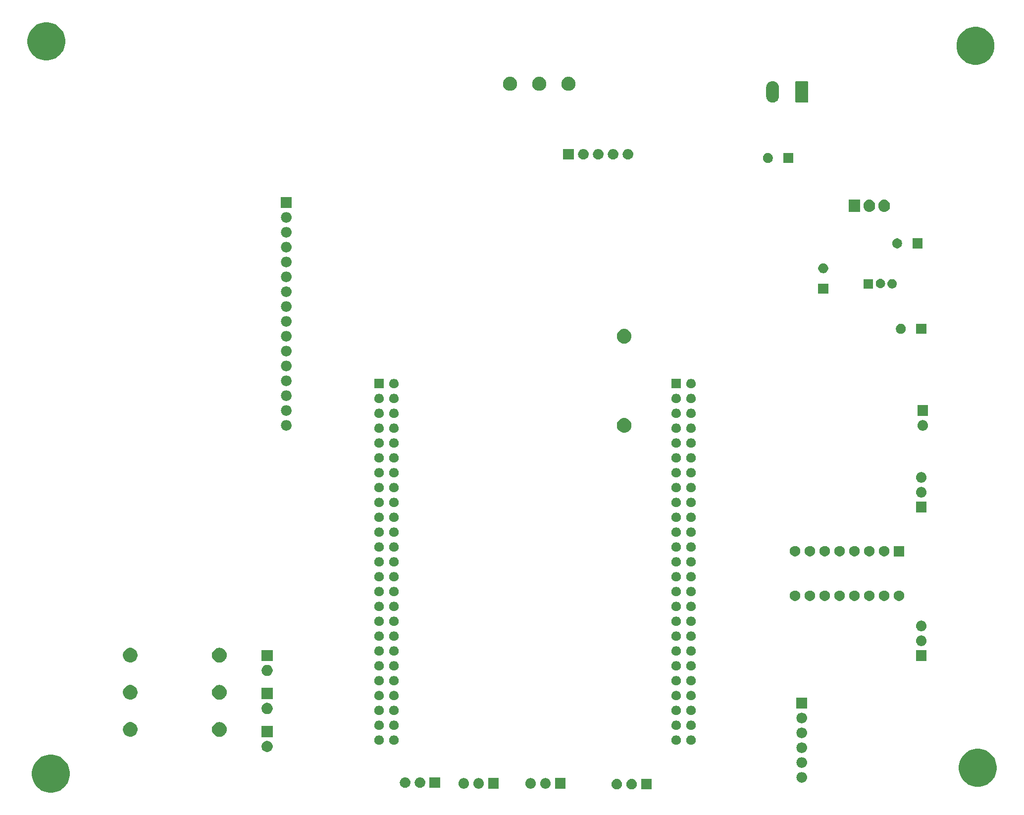
<source format=gbs>
G04 #@! TF.GenerationSoftware,KiCad,Pcbnew,(5.0.2)-1*
G04 #@! TF.CreationDate,2019-06-03T19:17:29+03:00*
G04 #@! TF.ProjectId,STM32_board,53544d33-325f-4626-9f61-72642e6b6963,rev?*
G04 #@! TF.SameCoordinates,Original*
G04 #@! TF.FileFunction,Soldermask,Bot*
G04 #@! TF.FilePolarity,Negative*
%FSLAX46Y46*%
G04 Gerber Fmt 4.6, Leading zero omitted, Abs format (unit mm)*
G04 Created by KiCad (PCBNEW (5.0.2)-1) date 6/3/2019 7:17:29 PM*
%MOMM*%
%LPD*%
G01*
G04 APERTURE LIST*
%ADD10C,1.000000*%
G04 APERTURE END LIST*
D10*
G36*
X24764239Y-155434467D02*
X25078282Y-155496934D01*
X25669926Y-155742001D01*
X26003999Y-155965222D01*
X26202395Y-156097786D01*
X26655214Y-156550605D01*
X26655216Y-156550608D01*
X27010999Y-157083074D01*
X27256066Y-157674718D01*
X27381000Y-158302804D01*
X27381000Y-158943196D01*
X27256066Y-159571282D01*
X27010999Y-160162926D01*
X26733904Y-160577627D01*
X26655214Y-160695395D01*
X26202395Y-161148214D01*
X26202392Y-161148216D01*
X25669926Y-161503999D01*
X25078282Y-161749066D01*
X24764239Y-161811533D01*
X24450197Y-161874000D01*
X23809803Y-161874000D01*
X23495761Y-161811533D01*
X23181718Y-161749066D01*
X22590074Y-161503999D01*
X22057608Y-161148216D01*
X22057605Y-161148214D01*
X21604786Y-160695395D01*
X21526096Y-160577627D01*
X21249001Y-160162926D01*
X21003934Y-159571282D01*
X20879000Y-158943196D01*
X20879000Y-158302804D01*
X21003934Y-157674718D01*
X21249001Y-157083074D01*
X21604784Y-156550608D01*
X21604786Y-156550605D01*
X22057605Y-156097786D01*
X22256001Y-155965222D01*
X22590074Y-155742001D01*
X23181718Y-155496934D01*
X23495761Y-155434467D01*
X23809803Y-155372000D01*
X24450197Y-155372000D01*
X24764239Y-155434467D01*
X24764239Y-155434467D01*
G37*
G36*
X126885000Y-161302000D02*
X125083000Y-161302000D01*
X125083000Y-159500000D01*
X126885000Y-159500000D01*
X126885000Y-161302000D01*
X126885000Y-161302000D01*
G37*
G36*
X123554442Y-159506518D02*
X123620627Y-159513037D01*
X123733853Y-159547384D01*
X123790467Y-159564557D01*
X123865130Y-159604466D01*
X123946991Y-159648222D01*
X123982729Y-159677552D01*
X124084186Y-159760814D01*
X124167448Y-159862271D01*
X124196778Y-159898009D01*
X124196779Y-159898011D01*
X124280443Y-160054533D01*
X124280443Y-160054534D01*
X124331963Y-160224373D01*
X124349359Y-160401000D01*
X124331963Y-160577627D01*
X124297616Y-160690853D01*
X124280443Y-160747467D01*
X124259213Y-160787185D01*
X124196778Y-160903991D01*
X124188411Y-160914186D01*
X124084186Y-161041186D01*
X123982729Y-161124448D01*
X123946991Y-161153778D01*
X123946989Y-161153779D01*
X123790467Y-161237443D01*
X123733853Y-161254616D01*
X123620627Y-161288963D01*
X123554443Y-161295481D01*
X123488260Y-161302000D01*
X123399740Y-161302000D01*
X123333557Y-161295481D01*
X123267373Y-161288963D01*
X123154147Y-161254616D01*
X123097533Y-161237443D01*
X122941011Y-161153779D01*
X122941009Y-161153778D01*
X122905271Y-161124448D01*
X122803814Y-161041186D01*
X122699589Y-160914186D01*
X122691222Y-160903991D01*
X122628787Y-160787185D01*
X122607557Y-160747467D01*
X122590384Y-160690853D01*
X122556037Y-160577627D01*
X122538641Y-160401000D01*
X122556037Y-160224373D01*
X122607557Y-160054534D01*
X122607557Y-160054533D01*
X122691221Y-159898011D01*
X122691222Y-159898009D01*
X122720552Y-159862271D01*
X122803814Y-159760814D01*
X122905271Y-159677552D01*
X122941009Y-159648222D01*
X123022870Y-159604466D01*
X123097533Y-159564557D01*
X123154147Y-159547384D01*
X123267373Y-159513037D01*
X123333558Y-159506518D01*
X123399740Y-159500000D01*
X123488260Y-159500000D01*
X123554442Y-159506518D01*
X123554442Y-159506518D01*
G37*
G36*
X121014442Y-159506518D02*
X121080627Y-159513037D01*
X121193853Y-159547384D01*
X121250467Y-159564557D01*
X121325130Y-159604466D01*
X121406991Y-159648222D01*
X121442729Y-159677552D01*
X121544186Y-159760814D01*
X121627448Y-159862271D01*
X121656778Y-159898009D01*
X121656779Y-159898011D01*
X121740443Y-160054533D01*
X121740443Y-160054534D01*
X121791963Y-160224373D01*
X121809359Y-160401000D01*
X121791963Y-160577627D01*
X121757616Y-160690853D01*
X121740443Y-160747467D01*
X121719213Y-160787185D01*
X121656778Y-160903991D01*
X121648411Y-160914186D01*
X121544186Y-161041186D01*
X121442729Y-161124448D01*
X121406991Y-161153778D01*
X121406989Y-161153779D01*
X121250467Y-161237443D01*
X121193853Y-161254616D01*
X121080627Y-161288963D01*
X121014443Y-161295481D01*
X120948260Y-161302000D01*
X120859740Y-161302000D01*
X120793557Y-161295481D01*
X120727373Y-161288963D01*
X120614147Y-161254616D01*
X120557533Y-161237443D01*
X120401011Y-161153779D01*
X120401009Y-161153778D01*
X120365271Y-161124448D01*
X120263814Y-161041186D01*
X120159589Y-160914186D01*
X120151222Y-160903991D01*
X120088787Y-160787185D01*
X120067557Y-160747467D01*
X120050384Y-160690853D01*
X120016037Y-160577627D01*
X119998641Y-160401000D01*
X120016037Y-160224373D01*
X120067557Y-160054534D01*
X120067557Y-160054533D01*
X120151221Y-159898011D01*
X120151222Y-159898009D01*
X120180552Y-159862271D01*
X120263814Y-159760814D01*
X120365271Y-159677552D01*
X120401009Y-159648222D01*
X120482870Y-159604466D01*
X120557533Y-159564557D01*
X120614147Y-159547384D01*
X120727373Y-159513037D01*
X120793558Y-159506518D01*
X120859740Y-159500000D01*
X120948260Y-159500000D01*
X121014442Y-159506518D01*
X121014442Y-159506518D01*
G37*
G36*
X100723000Y-161175000D02*
X98921000Y-161175000D01*
X98921000Y-159373000D01*
X100723000Y-159373000D01*
X100723000Y-161175000D01*
X100723000Y-161175000D01*
G37*
G36*
X108822442Y-159379518D02*
X108888627Y-159386037D01*
X109001853Y-159420384D01*
X109058467Y-159437557D01*
X109175288Y-159500000D01*
X109214991Y-159521222D01*
X109250729Y-159550552D01*
X109352186Y-159633814D01*
X109435448Y-159735271D01*
X109464778Y-159771009D01*
X109464779Y-159771011D01*
X109548443Y-159927533D01*
X109548443Y-159927534D01*
X109599963Y-160097373D01*
X109617359Y-160274000D01*
X109599963Y-160450627D01*
X109565616Y-160563853D01*
X109548443Y-160620467D01*
X109488257Y-160733066D01*
X109464778Y-160776991D01*
X109456411Y-160787186D01*
X109352186Y-160914186D01*
X109250729Y-160997448D01*
X109214991Y-161026778D01*
X109214989Y-161026779D01*
X109058467Y-161110443D01*
X109001853Y-161127616D01*
X108888627Y-161161963D01*
X108822442Y-161168482D01*
X108756260Y-161175000D01*
X108667740Y-161175000D01*
X108601558Y-161168482D01*
X108535373Y-161161963D01*
X108422147Y-161127616D01*
X108365533Y-161110443D01*
X108209011Y-161026779D01*
X108209009Y-161026778D01*
X108173271Y-160997448D01*
X108071814Y-160914186D01*
X107967589Y-160787186D01*
X107959222Y-160776991D01*
X107935743Y-160733066D01*
X107875557Y-160620467D01*
X107858384Y-160563853D01*
X107824037Y-160450627D01*
X107806641Y-160274000D01*
X107824037Y-160097373D01*
X107875557Y-159927534D01*
X107875557Y-159927533D01*
X107959221Y-159771011D01*
X107959222Y-159771009D01*
X107988552Y-159735271D01*
X108071814Y-159633814D01*
X108173271Y-159550552D01*
X108209009Y-159521222D01*
X108248712Y-159500000D01*
X108365533Y-159437557D01*
X108422147Y-159420384D01*
X108535373Y-159386037D01*
X108601558Y-159379518D01*
X108667740Y-159373000D01*
X108756260Y-159373000D01*
X108822442Y-159379518D01*
X108822442Y-159379518D01*
G37*
G36*
X112153000Y-161175000D02*
X110351000Y-161175000D01*
X110351000Y-159373000D01*
X112153000Y-159373000D01*
X112153000Y-161175000D01*
X112153000Y-161175000D01*
G37*
G36*
X106282442Y-159379518D02*
X106348627Y-159386037D01*
X106461853Y-159420384D01*
X106518467Y-159437557D01*
X106635288Y-159500000D01*
X106674991Y-159521222D01*
X106710729Y-159550552D01*
X106812186Y-159633814D01*
X106895448Y-159735271D01*
X106924778Y-159771009D01*
X106924779Y-159771011D01*
X107008443Y-159927533D01*
X107008443Y-159927534D01*
X107059963Y-160097373D01*
X107077359Y-160274000D01*
X107059963Y-160450627D01*
X107025616Y-160563853D01*
X107008443Y-160620467D01*
X106948257Y-160733066D01*
X106924778Y-160776991D01*
X106916411Y-160787186D01*
X106812186Y-160914186D01*
X106710729Y-160997448D01*
X106674991Y-161026778D01*
X106674989Y-161026779D01*
X106518467Y-161110443D01*
X106461853Y-161127616D01*
X106348627Y-161161963D01*
X106282442Y-161168482D01*
X106216260Y-161175000D01*
X106127740Y-161175000D01*
X106061558Y-161168482D01*
X105995373Y-161161963D01*
X105882147Y-161127616D01*
X105825533Y-161110443D01*
X105669011Y-161026779D01*
X105669009Y-161026778D01*
X105633271Y-160997448D01*
X105531814Y-160914186D01*
X105427589Y-160787186D01*
X105419222Y-160776991D01*
X105395743Y-160733066D01*
X105335557Y-160620467D01*
X105318384Y-160563853D01*
X105284037Y-160450627D01*
X105266641Y-160274000D01*
X105284037Y-160097373D01*
X105335557Y-159927534D01*
X105335557Y-159927533D01*
X105419221Y-159771011D01*
X105419222Y-159771009D01*
X105448552Y-159735271D01*
X105531814Y-159633814D01*
X105633271Y-159550552D01*
X105669009Y-159521222D01*
X105708712Y-159500000D01*
X105825533Y-159437557D01*
X105882147Y-159420384D01*
X105995373Y-159386037D01*
X106061558Y-159379518D01*
X106127740Y-159373000D01*
X106216260Y-159373000D01*
X106282442Y-159379518D01*
X106282442Y-159379518D01*
G37*
G36*
X97392442Y-159379518D02*
X97458627Y-159386037D01*
X97571853Y-159420384D01*
X97628467Y-159437557D01*
X97745288Y-159500000D01*
X97784991Y-159521222D01*
X97820729Y-159550552D01*
X97922186Y-159633814D01*
X98005448Y-159735271D01*
X98034778Y-159771009D01*
X98034779Y-159771011D01*
X98118443Y-159927533D01*
X98118443Y-159927534D01*
X98169963Y-160097373D01*
X98187359Y-160274000D01*
X98169963Y-160450627D01*
X98135616Y-160563853D01*
X98118443Y-160620467D01*
X98058257Y-160733066D01*
X98034778Y-160776991D01*
X98026411Y-160787186D01*
X97922186Y-160914186D01*
X97820729Y-160997448D01*
X97784991Y-161026778D01*
X97784989Y-161026779D01*
X97628467Y-161110443D01*
X97571853Y-161127616D01*
X97458627Y-161161963D01*
X97392442Y-161168482D01*
X97326260Y-161175000D01*
X97237740Y-161175000D01*
X97171558Y-161168482D01*
X97105373Y-161161963D01*
X96992147Y-161127616D01*
X96935533Y-161110443D01*
X96779011Y-161026779D01*
X96779009Y-161026778D01*
X96743271Y-160997448D01*
X96641814Y-160914186D01*
X96537589Y-160787186D01*
X96529222Y-160776991D01*
X96505743Y-160733066D01*
X96445557Y-160620467D01*
X96428384Y-160563853D01*
X96394037Y-160450627D01*
X96376641Y-160274000D01*
X96394037Y-160097373D01*
X96445557Y-159927534D01*
X96445557Y-159927533D01*
X96529221Y-159771011D01*
X96529222Y-159771009D01*
X96558552Y-159735271D01*
X96641814Y-159633814D01*
X96743271Y-159550552D01*
X96779009Y-159521222D01*
X96818712Y-159500000D01*
X96935533Y-159437557D01*
X96992147Y-159420384D01*
X97105373Y-159386037D01*
X97171558Y-159379518D01*
X97237740Y-159373000D01*
X97326260Y-159373000D01*
X97392442Y-159379518D01*
X97392442Y-159379518D01*
G37*
G36*
X94852442Y-159379518D02*
X94918627Y-159386037D01*
X95031853Y-159420384D01*
X95088467Y-159437557D01*
X95205288Y-159500000D01*
X95244991Y-159521222D01*
X95280729Y-159550552D01*
X95382186Y-159633814D01*
X95465448Y-159735271D01*
X95494778Y-159771009D01*
X95494779Y-159771011D01*
X95578443Y-159927533D01*
X95578443Y-159927534D01*
X95629963Y-160097373D01*
X95647359Y-160274000D01*
X95629963Y-160450627D01*
X95595616Y-160563853D01*
X95578443Y-160620467D01*
X95518257Y-160733066D01*
X95494778Y-160776991D01*
X95486411Y-160787186D01*
X95382186Y-160914186D01*
X95280729Y-160997448D01*
X95244991Y-161026778D01*
X95244989Y-161026779D01*
X95088467Y-161110443D01*
X95031853Y-161127616D01*
X94918627Y-161161963D01*
X94852442Y-161168482D01*
X94786260Y-161175000D01*
X94697740Y-161175000D01*
X94631558Y-161168482D01*
X94565373Y-161161963D01*
X94452147Y-161127616D01*
X94395533Y-161110443D01*
X94239011Y-161026779D01*
X94239009Y-161026778D01*
X94203271Y-160997448D01*
X94101814Y-160914186D01*
X93997589Y-160787186D01*
X93989222Y-160776991D01*
X93965743Y-160733066D01*
X93905557Y-160620467D01*
X93888384Y-160563853D01*
X93854037Y-160450627D01*
X93836641Y-160274000D01*
X93854037Y-160097373D01*
X93905557Y-159927534D01*
X93905557Y-159927533D01*
X93989221Y-159771011D01*
X93989222Y-159771009D01*
X94018552Y-159735271D01*
X94101814Y-159633814D01*
X94203271Y-159550552D01*
X94239009Y-159521222D01*
X94278712Y-159500000D01*
X94395533Y-159437557D01*
X94452147Y-159420384D01*
X94565373Y-159386037D01*
X94631558Y-159379518D01*
X94697740Y-159373000D01*
X94786260Y-159373000D01*
X94852442Y-159379518D01*
X94852442Y-159379518D01*
G37*
G36*
X84819443Y-159252519D02*
X84885627Y-159259037D01*
X84998853Y-159293384D01*
X85055467Y-159310557D01*
X85172288Y-159373000D01*
X85211991Y-159394222D01*
X85247729Y-159423552D01*
X85349186Y-159506814D01*
X85432448Y-159608271D01*
X85461778Y-159644009D01*
X85461779Y-159644011D01*
X85545443Y-159800533D01*
X85545443Y-159800534D01*
X85596963Y-159970373D01*
X85614359Y-160147000D01*
X85596963Y-160323627D01*
X85573492Y-160401000D01*
X85545443Y-160493467D01*
X85500459Y-160577625D01*
X85461778Y-160649991D01*
X85432448Y-160685729D01*
X85349186Y-160787186D01*
X85247729Y-160870448D01*
X85211991Y-160899778D01*
X85211989Y-160899779D01*
X85055467Y-160983443D01*
X84998853Y-161000616D01*
X84885627Y-161034963D01*
X84822453Y-161041185D01*
X84753260Y-161048000D01*
X84664740Y-161048000D01*
X84595547Y-161041185D01*
X84532373Y-161034963D01*
X84419147Y-161000616D01*
X84362533Y-160983443D01*
X84206011Y-160899779D01*
X84206009Y-160899778D01*
X84170271Y-160870448D01*
X84068814Y-160787186D01*
X83985552Y-160685729D01*
X83956222Y-160649991D01*
X83917541Y-160577625D01*
X83872557Y-160493467D01*
X83844508Y-160401000D01*
X83821037Y-160323627D01*
X83803641Y-160147000D01*
X83821037Y-159970373D01*
X83872557Y-159800534D01*
X83872557Y-159800533D01*
X83956221Y-159644011D01*
X83956222Y-159644009D01*
X83985552Y-159608271D01*
X84068814Y-159506814D01*
X84170271Y-159423552D01*
X84206009Y-159394222D01*
X84245712Y-159373000D01*
X84362533Y-159310557D01*
X84419147Y-159293384D01*
X84532373Y-159259037D01*
X84598557Y-159252519D01*
X84664740Y-159246000D01*
X84753260Y-159246000D01*
X84819443Y-159252519D01*
X84819443Y-159252519D01*
G37*
G36*
X90690000Y-161048000D02*
X88888000Y-161048000D01*
X88888000Y-159246000D01*
X90690000Y-159246000D01*
X90690000Y-161048000D01*
X90690000Y-161048000D01*
G37*
G36*
X87359443Y-159252519D02*
X87425627Y-159259037D01*
X87538853Y-159293384D01*
X87595467Y-159310557D01*
X87712288Y-159373000D01*
X87751991Y-159394222D01*
X87787729Y-159423552D01*
X87889186Y-159506814D01*
X87972448Y-159608271D01*
X88001778Y-159644009D01*
X88001779Y-159644011D01*
X88085443Y-159800533D01*
X88085443Y-159800534D01*
X88136963Y-159970373D01*
X88154359Y-160147000D01*
X88136963Y-160323627D01*
X88113492Y-160401000D01*
X88085443Y-160493467D01*
X88040459Y-160577625D01*
X88001778Y-160649991D01*
X87972448Y-160685729D01*
X87889186Y-160787186D01*
X87787729Y-160870448D01*
X87751991Y-160899778D01*
X87751989Y-160899779D01*
X87595467Y-160983443D01*
X87538853Y-161000616D01*
X87425627Y-161034963D01*
X87362453Y-161041185D01*
X87293260Y-161048000D01*
X87204740Y-161048000D01*
X87135547Y-161041185D01*
X87072373Y-161034963D01*
X86959147Y-161000616D01*
X86902533Y-160983443D01*
X86746011Y-160899779D01*
X86746009Y-160899778D01*
X86710271Y-160870448D01*
X86608814Y-160787186D01*
X86525552Y-160685729D01*
X86496222Y-160649991D01*
X86457541Y-160577625D01*
X86412557Y-160493467D01*
X86384508Y-160401000D01*
X86361037Y-160323627D01*
X86343641Y-160147000D01*
X86361037Y-159970373D01*
X86412557Y-159800534D01*
X86412557Y-159800533D01*
X86496221Y-159644011D01*
X86496222Y-159644009D01*
X86525552Y-159608271D01*
X86608814Y-159506814D01*
X86710271Y-159423552D01*
X86746009Y-159394222D01*
X86785712Y-159373000D01*
X86902533Y-159310557D01*
X86959147Y-159293384D01*
X87072373Y-159259037D01*
X87138557Y-159252519D01*
X87204740Y-159246000D01*
X87293260Y-159246000D01*
X87359443Y-159252519D01*
X87359443Y-159252519D01*
G37*
G36*
X183245157Y-154415467D02*
X183574282Y-154480934D01*
X184165926Y-154726001D01*
X184472396Y-154930778D01*
X184698395Y-155081786D01*
X185151214Y-155534605D01*
X185151216Y-155534608D01*
X185506999Y-156067074D01*
X185633110Y-156371533D01*
X185752066Y-156658719D01*
X185832775Y-157064467D01*
X185877000Y-157286804D01*
X185877000Y-157927196D01*
X185752066Y-158555282D01*
X185506999Y-159146926D01*
X185223453Y-159571282D01*
X185151214Y-159679395D01*
X184698395Y-160132214D01*
X184698392Y-160132216D01*
X184165926Y-160487999D01*
X183574282Y-160733066D01*
X183353466Y-160776989D01*
X182946197Y-160858000D01*
X182305803Y-160858000D01*
X181898534Y-160776989D01*
X181677718Y-160733066D01*
X181086074Y-160487999D01*
X180553608Y-160132216D01*
X180553605Y-160132214D01*
X180100786Y-159679395D01*
X180028547Y-159571282D01*
X179745001Y-159146926D01*
X179499934Y-158555282D01*
X179375000Y-157927196D01*
X179375000Y-157286804D01*
X179419226Y-157064467D01*
X179499934Y-156658719D01*
X179618890Y-156371533D01*
X179745001Y-156067074D01*
X180100784Y-155534608D01*
X180100786Y-155534605D01*
X180553605Y-155081786D01*
X180779604Y-154930778D01*
X181086074Y-154726001D01*
X181677718Y-154480934D01*
X182006843Y-154415467D01*
X182305803Y-154356000D01*
X182946197Y-154356000D01*
X183245157Y-154415467D01*
X183245157Y-154415467D01*
G37*
G36*
X152637442Y-158363518D02*
X152703627Y-158370037D01*
X152816853Y-158404384D01*
X152873467Y-158421557D01*
X153012087Y-158495652D01*
X153029991Y-158505222D01*
X153065729Y-158534552D01*
X153167186Y-158617814D01*
X153250448Y-158719271D01*
X153279778Y-158755009D01*
X153279779Y-158755011D01*
X153363443Y-158911533D01*
X153363443Y-158911534D01*
X153414963Y-159081373D01*
X153432359Y-159258000D01*
X153414963Y-159434627D01*
X153388695Y-159521221D01*
X153363443Y-159604467D01*
X153289348Y-159743087D01*
X153279778Y-159760991D01*
X153250448Y-159796729D01*
X153167186Y-159898186D01*
X153079222Y-159970375D01*
X153029991Y-160010778D01*
X153029989Y-160010779D01*
X152873467Y-160094443D01*
X152816853Y-160111616D01*
X152703627Y-160145963D01*
X152637443Y-160152481D01*
X152571260Y-160159000D01*
X152482740Y-160159000D01*
X152416557Y-160152481D01*
X152350373Y-160145963D01*
X152237147Y-160111616D01*
X152180533Y-160094443D01*
X152024011Y-160010779D01*
X152024009Y-160010778D01*
X151974778Y-159970375D01*
X151886814Y-159898186D01*
X151803552Y-159796729D01*
X151774222Y-159760991D01*
X151764652Y-159743087D01*
X151690557Y-159604467D01*
X151665305Y-159521221D01*
X151639037Y-159434627D01*
X151621641Y-159258000D01*
X151639037Y-159081373D01*
X151690557Y-158911534D01*
X151690557Y-158911533D01*
X151774221Y-158755011D01*
X151774222Y-158755009D01*
X151803552Y-158719271D01*
X151886814Y-158617814D01*
X151988271Y-158534552D01*
X152024009Y-158505222D01*
X152041913Y-158495652D01*
X152180533Y-158421557D01*
X152237147Y-158404384D01*
X152350373Y-158370037D01*
X152416558Y-158363518D01*
X152482740Y-158357000D01*
X152571260Y-158357000D01*
X152637442Y-158363518D01*
X152637442Y-158363518D01*
G37*
G36*
X152637443Y-155823519D02*
X152703627Y-155830037D01*
X152816853Y-155864384D01*
X152873467Y-155881557D01*
X153012087Y-155955652D01*
X153029991Y-155965222D01*
X153065729Y-155994552D01*
X153167186Y-156077814D01*
X153250448Y-156179271D01*
X153279778Y-156215009D01*
X153279779Y-156215011D01*
X153363443Y-156371533D01*
X153363443Y-156371534D01*
X153414963Y-156541373D01*
X153432359Y-156718000D01*
X153414963Y-156894627D01*
X153380616Y-157007853D01*
X153363443Y-157064467D01*
X153289348Y-157203087D01*
X153279778Y-157220991D01*
X153250448Y-157256729D01*
X153167186Y-157358186D01*
X153065729Y-157441448D01*
X153029991Y-157470778D01*
X153029989Y-157470779D01*
X152873467Y-157554443D01*
X152816853Y-157571616D01*
X152703627Y-157605963D01*
X152637443Y-157612481D01*
X152571260Y-157619000D01*
X152482740Y-157619000D01*
X152416557Y-157612481D01*
X152350373Y-157605963D01*
X152237147Y-157571616D01*
X152180533Y-157554443D01*
X152024011Y-157470779D01*
X152024009Y-157470778D01*
X151988271Y-157441448D01*
X151886814Y-157358186D01*
X151803552Y-157256729D01*
X151774222Y-157220991D01*
X151764652Y-157203087D01*
X151690557Y-157064467D01*
X151673384Y-157007853D01*
X151639037Y-156894627D01*
X151621641Y-156718000D01*
X151639037Y-156541373D01*
X151690557Y-156371534D01*
X151690557Y-156371533D01*
X151774221Y-156215011D01*
X151774222Y-156215009D01*
X151803552Y-156179271D01*
X151886814Y-156077814D01*
X151988271Y-155994552D01*
X152024009Y-155965222D01*
X152041913Y-155955652D01*
X152180533Y-155881557D01*
X152237147Y-155864384D01*
X152350373Y-155830037D01*
X152416557Y-155823519D01*
X152482740Y-155817000D01*
X152571260Y-155817000D01*
X152637443Y-155823519D01*
X152637443Y-155823519D01*
G37*
G36*
X152637443Y-153283519D02*
X152703627Y-153290037D01*
X152816853Y-153324384D01*
X152873467Y-153341557D01*
X152979358Y-153398158D01*
X153029991Y-153425222D01*
X153065729Y-153454552D01*
X153167186Y-153537814D01*
X153250448Y-153639271D01*
X153279778Y-153675009D01*
X153279779Y-153675011D01*
X153363443Y-153831533D01*
X153363443Y-153831534D01*
X153414963Y-154001373D01*
X153432359Y-154178000D01*
X153414963Y-154354627D01*
X153396507Y-154415467D01*
X153363443Y-154524467D01*
X153289348Y-154663087D01*
X153279778Y-154680991D01*
X153261150Y-154703689D01*
X153167186Y-154818186D01*
X153092528Y-154879455D01*
X153029991Y-154930778D01*
X153029989Y-154930779D01*
X152873467Y-155014443D01*
X152816853Y-155031616D01*
X152703627Y-155065963D01*
X152637442Y-155072482D01*
X152571260Y-155079000D01*
X152482740Y-155079000D01*
X152416558Y-155072482D01*
X152350373Y-155065963D01*
X152237147Y-155031616D01*
X152180533Y-155014443D01*
X152024011Y-154930779D01*
X152024009Y-154930778D01*
X151961472Y-154879455D01*
X151886814Y-154818186D01*
X151792850Y-154703689D01*
X151774222Y-154680991D01*
X151764652Y-154663087D01*
X151690557Y-154524467D01*
X151657493Y-154415467D01*
X151639037Y-154354627D01*
X151621641Y-154178000D01*
X151639037Y-154001373D01*
X151690557Y-153831534D01*
X151690557Y-153831533D01*
X151774221Y-153675011D01*
X151774222Y-153675009D01*
X151803552Y-153639271D01*
X151886814Y-153537814D01*
X151988271Y-153454552D01*
X152024009Y-153425222D01*
X152074642Y-153398158D01*
X152180533Y-153341557D01*
X152237147Y-153324384D01*
X152350373Y-153290037D01*
X152416557Y-153283519D01*
X152482740Y-153277000D01*
X152571260Y-153277000D01*
X152637443Y-153283519D01*
X152637443Y-153283519D01*
G37*
G36*
X61391395Y-153050547D02*
X61564465Y-153122235D01*
X61720229Y-153226313D01*
X61852687Y-153358771D01*
X61956765Y-153514535D01*
X62028453Y-153687605D01*
X62064999Y-153871334D01*
X62064999Y-154058668D01*
X62028453Y-154242397D01*
X61956765Y-154415467D01*
X61852687Y-154571231D01*
X61720229Y-154703689D01*
X61564465Y-154807767D01*
X61391395Y-154879455D01*
X61207666Y-154916001D01*
X61020332Y-154916001D01*
X60836603Y-154879455D01*
X60663533Y-154807767D01*
X60507769Y-154703689D01*
X60375311Y-154571231D01*
X60271233Y-154415467D01*
X60199545Y-154242397D01*
X60162999Y-154058668D01*
X60162999Y-153871334D01*
X60199545Y-153687605D01*
X60271233Y-153514535D01*
X60375311Y-153358771D01*
X60507769Y-153226313D01*
X60663533Y-153122235D01*
X60836603Y-153050547D01*
X61020332Y-153014001D01*
X61207666Y-153014001D01*
X61391395Y-153050547D01*
X61391395Y-153050547D01*
G37*
G36*
X131298807Y-152110935D02*
X131298809Y-152110936D01*
X131298810Y-152110936D01*
X131445310Y-152171618D01*
X131445311Y-152171619D01*
X131577161Y-152259718D01*
X131689282Y-152371839D01*
X131689284Y-152371842D01*
X131777382Y-152503690D01*
X131838064Y-152650190D01*
X131838065Y-152650193D01*
X131869000Y-152805713D01*
X131869000Y-152964287D01*
X131851842Y-153050548D01*
X131838064Y-153119810D01*
X131777382Y-153266310D01*
X131690470Y-153396383D01*
X131689282Y-153398161D01*
X131577161Y-153510282D01*
X131577158Y-153510284D01*
X131445310Y-153598382D01*
X131298810Y-153659064D01*
X131298809Y-153659064D01*
X131298807Y-153659065D01*
X131143287Y-153690000D01*
X130984713Y-153690000D01*
X130829193Y-153659065D01*
X130829191Y-153659064D01*
X130829190Y-153659064D01*
X130682690Y-153598382D01*
X130550842Y-153510284D01*
X130550839Y-153510282D01*
X130438718Y-153398161D01*
X130437530Y-153396383D01*
X130350618Y-153266310D01*
X130289936Y-153119810D01*
X130276159Y-153050548D01*
X130259000Y-152964287D01*
X130259000Y-152805713D01*
X130289935Y-152650193D01*
X130289936Y-152650190D01*
X130350618Y-152503690D01*
X130438716Y-152371842D01*
X130438718Y-152371839D01*
X130550839Y-152259718D01*
X130682689Y-152171619D01*
X130682690Y-152171618D01*
X130829190Y-152110936D01*
X130829191Y-152110936D01*
X130829193Y-152110935D01*
X130984713Y-152080000D01*
X131143287Y-152080000D01*
X131298807Y-152110935D01*
X131298807Y-152110935D01*
G37*
G36*
X133838807Y-152110935D02*
X133838809Y-152110936D01*
X133838810Y-152110936D01*
X133985310Y-152171618D01*
X133985311Y-152171619D01*
X134117161Y-152259718D01*
X134229282Y-152371839D01*
X134229284Y-152371842D01*
X134317382Y-152503690D01*
X134378064Y-152650190D01*
X134378065Y-152650193D01*
X134409000Y-152805713D01*
X134409000Y-152964287D01*
X134391842Y-153050548D01*
X134378064Y-153119810D01*
X134317382Y-153266310D01*
X134230470Y-153396383D01*
X134229282Y-153398161D01*
X134117161Y-153510282D01*
X134117158Y-153510284D01*
X133985310Y-153598382D01*
X133838810Y-153659064D01*
X133838809Y-153659064D01*
X133838807Y-153659065D01*
X133683287Y-153690000D01*
X133524713Y-153690000D01*
X133369193Y-153659065D01*
X133369191Y-153659064D01*
X133369190Y-153659064D01*
X133222690Y-153598382D01*
X133090842Y-153510284D01*
X133090839Y-153510282D01*
X132978718Y-153398161D01*
X132977530Y-153396383D01*
X132890618Y-153266310D01*
X132829936Y-153119810D01*
X132816159Y-153050548D01*
X132799000Y-152964287D01*
X132799000Y-152805713D01*
X132829935Y-152650193D01*
X132829936Y-152650190D01*
X132890618Y-152503690D01*
X132978716Y-152371842D01*
X132978718Y-152371839D01*
X133090839Y-152259718D01*
X133222689Y-152171619D01*
X133222690Y-152171618D01*
X133369190Y-152110936D01*
X133369191Y-152110936D01*
X133369193Y-152110935D01*
X133524713Y-152080000D01*
X133683287Y-152080000D01*
X133838807Y-152110935D01*
X133838807Y-152110935D01*
G37*
G36*
X80498807Y-152110935D02*
X80498809Y-152110936D01*
X80498810Y-152110936D01*
X80645310Y-152171618D01*
X80645311Y-152171619D01*
X80777161Y-152259718D01*
X80889282Y-152371839D01*
X80889284Y-152371842D01*
X80977382Y-152503690D01*
X81038064Y-152650190D01*
X81038065Y-152650193D01*
X81069000Y-152805713D01*
X81069000Y-152964287D01*
X81051842Y-153050548D01*
X81038064Y-153119810D01*
X80977382Y-153266310D01*
X80890470Y-153396383D01*
X80889282Y-153398161D01*
X80777161Y-153510282D01*
X80777158Y-153510284D01*
X80645310Y-153598382D01*
X80498810Y-153659064D01*
X80498809Y-153659064D01*
X80498807Y-153659065D01*
X80343287Y-153690000D01*
X80184713Y-153690000D01*
X80029193Y-153659065D01*
X80029191Y-153659064D01*
X80029190Y-153659064D01*
X79882690Y-153598382D01*
X79750842Y-153510284D01*
X79750839Y-153510282D01*
X79638718Y-153398161D01*
X79637530Y-153396383D01*
X79550618Y-153266310D01*
X79489936Y-153119810D01*
X79476159Y-153050548D01*
X79459000Y-152964287D01*
X79459000Y-152805713D01*
X79489935Y-152650193D01*
X79489936Y-152650190D01*
X79550618Y-152503690D01*
X79638716Y-152371842D01*
X79638718Y-152371839D01*
X79750839Y-152259718D01*
X79882689Y-152171619D01*
X79882690Y-152171618D01*
X80029190Y-152110936D01*
X80029191Y-152110936D01*
X80029193Y-152110935D01*
X80184713Y-152080000D01*
X80343287Y-152080000D01*
X80498807Y-152110935D01*
X80498807Y-152110935D01*
G37*
G36*
X83038807Y-152110935D02*
X83038809Y-152110936D01*
X83038810Y-152110936D01*
X83185310Y-152171618D01*
X83185311Y-152171619D01*
X83317161Y-152259718D01*
X83429282Y-152371839D01*
X83429284Y-152371842D01*
X83517382Y-152503690D01*
X83578064Y-152650190D01*
X83578065Y-152650193D01*
X83609000Y-152805713D01*
X83609000Y-152964287D01*
X83591842Y-153050548D01*
X83578064Y-153119810D01*
X83517382Y-153266310D01*
X83430470Y-153396383D01*
X83429282Y-153398161D01*
X83317161Y-153510282D01*
X83317158Y-153510284D01*
X83185310Y-153598382D01*
X83038810Y-153659064D01*
X83038809Y-153659064D01*
X83038807Y-153659065D01*
X82883287Y-153690000D01*
X82724713Y-153690000D01*
X82569193Y-153659065D01*
X82569191Y-153659064D01*
X82569190Y-153659064D01*
X82422690Y-153598382D01*
X82290842Y-153510284D01*
X82290839Y-153510282D01*
X82178718Y-153398161D01*
X82177530Y-153396383D01*
X82090618Y-153266310D01*
X82029936Y-153119810D01*
X82016159Y-153050548D01*
X81999000Y-152964287D01*
X81999000Y-152805713D01*
X82029935Y-152650193D01*
X82029936Y-152650190D01*
X82090618Y-152503690D01*
X82178716Y-152371842D01*
X82178718Y-152371839D01*
X82290839Y-152259718D01*
X82422689Y-152171619D01*
X82422690Y-152171618D01*
X82569190Y-152110936D01*
X82569191Y-152110936D01*
X82569193Y-152110935D01*
X82724713Y-152080000D01*
X82883287Y-152080000D01*
X83038807Y-152110935D01*
X83038807Y-152110935D01*
G37*
G36*
X152637443Y-150743519D02*
X152703627Y-150750037D01*
X152816853Y-150784384D01*
X152873467Y-150801557D01*
X152979358Y-150858158D01*
X153029991Y-150885222D01*
X153065729Y-150914552D01*
X153167186Y-150997814D01*
X153250448Y-151099271D01*
X153279778Y-151135009D01*
X153279779Y-151135011D01*
X153363443Y-151291533D01*
X153366084Y-151300239D01*
X153414963Y-151461373D01*
X153432359Y-151638000D01*
X153414963Y-151814627D01*
X153380616Y-151927853D01*
X153363443Y-151984467D01*
X153312379Y-152080000D01*
X153279778Y-152140991D01*
X153261206Y-152163621D01*
X153167186Y-152278186D01*
X153065729Y-152361448D01*
X153029991Y-152390778D01*
X153029989Y-152390779D01*
X152873467Y-152474443D01*
X152816853Y-152491616D01*
X152703627Y-152525963D01*
X152637443Y-152532481D01*
X152571260Y-152539000D01*
X152482740Y-152539000D01*
X152416557Y-152532481D01*
X152350373Y-152525963D01*
X152237147Y-152491616D01*
X152180533Y-152474443D01*
X152024011Y-152390779D01*
X152024009Y-152390778D01*
X151988271Y-152361448D01*
X151886814Y-152278186D01*
X151792794Y-152163621D01*
X151774222Y-152140991D01*
X151741621Y-152080000D01*
X151690557Y-151984467D01*
X151673384Y-151927853D01*
X151639037Y-151814627D01*
X151621641Y-151638000D01*
X151639037Y-151461373D01*
X151687916Y-151300239D01*
X151690557Y-151291533D01*
X151774221Y-151135011D01*
X151774222Y-151135009D01*
X151803552Y-151099271D01*
X151886814Y-150997814D01*
X151988271Y-150914552D01*
X152024009Y-150885222D01*
X152074642Y-150858158D01*
X152180533Y-150801557D01*
X152237147Y-150784384D01*
X152350373Y-150750037D01*
X152416557Y-150743519D01*
X152482740Y-150737000D01*
X152571260Y-150737000D01*
X152637443Y-150743519D01*
X152637443Y-150743519D01*
G37*
G36*
X62064999Y-152376001D02*
X60162999Y-152376001D01*
X60162999Y-150474001D01*
X62064999Y-150474001D01*
X62064999Y-152376001D01*
X62064999Y-152376001D01*
G37*
G36*
X53204239Y-149822101D02*
X53440053Y-149893634D01*
X53657381Y-150009799D01*
X53847871Y-150166129D01*
X54004201Y-150356619D01*
X54120366Y-150573947D01*
X54191899Y-150809761D01*
X54216053Y-151055000D01*
X54191899Y-151300239D01*
X54120366Y-151536053D01*
X54004201Y-151753381D01*
X53847871Y-151943871D01*
X53657381Y-152100201D01*
X53440053Y-152216366D01*
X53204239Y-152287899D01*
X53020457Y-152306000D01*
X52897543Y-152306000D01*
X52713761Y-152287899D01*
X52477947Y-152216366D01*
X52260619Y-152100201D01*
X52070129Y-151943871D01*
X51913799Y-151753381D01*
X51797634Y-151536053D01*
X51726101Y-151300239D01*
X51701947Y-151055000D01*
X51726101Y-150809761D01*
X51797634Y-150573947D01*
X51913799Y-150356619D01*
X52070129Y-150166129D01*
X52260619Y-150009799D01*
X52477947Y-149893634D01*
X52713761Y-149822101D01*
X52897543Y-149804000D01*
X53020457Y-149804000D01*
X53204239Y-149822101D01*
X53204239Y-149822101D01*
G37*
G36*
X37902635Y-149816019D02*
X38083903Y-149852075D01*
X38311571Y-149946378D01*
X38406488Y-150009800D01*
X38516469Y-150083287D01*
X38690713Y-150257531D01*
X38690715Y-150257534D01*
X38827622Y-150462429D01*
X38921925Y-150690097D01*
X38945728Y-150809765D01*
X38960738Y-150885221D01*
X38970000Y-150931787D01*
X38970000Y-151178213D01*
X38921925Y-151419903D01*
X38827622Y-151647571D01*
X38715998Y-151814627D01*
X38690713Y-151852469D01*
X38516469Y-152026713D01*
X38516466Y-152026715D01*
X38311571Y-152163622D01*
X38083903Y-152257925D01*
X37933213Y-152287899D01*
X37842214Y-152306000D01*
X37595786Y-152306000D01*
X37504787Y-152287899D01*
X37354097Y-152257925D01*
X37126429Y-152163622D01*
X36921534Y-152026715D01*
X36921531Y-152026713D01*
X36747287Y-151852469D01*
X36722002Y-151814627D01*
X36610378Y-151647571D01*
X36516075Y-151419903D01*
X36468000Y-151178213D01*
X36468000Y-150931787D01*
X36477263Y-150885221D01*
X36492272Y-150809765D01*
X36516075Y-150690097D01*
X36610378Y-150462429D01*
X36747285Y-150257534D01*
X36747287Y-150257531D01*
X36921531Y-150083287D01*
X37031512Y-150009800D01*
X37126429Y-149946378D01*
X37354097Y-149852075D01*
X37535365Y-149816019D01*
X37595786Y-149804000D01*
X37842214Y-149804000D01*
X37902635Y-149816019D01*
X37902635Y-149816019D01*
G37*
G36*
X80498807Y-149570935D02*
X80498809Y-149570936D01*
X80498810Y-149570936D01*
X80645310Y-149631618D01*
X80645311Y-149631619D01*
X80777161Y-149719718D01*
X80889282Y-149831839D01*
X80889284Y-149831842D01*
X80977382Y-149963690D01*
X81026920Y-150083287D01*
X81038065Y-150110193D01*
X81069000Y-150265713D01*
X81069000Y-150424287D01*
X81039231Y-150573947D01*
X81038064Y-150579810D01*
X80977382Y-150726310D01*
X80921622Y-150809761D01*
X80889282Y-150858161D01*
X80777161Y-150970282D01*
X80777158Y-150970284D01*
X80645310Y-151058382D01*
X80498810Y-151119064D01*
X80498809Y-151119064D01*
X80498807Y-151119065D01*
X80343287Y-151150000D01*
X80184713Y-151150000D01*
X80029193Y-151119065D01*
X80029191Y-151119064D01*
X80029190Y-151119064D01*
X79882690Y-151058382D01*
X79750842Y-150970284D01*
X79750839Y-150970282D01*
X79638718Y-150858161D01*
X79606378Y-150809761D01*
X79550618Y-150726310D01*
X79489936Y-150579810D01*
X79488770Y-150573947D01*
X79459000Y-150424287D01*
X79459000Y-150265713D01*
X79489935Y-150110193D01*
X79501080Y-150083287D01*
X79550618Y-149963690D01*
X79638716Y-149831842D01*
X79638718Y-149831839D01*
X79750839Y-149719718D01*
X79882689Y-149631619D01*
X79882690Y-149631618D01*
X80029190Y-149570936D01*
X80029191Y-149570936D01*
X80029193Y-149570935D01*
X80184713Y-149540000D01*
X80343287Y-149540000D01*
X80498807Y-149570935D01*
X80498807Y-149570935D01*
G37*
G36*
X83038807Y-149570935D02*
X83038809Y-149570936D01*
X83038810Y-149570936D01*
X83185310Y-149631618D01*
X83185311Y-149631619D01*
X83317161Y-149719718D01*
X83429282Y-149831839D01*
X83429284Y-149831842D01*
X83517382Y-149963690D01*
X83566920Y-150083287D01*
X83578065Y-150110193D01*
X83609000Y-150265713D01*
X83609000Y-150424287D01*
X83579231Y-150573947D01*
X83578064Y-150579810D01*
X83517382Y-150726310D01*
X83461622Y-150809761D01*
X83429282Y-150858161D01*
X83317161Y-150970282D01*
X83317158Y-150970284D01*
X83185310Y-151058382D01*
X83038810Y-151119064D01*
X83038809Y-151119064D01*
X83038807Y-151119065D01*
X82883287Y-151150000D01*
X82724713Y-151150000D01*
X82569193Y-151119065D01*
X82569191Y-151119064D01*
X82569190Y-151119064D01*
X82422690Y-151058382D01*
X82290842Y-150970284D01*
X82290839Y-150970282D01*
X82178718Y-150858161D01*
X82146378Y-150809761D01*
X82090618Y-150726310D01*
X82029936Y-150579810D01*
X82028770Y-150573947D01*
X81999000Y-150424287D01*
X81999000Y-150265713D01*
X82029935Y-150110193D01*
X82041080Y-150083287D01*
X82090618Y-149963690D01*
X82178716Y-149831842D01*
X82178718Y-149831839D01*
X82290839Y-149719718D01*
X82422689Y-149631619D01*
X82422690Y-149631618D01*
X82569190Y-149570936D01*
X82569191Y-149570936D01*
X82569193Y-149570935D01*
X82724713Y-149540000D01*
X82883287Y-149540000D01*
X83038807Y-149570935D01*
X83038807Y-149570935D01*
G37*
G36*
X133838807Y-149570935D02*
X133838809Y-149570936D01*
X133838810Y-149570936D01*
X133985310Y-149631618D01*
X133985311Y-149631619D01*
X134117161Y-149719718D01*
X134229282Y-149831839D01*
X134229284Y-149831842D01*
X134317382Y-149963690D01*
X134366920Y-150083287D01*
X134378065Y-150110193D01*
X134409000Y-150265713D01*
X134409000Y-150424287D01*
X134379231Y-150573947D01*
X134378064Y-150579810D01*
X134317382Y-150726310D01*
X134261622Y-150809761D01*
X134229282Y-150858161D01*
X134117161Y-150970282D01*
X134117158Y-150970284D01*
X133985310Y-151058382D01*
X133838810Y-151119064D01*
X133838809Y-151119064D01*
X133838807Y-151119065D01*
X133683287Y-151150000D01*
X133524713Y-151150000D01*
X133369193Y-151119065D01*
X133369191Y-151119064D01*
X133369190Y-151119064D01*
X133222690Y-151058382D01*
X133090842Y-150970284D01*
X133090839Y-150970282D01*
X132978718Y-150858161D01*
X132946378Y-150809761D01*
X132890618Y-150726310D01*
X132829936Y-150579810D01*
X132828770Y-150573947D01*
X132799000Y-150424287D01*
X132799000Y-150265713D01*
X132829935Y-150110193D01*
X132841080Y-150083287D01*
X132890618Y-149963690D01*
X132978716Y-149831842D01*
X132978718Y-149831839D01*
X133090839Y-149719718D01*
X133222689Y-149631619D01*
X133222690Y-149631618D01*
X133369190Y-149570936D01*
X133369191Y-149570936D01*
X133369193Y-149570935D01*
X133524713Y-149540000D01*
X133683287Y-149540000D01*
X133838807Y-149570935D01*
X133838807Y-149570935D01*
G37*
G36*
X131298807Y-149570935D02*
X131298809Y-149570936D01*
X131298810Y-149570936D01*
X131445310Y-149631618D01*
X131445311Y-149631619D01*
X131577161Y-149719718D01*
X131689282Y-149831839D01*
X131689284Y-149831842D01*
X131777382Y-149963690D01*
X131826920Y-150083287D01*
X131838065Y-150110193D01*
X131869000Y-150265713D01*
X131869000Y-150424287D01*
X131839231Y-150573947D01*
X131838064Y-150579810D01*
X131777382Y-150726310D01*
X131721622Y-150809761D01*
X131689282Y-150858161D01*
X131577161Y-150970282D01*
X131577158Y-150970284D01*
X131445310Y-151058382D01*
X131298810Y-151119064D01*
X131298809Y-151119064D01*
X131298807Y-151119065D01*
X131143287Y-151150000D01*
X130984713Y-151150000D01*
X130829193Y-151119065D01*
X130829191Y-151119064D01*
X130829190Y-151119064D01*
X130682690Y-151058382D01*
X130550842Y-150970284D01*
X130550839Y-150970282D01*
X130438718Y-150858161D01*
X130406378Y-150809761D01*
X130350618Y-150726310D01*
X130289936Y-150579810D01*
X130288770Y-150573947D01*
X130259000Y-150424287D01*
X130259000Y-150265713D01*
X130289935Y-150110193D01*
X130301080Y-150083287D01*
X130350618Y-149963690D01*
X130438716Y-149831842D01*
X130438718Y-149831839D01*
X130550839Y-149719718D01*
X130682689Y-149631619D01*
X130682690Y-149631618D01*
X130829190Y-149570936D01*
X130829191Y-149570936D01*
X130829193Y-149570935D01*
X130984713Y-149540000D01*
X131143287Y-149540000D01*
X131298807Y-149570935D01*
X131298807Y-149570935D01*
G37*
G36*
X152637442Y-148203518D02*
X152703627Y-148210037D01*
X152816853Y-148244384D01*
X152873467Y-148261557D01*
X152979358Y-148318158D01*
X153029991Y-148345222D01*
X153065729Y-148374552D01*
X153167186Y-148457814D01*
X153250448Y-148559271D01*
X153279778Y-148595009D01*
X153279779Y-148595011D01*
X153363443Y-148751533D01*
X153363443Y-148751534D01*
X153414963Y-148921373D01*
X153432359Y-149098000D01*
X153414963Y-149274627D01*
X153380616Y-149387853D01*
X153363443Y-149444467D01*
X153312379Y-149540000D01*
X153279778Y-149600991D01*
X153254643Y-149631618D01*
X153167186Y-149738186D01*
X153086990Y-149804000D01*
X153029991Y-149850778D01*
X153012087Y-149860348D01*
X152873467Y-149934443D01*
X152816853Y-149951616D01*
X152703627Y-149985963D01*
X152637443Y-149992481D01*
X152571260Y-149999000D01*
X152482740Y-149999000D01*
X152416557Y-149992481D01*
X152350373Y-149985963D01*
X152237147Y-149951616D01*
X152180533Y-149934443D01*
X152041913Y-149860348D01*
X152024009Y-149850778D01*
X151967010Y-149804000D01*
X151886814Y-149738186D01*
X151799357Y-149631618D01*
X151774222Y-149600991D01*
X151741621Y-149540000D01*
X151690557Y-149444467D01*
X151673384Y-149387853D01*
X151639037Y-149274627D01*
X151621641Y-149098000D01*
X151639037Y-148921373D01*
X151690557Y-148751534D01*
X151690557Y-148751533D01*
X151774221Y-148595011D01*
X151774222Y-148595009D01*
X151803552Y-148559271D01*
X151886814Y-148457814D01*
X151988271Y-148374552D01*
X152024009Y-148345222D01*
X152074642Y-148318158D01*
X152180533Y-148261557D01*
X152237147Y-148244384D01*
X152350373Y-148210037D01*
X152416558Y-148203518D01*
X152482740Y-148197000D01*
X152571260Y-148197000D01*
X152637442Y-148203518D01*
X152637442Y-148203518D01*
G37*
G36*
X80498807Y-147030935D02*
X80498809Y-147030936D01*
X80498810Y-147030936D01*
X80645310Y-147091618D01*
X80645311Y-147091619D01*
X80777161Y-147179718D01*
X80889282Y-147291839D01*
X80889284Y-147291842D01*
X80977382Y-147423690D01*
X81033291Y-147558668D01*
X81038065Y-147570193D01*
X81069000Y-147725713D01*
X81069000Y-147884287D01*
X81062798Y-147915468D01*
X81038064Y-148039810D01*
X80977382Y-148186310D01*
X80896228Y-148307766D01*
X80889282Y-148318161D01*
X80777161Y-148430282D01*
X80777158Y-148430284D01*
X80645310Y-148518382D01*
X80498810Y-148579064D01*
X80498809Y-148579064D01*
X80498807Y-148579065D01*
X80343287Y-148610000D01*
X80184713Y-148610000D01*
X80029193Y-148579065D01*
X80029191Y-148579064D01*
X80029190Y-148579064D01*
X79882690Y-148518382D01*
X79750842Y-148430284D01*
X79750839Y-148430282D01*
X79638718Y-148318161D01*
X79631772Y-148307766D01*
X79550618Y-148186310D01*
X79489936Y-148039810D01*
X79465203Y-147915468D01*
X79459000Y-147884287D01*
X79459000Y-147725713D01*
X79489935Y-147570193D01*
X79494709Y-147558668D01*
X79550618Y-147423690D01*
X79638716Y-147291842D01*
X79638718Y-147291839D01*
X79750839Y-147179718D01*
X79882689Y-147091619D01*
X79882690Y-147091618D01*
X80029190Y-147030936D01*
X80029191Y-147030936D01*
X80029193Y-147030935D01*
X80184713Y-147000000D01*
X80343287Y-147000000D01*
X80498807Y-147030935D01*
X80498807Y-147030935D01*
G37*
G36*
X83038807Y-147030935D02*
X83038809Y-147030936D01*
X83038810Y-147030936D01*
X83185310Y-147091618D01*
X83185311Y-147091619D01*
X83317161Y-147179718D01*
X83429282Y-147291839D01*
X83429284Y-147291842D01*
X83517382Y-147423690D01*
X83573291Y-147558668D01*
X83578065Y-147570193D01*
X83609000Y-147725713D01*
X83609000Y-147884287D01*
X83602798Y-147915468D01*
X83578064Y-148039810D01*
X83517382Y-148186310D01*
X83436228Y-148307766D01*
X83429282Y-148318161D01*
X83317161Y-148430282D01*
X83317158Y-148430284D01*
X83185310Y-148518382D01*
X83038810Y-148579064D01*
X83038809Y-148579064D01*
X83038807Y-148579065D01*
X82883287Y-148610000D01*
X82724713Y-148610000D01*
X82569193Y-148579065D01*
X82569191Y-148579064D01*
X82569190Y-148579064D01*
X82422690Y-148518382D01*
X82290842Y-148430284D01*
X82290839Y-148430282D01*
X82178718Y-148318161D01*
X82171772Y-148307766D01*
X82090618Y-148186310D01*
X82029936Y-148039810D01*
X82005203Y-147915468D01*
X81999000Y-147884287D01*
X81999000Y-147725713D01*
X82029935Y-147570193D01*
X82034709Y-147558668D01*
X82090618Y-147423690D01*
X82178716Y-147291842D01*
X82178718Y-147291839D01*
X82290839Y-147179718D01*
X82422689Y-147091619D01*
X82422690Y-147091618D01*
X82569190Y-147030936D01*
X82569191Y-147030936D01*
X82569193Y-147030935D01*
X82724713Y-147000000D01*
X82883287Y-147000000D01*
X83038807Y-147030935D01*
X83038807Y-147030935D01*
G37*
G36*
X131298807Y-147030935D02*
X131298809Y-147030936D01*
X131298810Y-147030936D01*
X131445310Y-147091618D01*
X131445311Y-147091619D01*
X131577161Y-147179718D01*
X131689282Y-147291839D01*
X131689284Y-147291842D01*
X131777382Y-147423690D01*
X131833291Y-147558668D01*
X131838065Y-147570193D01*
X131869000Y-147725713D01*
X131869000Y-147884287D01*
X131862798Y-147915468D01*
X131838064Y-148039810D01*
X131777382Y-148186310D01*
X131696228Y-148307766D01*
X131689282Y-148318161D01*
X131577161Y-148430282D01*
X131577158Y-148430284D01*
X131445310Y-148518382D01*
X131298810Y-148579064D01*
X131298809Y-148579064D01*
X131298807Y-148579065D01*
X131143287Y-148610000D01*
X130984713Y-148610000D01*
X130829193Y-148579065D01*
X130829191Y-148579064D01*
X130829190Y-148579064D01*
X130682690Y-148518382D01*
X130550842Y-148430284D01*
X130550839Y-148430282D01*
X130438718Y-148318161D01*
X130431772Y-148307766D01*
X130350618Y-148186310D01*
X130289936Y-148039810D01*
X130265203Y-147915468D01*
X130259000Y-147884287D01*
X130259000Y-147725713D01*
X130289935Y-147570193D01*
X130294709Y-147558668D01*
X130350618Y-147423690D01*
X130438716Y-147291842D01*
X130438718Y-147291839D01*
X130550839Y-147179718D01*
X130682689Y-147091619D01*
X130682690Y-147091618D01*
X130829190Y-147030936D01*
X130829191Y-147030936D01*
X130829193Y-147030935D01*
X130984713Y-147000000D01*
X131143287Y-147000000D01*
X131298807Y-147030935D01*
X131298807Y-147030935D01*
G37*
G36*
X133838807Y-147030935D02*
X133838809Y-147030936D01*
X133838810Y-147030936D01*
X133985310Y-147091618D01*
X133985311Y-147091619D01*
X134117161Y-147179718D01*
X134229282Y-147291839D01*
X134229284Y-147291842D01*
X134317382Y-147423690D01*
X134373291Y-147558668D01*
X134378065Y-147570193D01*
X134409000Y-147725713D01*
X134409000Y-147884287D01*
X134402798Y-147915468D01*
X134378064Y-148039810D01*
X134317382Y-148186310D01*
X134236228Y-148307766D01*
X134229282Y-148318161D01*
X134117161Y-148430282D01*
X134117158Y-148430284D01*
X133985310Y-148518382D01*
X133838810Y-148579064D01*
X133838809Y-148579064D01*
X133838807Y-148579065D01*
X133683287Y-148610000D01*
X133524713Y-148610000D01*
X133369193Y-148579065D01*
X133369191Y-148579064D01*
X133369190Y-148579064D01*
X133222690Y-148518382D01*
X133090842Y-148430284D01*
X133090839Y-148430282D01*
X132978718Y-148318161D01*
X132971772Y-148307766D01*
X132890618Y-148186310D01*
X132829936Y-148039810D01*
X132805203Y-147915468D01*
X132799000Y-147884287D01*
X132799000Y-147725713D01*
X132829935Y-147570193D01*
X132834709Y-147558668D01*
X132890618Y-147423690D01*
X132978716Y-147291842D01*
X132978718Y-147291839D01*
X133090839Y-147179718D01*
X133222689Y-147091619D01*
X133222690Y-147091618D01*
X133369190Y-147030936D01*
X133369191Y-147030936D01*
X133369193Y-147030935D01*
X133524713Y-147000000D01*
X133683287Y-147000000D01*
X133838807Y-147030935D01*
X133838807Y-147030935D01*
G37*
G36*
X61391395Y-146550547D02*
X61564465Y-146622235D01*
X61720229Y-146726313D01*
X61852687Y-146858771D01*
X61956765Y-147014535D01*
X62028453Y-147187605D01*
X62064999Y-147371334D01*
X62064999Y-147558668D01*
X62028453Y-147742397D01*
X61956765Y-147915467D01*
X61852687Y-148071231D01*
X61720229Y-148203689D01*
X61564465Y-148307767D01*
X61391395Y-148379455D01*
X61207666Y-148416001D01*
X61020332Y-148416001D01*
X60836603Y-148379455D01*
X60663533Y-148307767D01*
X60507769Y-148203689D01*
X60375311Y-148071231D01*
X60271233Y-147915467D01*
X60199545Y-147742397D01*
X60162999Y-147558668D01*
X60162999Y-147371334D01*
X60199545Y-147187605D01*
X60271233Y-147014535D01*
X60375311Y-146858771D01*
X60507769Y-146726313D01*
X60663533Y-146622235D01*
X60836603Y-146550547D01*
X61020332Y-146514001D01*
X61207666Y-146514001D01*
X61391395Y-146550547D01*
X61391395Y-146550547D01*
G37*
G36*
X153428000Y-147459000D02*
X151626000Y-147459000D01*
X151626000Y-145657000D01*
X153428000Y-145657000D01*
X153428000Y-147459000D01*
X153428000Y-147459000D01*
G37*
G36*
X83038807Y-144490935D02*
X83038809Y-144490936D01*
X83038810Y-144490936D01*
X83185310Y-144551618D01*
X83230461Y-144581787D01*
X83317161Y-144639718D01*
X83429282Y-144751839D01*
X83429284Y-144751842D01*
X83517382Y-144883690D01*
X83544947Y-144950239D01*
X83578065Y-145030193D01*
X83609000Y-145185713D01*
X83609000Y-145344286D01*
X83578064Y-145499810D01*
X83517382Y-145646310D01*
X83517381Y-145646311D01*
X83429282Y-145778161D01*
X83317161Y-145890282D01*
X83317158Y-145890284D01*
X83185310Y-145978382D01*
X83038810Y-146039064D01*
X83038809Y-146039064D01*
X83038807Y-146039065D01*
X82883287Y-146070000D01*
X82724713Y-146070000D01*
X82569193Y-146039065D01*
X82569191Y-146039064D01*
X82569190Y-146039064D01*
X82422690Y-145978382D01*
X82290842Y-145890284D01*
X82290839Y-145890282D01*
X82178718Y-145778161D01*
X82090619Y-145646311D01*
X82090618Y-145646310D01*
X82029936Y-145499810D01*
X81999000Y-145344286D01*
X81999000Y-145185713D01*
X82029935Y-145030193D01*
X82063053Y-144950239D01*
X82090618Y-144883690D01*
X82178716Y-144751842D01*
X82178718Y-144751839D01*
X82290839Y-144639718D01*
X82377539Y-144581787D01*
X82422690Y-144551618D01*
X82569190Y-144490936D01*
X82569191Y-144490936D01*
X82569193Y-144490935D01*
X82724713Y-144460000D01*
X82883287Y-144460000D01*
X83038807Y-144490935D01*
X83038807Y-144490935D01*
G37*
G36*
X131298807Y-144490935D02*
X131298809Y-144490936D01*
X131298810Y-144490936D01*
X131445310Y-144551618D01*
X131490461Y-144581787D01*
X131577161Y-144639718D01*
X131689282Y-144751839D01*
X131689284Y-144751842D01*
X131777382Y-144883690D01*
X131804947Y-144950239D01*
X131838065Y-145030193D01*
X131869000Y-145185713D01*
X131869000Y-145344286D01*
X131838064Y-145499810D01*
X131777382Y-145646310D01*
X131777381Y-145646311D01*
X131689282Y-145778161D01*
X131577161Y-145890282D01*
X131577158Y-145890284D01*
X131445310Y-145978382D01*
X131298810Y-146039064D01*
X131298809Y-146039064D01*
X131298807Y-146039065D01*
X131143287Y-146070000D01*
X130984713Y-146070000D01*
X130829193Y-146039065D01*
X130829191Y-146039064D01*
X130829190Y-146039064D01*
X130682690Y-145978382D01*
X130550842Y-145890284D01*
X130550839Y-145890282D01*
X130438718Y-145778161D01*
X130350619Y-145646311D01*
X130350618Y-145646310D01*
X130289936Y-145499810D01*
X130259000Y-145344286D01*
X130259000Y-145185713D01*
X130289935Y-145030193D01*
X130323053Y-144950239D01*
X130350618Y-144883690D01*
X130438716Y-144751842D01*
X130438718Y-144751839D01*
X130550839Y-144639718D01*
X130637539Y-144581787D01*
X130682690Y-144551618D01*
X130829190Y-144490936D01*
X130829191Y-144490936D01*
X130829193Y-144490935D01*
X130984713Y-144460000D01*
X131143287Y-144460000D01*
X131298807Y-144490935D01*
X131298807Y-144490935D01*
G37*
G36*
X80498807Y-144490935D02*
X80498809Y-144490936D01*
X80498810Y-144490936D01*
X80645310Y-144551618D01*
X80690461Y-144581787D01*
X80777161Y-144639718D01*
X80889282Y-144751839D01*
X80889284Y-144751842D01*
X80977382Y-144883690D01*
X81004947Y-144950239D01*
X81038065Y-145030193D01*
X81069000Y-145185713D01*
X81069000Y-145344286D01*
X81038064Y-145499810D01*
X80977382Y-145646310D01*
X80977381Y-145646311D01*
X80889282Y-145778161D01*
X80777161Y-145890282D01*
X80777158Y-145890284D01*
X80645310Y-145978382D01*
X80498810Y-146039064D01*
X80498809Y-146039064D01*
X80498807Y-146039065D01*
X80343287Y-146070000D01*
X80184713Y-146070000D01*
X80029193Y-146039065D01*
X80029191Y-146039064D01*
X80029190Y-146039064D01*
X79882690Y-145978382D01*
X79750842Y-145890284D01*
X79750839Y-145890282D01*
X79638718Y-145778161D01*
X79550619Y-145646311D01*
X79550618Y-145646310D01*
X79489936Y-145499810D01*
X79459000Y-145344286D01*
X79459000Y-145185713D01*
X79489935Y-145030193D01*
X79523053Y-144950239D01*
X79550618Y-144883690D01*
X79638716Y-144751842D01*
X79638718Y-144751839D01*
X79750839Y-144639718D01*
X79837539Y-144581787D01*
X79882690Y-144551618D01*
X80029190Y-144490936D01*
X80029191Y-144490936D01*
X80029193Y-144490935D01*
X80184713Y-144460000D01*
X80343287Y-144460000D01*
X80498807Y-144490935D01*
X80498807Y-144490935D01*
G37*
G36*
X133838807Y-144490935D02*
X133838809Y-144490936D01*
X133838810Y-144490936D01*
X133985310Y-144551618D01*
X134030461Y-144581787D01*
X134117161Y-144639718D01*
X134229282Y-144751839D01*
X134229284Y-144751842D01*
X134317382Y-144883690D01*
X134344947Y-144950239D01*
X134378065Y-145030193D01*
X134409000Y-145185713D01*
X134409000Y-145344286D01*
X134378064Y-145499810D01*
X134317382Y-145646310D01*
X134317381Y-145646311D01*
X134229282Y-145778161D01*
X134117161Y-145890282D01*
X134117158Y-145890284D01*
X133985310Y-145978382D01*
X133838810Y-146039064D01*
X133838809Y-146039064D01*
X133838807Y-146039065D01*
X133683287Y-146070000D01*
X133524713Y-146070000D01*
X133369193Y-146039065D01*
X133369191Y-146039064D01*
X133369190Y-146039064D01*
X133222690Y-145978382D01*
X133090842Y-145890284D01*
X133090839Y-145890282D01*
X132978718Y-145778161D01*
X132890619Y-145646311D01*
X132890618Y-145646310D01*
X132829936Y-145499810D01*
X132799000Y-145344286D01*
X132799000Y-145185713D01*
X132829935Y-145030193D01*
X132863053Y-144950239D01*
X132890618Y-144883690D01*
X132978716Y-144751842D01*
X132978718Y-144751839D01*
X133090839Y-144639718D01*
X133177539Y-144581787D01*
X133222690Y-144551618D01*
X133369190Y-144490936D01*
X133369191Y-144490936D01*
X133369193Y-144490935D01*
X133524713Y-144460000D01*
X133683287Y-144460000D01*
X133838807Y-144490935D01*
X133838807Y-144490935D01*
G37*
G36*
X53204239Y-143472101D02*
X53440053Y-143543634D01*
X53657381Y-143659799D01*
X53847871Y-143816129D01*
X54004201Y-144006619D01*
X54120366Y-144223947D01*
X54191899Y-144459761D01*
X54216053Y-144705000D01*
X54191899Y-144950239D01*
X54120366Y-145186053D01*
X54004201Y-145403381D01*
X53847871Y-145593871D01*
X53657381Y-145750201D01*
X53440053Y-145866366D01*
X53204239Y-145937899D01*
X53020457Y-145956000D01*
X52897543Y-145956000D01*
X52713761Y-145937899D01*
X52477947Y-145866366D01*
X52260619Y-145750201D01*
X52070129Y-145593871D01*
X51913799Y-145403381D01*
X51797634Y-145186053D01*
X51726101Y-144950239D01*
X51701947Y-144705000D01*
X51726101Y-144459761D01*
X51797634Y-144223947D01*
X51913799Y-144006619D01*
X52070129Y-143816129D01*
X52260619Y-143659799D01*
X52477947Y-143543634D01*
X52713761Y-143472101D01*
X52897543Y-143454000D01*
X53020457Y-143454000D01*
X53204239Y-143472101D01*
X53204239Y-143472101D01*
G37*
G36*
X37902636Y-143466019D02*
X38083903Y-143502075D01*
X38311571Y-143596378D01*
X38406488Y-143659800D01*
X38516469Y-143733287D01*
X38690713Y-143907531D01*
X38690715Y-143907534D01*
X38827622Y-144112429D01*
X38921925Y-144340097D01*
X38970000Y-144581787D01*
X38970000Y-144828213D01*
X38921925Y-145069903D01*
X38827622Y-145297571D01*
X38756921Y-145403382D01*
X38690713Y-145502469D01*
X38516469Y-145676713D01*
X38516466Y-145676715D01*
X38311571Y-145813622D01*
X38083903Y-145907925D01*
X37933213Y-145937899D01*
X37842214Y-145956000D01*
X37595786Y-145956000D01*
X37504787Y-145937899D01*
X37354097Y-145907925D01*
X37126429Y-145813622D01*
X36921534Y-145676715D01*
X36921531Y-145676713D01*
X36747287Y-145502469D01*
X36681079Y-145403382D01*
X36610378Y-145297571D01*
X36516075Y-145069903D01*
X36468000Y-144828213D01*
X36468000Y-144581787D01*
X36516075Y-144340097D01*
X36610378Y-144112429D01*
X36747285Y-143907534D01*
X36747287Y-143907531D01*
X36921531Y-143733287D01*
X37031512Y-143659800D01*
X37126429Y-143596378D01*
X37354097Y-143502075D01*
X37535364Y-143466019D01*
X37595786Y-143454000D01*
X37842214Y-143454000D01*
X37902636Y-143466019D01*
X37902636Y-143466019D01*
G37*
G36*
X62064999Y-145876001D02*
X60162999Y-145876001D01*
X60162999Y-143974001D01*
X62064999Y-143974001D01*
X62064999Y-145876001D01*
X62064999Y-145876001D01*
G37*
G36*
X133838807Y-141950935D02*
X133838809Y-141950936D01*
X133838810Y-141950936D01*
X133985310Y-142011618D01*
X133985311Y-142011619D01*
X134117161Y-142099718D01*
X134229282Y-142211839D01*
X134229284Y-142211842D01*
X134317382Y-142343690D01*
X134378064Y-142490190D01*
X134409000Y-142645714D01*
X134409000Y-142804286D01*
X134378064Y-142959810D01*
X134317382Y-143106310D01*
X134317381Y-143106311D01*
X134229282Y-143238161D01*
X134117161Y-143350282D01*
X134117158Y-143350284D01*
X133985310Y-143438382D01*
X133838810Y-143499064D01*
X133838809Y-143499064D01*
X133838807Y-143499065D01*
X133683287Y-143530000D01*
X133524713Y-143530000D01*
X133369193Y-143499065D01*
X133369191Y-143499064D01*
X133369190Y-143499064D01*
X133222690Y-143438382D01*
X133090842Y-143350284D01*
X133090839Y-143350282D01*
X132978718Y-143238161D01*
X132890619Y-143106311D01*
X132890618Y-143106310D01*
X132829936Y-142959810D01*
X132799000Y-142804286D01*
X132799000Y-142645714D01*
X132829936Y-142490190D01*
X132890618Y-142343690D01*
X132978716Y-142211842D01*
X132978718Y-142211839D01*
X133090839Y-142099718D01*
X133222689Y-142011619D01*
X133222690Y-142011618D01*
X133369190Y-141950936D01*
X133369191Y-141950936D01*
X133369193Y-141950935D01*
X133524713Y-141920000D01*
X133683287Y-141920000D01*
X133838807Y-141950935D01*
X133838807Y-141950935D01*
G37*
G36*
X131298807Y-141950935D02*
X131298809Y-141950936D01*
X131298810Y-141950936D01*
X131445310Y-142011618D01*
X131445311Y-142011619D01*
X131577161Y-142099718D01*
X131689282Y-142211839D01*
X131689284Y-142211842D01*
X131777382Y-142343690D01*
X131838064Y-142490190D01*
X131869000Y-142645714D01*
X131869000Y-142804286D01*
X131838064Y-142959810D01*
X131777382Y-143106310D01*
X131777381Y-143106311D01*
X131689282Y-143238161D01*
X131577161Y-143350282D01*
X131577158Y-143350284D01*
X131445310Y-143438382D01*
X131298810Y-143499064D01*
X131298809Y-143499064D01*
X131298807Y-143499065D01*
X131143287Y-143530000D01*
X130984713Y-143530000D01*
X130829193Y-143499065D01*
X130829191Y-143499064D01*
X130829190Y-143499064D01*
X130682690Y-143438382D01*
X130550842Y-143350284D01*
X130550839Y-143350282D01*
X130438718Y-143238161D01*
X130350619Y-143106311D01*
X130350618Y-143106310D01*
X130289936Y-142959810D01*
X130259000Y-142804286D01*
X130259000Y-142645714D01*
X130289936Y-142490190D01*
X130350618Y-142343690D01*
X130438716Y-142211842D01*
X130438718Y-142211839D01*
X130550839Y-142099718D01*
X130682689Y-142011619D01*
X130682690Y-142011618D01*
X130829190Y-141950936D01*
X130829191Y-141950936D01*
X130829193Y-141950935D01*
X130984713Y-141920000D01*
X131143287Y-141920000D01*
X131298807Y-141950935D01*
X131298807Y-141950935D01*
G37*
G36*
X83038807Y-141950935D02*
X83038809Y-141950936D01*
X83038810Y-141950936D01*
X83185310Y-142011618D01*
X83185311Y-142011619D01*
X83317161Y-142099718D01*
X83429282Y-142211839D01*
X83429284Y-142211842D01*
X83517382Y-142343690D01*
X83578064Y-142490190D01*
X83609000Y-142645714D01*
X83609000Y-142804286D01*
X83578064Y-142959810D01*
X83517382Y-143106310D01*
X83517381Y-143106311D01*
X83429282Y-143238161D01*
X83317161Y-143350282D01*
X83317158Y-143350284D01*
X83185310Y-143438382D01*
X83038810Y-143499064D01*
X83038809Y-143499064D01*
X83038807Y-143499065D01*
X82883287Y-143530000D01*
X82724713Y-143530000D01*
X82569193Y-143499065D01*
X82569191Y-143499064D01*
X82569190Y-143499064D01*
X82422690Y-143438382D01*
X82290842Y-143350284D01*
X82290839Y-143350282D01*
X82178718Y-143238161D01*
X82090619Y-143106311D01*
X82090618Y-143106310D01*
X82029936Y-142959810D01*
X81999000Y-142804286D01*
X81999000Y-142645714D01*
X82029936Y-142490190D01*
X82090618Y-142343690D01*
X82178716Y-142211842D01*
X82178718Y-142211839D01*
X82290839Y-142099718D01*
X82422689Y-142011619D01*
X82422690Y-142011618D01*
X82569190Y-141950936D01*
X82569191Y-141950936D01*
X82569193Y-141950935D01*
X82724713Y-141920000D01*
X82883287Y-141920000D01*
X83038807Y-141950935D01*
X83038807Y-141950935D01*
G37*
G36*
X80498807Y-141950935D02*
X80498809Y-141950936D01*
X80498810Y-141950936D01*
X80645310Y-142011618D01*
X80645311Y-142011619D01*
X80777161Y-142099718D01*
X80889282Y-142211839D01*
X80889284Y-142211842D01*
X80977382Y-142343690D01*
X81038064Y-142490190D01*
X81069000Y-142645714D01*
X81069000Y-142804286D01*
X81038064Y-142959810D01*
X80977382Y-143106310D01*
X80977381Y-143106311D01*
X80889282Y-143238161D01*
X80777161Y-143350282D01*
X80777158Y-143350284D01*
X80645310Y-143438382D01*
X80498810Y-143499064D01*
X80498809Y-143499064D01*
X80498807Y-143499065D01*
X80343287Y-143530000D01*
X80184713Y-143530000D01*
X80029193Y-143499065D01*
X80029191Y-143499064D01*
X80029190Y-143499064D01*
X79882690Y-143438382D01*
X79750842Y-143350284D01*
X79750839Y-143350282D01*
X79638718Y-143238161D01*
X79550619Y-143106311D01*
X79550618Y-143106310D01*
X79489936Y-142959810D01*
X79459000Y-142804286D01*
X79459000Y-142645714D01*
X79489936Y-142490190D01*
X79550618Y-142343690D01*
X79638716Y-142211842D01*
X79638718Y-142211839D01*
X79750839Y-142099718D01*
X79882689Y-142011619D01*
X79882690Y-142011618D01*
X80029190Y-141950936D01*
X80029191Y-141950936D01*
X80029193Y-141950935D01*
X80184713Y-141920000D01*
X80343287Y-141920000D01*
X80498807Y-141950935D01*
X80498807Y-141950935D01*
G37*
G36*
X61391395Y-140050547D02*
X61564465Y-140122235D01*
X61720229Y-140226313D01*
X61852687Y-140358771D01*
X61956765Y-140514535D01*
X62028453Y-140687605D01*
X62064999Y-140871334D01*
X62064999Y-141058668D01*
X62028453Y-141242397D01*
X61956765Y-141415467D01*
X61852687Y-141571231D01*
X61720229Y-141703689D01*
X61564465Y-141807767D01*
X61391395Y-141879455D01*
X61207666Y-141916001D01*
X61020332Y-141916001D01*
X60836603Y-141879455D01*
X60663533Y-141807767D01*
X60507769Y-141703689D01*
X60375311Y-141571231D01*
X60271233Y-141415467D01*
X60199545Y-141242397D01*
X60162999Y-141058668D01*
X60162999Y-140871334D01*
X60199545Y-140687605D01*
X60271233Y-140514535D01*
X60375311Y-140358771D01*
X60507769Y-140226313D01*
X60663533Y-140122235D01*
X60836603Y-140050547D01*
X61020332Y-140014001D01*
X61207666Y-140014001D01*
X61391395Y-140050547D01*
X61391395Y-140050547D01*
G37*
G36*
X80498807Y-139410935D02*
X80498809Y-139410936D01*
X80498810Y-139410936D01*
X80645310Y-139471618D01*
X80645311Y-139471619D01*
X80777161Y-139559718D01*
X80889282Y-139671839D01*
X80889284Y-139671842D01*
X80977382Y-139803690D01*
X81038064Y-139950190D01*
X81038065Y-139950193D01*
X81058027Y-140050548D01*
X81069000Y-140105714D01*
X81069000Y-140264286D01*
X81038064Y-140419810D01*
X80977382Y-140566310D01*
X80977381Y-140566311D01*
X80889282Y-140698161D01*
X80777161Y-140810282D01*
X80777158Y-140810284D01*
X80645310Y-140898382D01*
X80498810Y-140959064D01*
X80498809Y-140959064D01*
X80498807Y-140959065D01*
X80343287Y-140990000D01*
X80184713Y-140990000D01*
X80029193Y-140959065D01*
X80029191Y-140959064D01*
X80029190Y-140959064D01*
X79882690Y-140898382D01*
X79750842Y-140810284D01*
X79750839Y-140810282D01*
X79638718Y-140698161D01*
X79550619Y-140566311D01*
X79550618Y-140566310D01*
X79489936Y-140419810D01*
X79459000Y-140264286D01*
X79459000Y-140105714D01*
X79469973Y-140050548D01*
X79489935Y-139950193D01*
X79489936Y-139950190D01*
X79550618Y-139803690D01*
X79638716Y-139671842D01*
X79638718Y-139671839D01*
X79750839Y-139559718D01*
X79882689Y-139471619D01*
X79882690Y-139471618D01*
X80029190Y-139410936D01*
X80029191Y-139410936D01*
X80029193Y-139410935D01*
X80184713Y-139380000D01*
X80343287Y-139380000D01*
X80498807Y-139410935D01*
X80498807Y-139410935D01*
G37*
G36*
X83038807Y-139410935D02*
X83038809Y-139410936D01*
X83038810Y-139410936D01*
X83185310Y-139471618D01*
X83185311Y-139471619D01*
X83317161Y-139559718D01*
X83429282Y-139671839D01*
X83429284Y-139671842D01*
X83517382Y-139803690D01*
X83578064Y-139950190D01*
X83578065Y-139950193D01*
X83598027Y-140050548D01*
X83609000Y-140105714D01*
X83609000Y-140264286D01*
X83578064Y-140419810D01*
X83517382Y-140566310D01*
X83517381Y-140566311D01*
X83429282Y-140698161D01*
X83317161Y-140810282D01*
X83317158Y-140810284D01*
X83185310Y-140898382D01*
X83038810Y-140959064D01*
X83038809Y-140959064D01*
X83038807Y-140959065D01*
X82883287Y-140990000D01*
X82724713Y-140990000D01*
X82569193Y-140959065D01*
X82569191Y-140959064D01*
X82569190Y-140959064D01*
X82422690Y-140898382D01*
X82290842Y-140810284D01*
X82290839Y-140810282D01*
X82178718Y-140698161D01*
X82090619Y-140566311D01*
X82090618Y-140566310D01*
X82029936Y-140419810D01*
X81999000Y-140264286D01*
X81999000Y-140105714D01*
X82009973Y-140050548D01*
X82029935Y-139950193D01*
X82029936Y-139950190D01*
X82090618Y-139803690D01*
X82178716Y-139671842D01*
X82178718Y-139671839D01*
X82290839Y-139559718D01*
X82422689Y-139471619D01*
X82422690Y-139471618D01*
X82569190Y-139410936D01*
X82569191Y-139410936D01*
X82569193Y-139410935D01*
X82724713Y-139380000D01*
X82883287Y-139380000D01*
X83038807Y-139410935D01*
X83038807Y-139410935D01*
G37*
G36*
X133838807Y-139410935D02*
X133838809Y-139410936D01*
X133838810Y-139410936D01*
X133985310Y-139471618D01*
X133985311Y-139471619D01*
X134117161Y-139559718D01*
X134229282Y-139671839D01*
X134229284Y-139671842D01*
X134317382Y-139803690D01*
X134378064Y-139950190D01*
X134378065Y-139950193D01*
X134398027Y-140050548D01*
X134409000Y-140105714D01*
X134409000Y-140264286D01*
X134378064Y-140419810D01*
X134317382Y-140566310D01*
X134317381Y-140566311D01*
X134229282Y-140698161D01*
X134117161Y-140810282D01*
X134117158Y-140810284D01*
X133985310Y-140898382D01*
X133838810Y-140959064D01*
X133838809Y-140959064D01*
X133838807Y-140959065D01*
X133683287Y-140990000D01*
X133524713Y-140990000D01*
X133369193Y-140959065D01*
X133369191Y-140959064D01*
X133369190Y-140959064D01*
X133222690Y-140898382D01*
X133090842Y-140810284D01*
X133090839Y-140810282D01*
X132978718Y-140698161D01*
X132890619Y-140566311D01*
X132890618Y-140566310D01*
X132829936Y-140419810D01*
X132799000Y-140264286D01*
X132799000Y-140105714D01*
X132809973Y-140050548D01*
X132829935Y-139950193D01*
X132829936Y-139950190D01*
X132890618Y-139803690D01*
X132978716Y-139671842D01*
X132978718Y-139671839D01*
X133090839Y-139559718D01*
X133222689Y-139471619D01*
X133222690Y-139471618D01*
X133369190Y-139410936D01*
X133369191Y-139410936D01*
X133369193Y-139410935D01*
X133524713Y-139380000D01*
X133683287Y-139380000D01*
X133838807Y-139410935D01*
X133838807Y-139410935D01*
G37*
G36*
X131298807Y-139410935D02*
X131298809Y-139410936D01*
X131298810Y-139410936D01*
X131445310Y-139471618D01*
X131445311Y-139471619D01*
X131577161Y-139559718D01*
X131689282Y-139671839D01*
X131689284Y-139671842D01*
X131777382Y-139803690D01*
X131838064Y-139950190D01*
X131838065Y-139950193D01*
X131858027Y-140050548D01*
X131869000Y-140105714D01*
X131869000Y-140264286D01*
X131838064Y-140419810D01*
X131777382Y-140566310D01*
X131777381Y-140566311D01*
X131689282Y-140698161D01*
X131577161Y-140810282D01*
X131577158Y-140810284D01*
X131445310Y-140898382D01*
X131298810Y-140959064D01*
X131298809Y-140959064D01*
X131298807Y-140959065D01*
X131143287Y-140990000D01*
X130984713Y-140990000D01*
X130829193Y-140959065D01*
X130829191Y-140959064D01*
X130829190Y-140959064D01*
X130682690Y-140898382D01*
X130550842Y-140810284D01*
X130550839Y-140810282D01*
X130438718Y-140698161D01*
X130350619Y-140566311D01*
X130350618Y-140566310D01*
X130289936Y-140419810D01*
X130259000Y-140264286D01*
X130259000Y-140105714D01*
X130269973Y-140050548D01*
X130289935Y-139950193D01*
X130289936Y-139950190D01*
X130350618Y-139803690D01*
X130438716Y-139671842D01*
X130438718Y-139671839D01*
X130550839Y-139559718D01*
X130682689Y-139471619D01*
X130682690Y-139471618D01*
X130829190Y-139410936D01*
X130829191Y-139410936D01*
X130829193Y-139410935D01*
X130984713Y-139380000D01*
X131143287Y-139380000D01*
X131298807Y-139410935D01*
X131298807Y-139410935D01*
G37*
G36*
X53204239Y-137122101D02*
X53440053Y-137193634D01*
X53657381Y-137309799D01*
X53847871Y-137466129D01*
X54004201Y-137656619D01*
X54120366Y-137873947D01*
X54191899Y-138109761D01*
X54216053Y-138355000D01*
X54191899Y-138600239D01*
X54120366Y-138836053D01*
X54004201Y-139053381D01*
X53847871Y-139243871D01*
X53657381Y-139400201D01*
X53440053Y-139516366D01*
X53204239Y-139587899D01*
X53020457Y-139606000D01*
X52897543Y-139606000D01*
X52713761Y-139587899D01*
X52477947Y-139516366D01*
X52260619Y-139400201D01*
X52070129Y-139243871D01*
X51913799Y-139053381D01*
X51797634Y-138836053D01*
X51726101Y-138600239D01*
X51701947Y-138355000D01*
X51726101Y-138109761D01*
X51797634Y-137873947D01*
X51913799Y-137656619D01*
X52070129Y-137466129D01*
X52260619Y-137309799D01*
X52477947Y-137193634D01*
X52713761Y-137122101D01*
X52897543Y-137104000D01*
X53020457Y-137104000D01*
X53204239Y-137122101D01*
X53204239Y-137122101D01*
G37*
G36*
X37902636Y-137116019D02*
X38083903Y-137152075D01*
X38311571Y-137246378D01*
X38406488Y-137309800D01*
X38516469Y-137383287D01*
X38690713Y-137557531D01*
X38690715Y-137557534D01*
X38827622Y-137762429D01*
X38921925Y-137990097D01*
X38970000Y-138231787D01*
X38970000Y-138478213D01*
X38921925Y-138719903D01*
X38827622Y-138947571D01*
X38756921Y-139053382D01*
X38690713Y-139152469D01*
X38516469Y-139326713D01*
X38516466Y-139326715D01*
X38311571Y-139463622D01*
X38083903Y-139557925D01*
X37933213Y-139587899D01*
X37842214Y-139606000D01*
X37595786Y-139606000D01*
X37504787Y-139587899D01*
X37354097Y-139557925D01*
X37126429Y-139463622D01*
X36921534Y-139326715D01*
X36921531Y-139326713D01*
X36747287Y-139152469D01*
X36681079Y-139053382D01*
X36610378Y-138947571D01*
X36516075Y-138719903D01*
X36468000Y-138478213D01*
X36468000Y-138231787D01*
X36516075Y-137990097D01*
X36610378Y-137762429D01*
X36747285Y-137557534D01*
X36747287Y-137557531D01*
X36921531Y-137383287D01*
X37031512Y-137309800D01*
X37126429Y-137246378D01*
X37354097Y-137152075D01*
X37535364Y-137116019D01*
X37595786Y-137104000D01*
X37842214Y-137104000D01*
X37902636Y-137116019D01*
X37902636Y-137116019D01*
G37*
G36*
X62064999Y-139376001D02*
X60162999Y-139376001D01*
X60162999Y-137474001D01*
X62064999Y-137474001D01*
X62064999Y-139376001D01*
X62064999Y-139376001D01*
G37*
G36*
X173875000Y-139331000D02*
X172073000Y-139331000D01*
X172073000Y-137529000D01*
X173875000Y-137529000D01*
X173875000Y-139331000D01*
X173875000Y-139331000D01*
G37*
G36*
X133838807Y-136870935D02*
X133838809Y-136870936D01*
X133838810Y-136870936D01*
X133985310Y-136931618D01*
X133985311Y-136931619D01*
X134117161Y-137019718D01*
X134229282Y-137131839D01*
X134229284Y-137131842D01*
X134317382Y-137263690D01*
X134366920Y-137383287D01*
X134378065Y-137410193D01*
X134409000Y-137565713D01*
X134409000Y-137724287D01*
X134379231Y-137873947D01*
X134378064Y-137879810D01*
X134317382Y-138026310D01*
X134317381Y-138026311D01*
X134229282Y-138158161D01*
X134117161Y-138270282D01*
X134117158Y-138270284D01*
X133985310Y-138358382D01*
X133838810Y-138419064D01*
X133838809Y-138419064D01*
X133838807Y-138419065D01*
X133683287Y-138450000D01*
X133524713Y-138450000D01*
X133369193Y-138419065D01*
X133369191Y-138419064D01*
X133369190Y-138419064D01*
X133222690Y-138358382D01*
X133090842Y-138270284D01*
X133090839Y-138270282D01*
X132978718Y-138158161D01*
X132890619Y-138026311D01*
X132890618Y-138026310D01*
X132829936Y-137879810D01*
X132828770Y-137873947D01*
X132799000Y-137724287D01*
X132799000Y-137565713D01*
X132829935Y-137410193D01*
X132841080Y-137383287D01*
X132890618Y-137263690D01*
X132978716Y-137131842D01*
X132978718Y-137131839D01*
X133090839Y-137019718D01*
X133222689Y-136931619D01*
X133222690Y-136931618D01*
X133369190Y-136870936D01*
X133369191Y-136870936D01*
X133369193Y-136870935D01*
X133524713Y-136840000D01*
X133683287Y-136840000D01*
X133838807Y-136870935D01*
X133838807Y-136870935D01*
G37*
G36*
X131298807Y-136870935D02*
X131298809Y-136870936D01*
X131298810Y-136870936D01*
X131445310Y-136931618D01*
X131445311Y-136931619D01*
X131577161Y-137019718D01*
X131689282Y-137131839D01*
X131689284Y-137131842D01*
X131777382Y-137263690D01*
X131826920Y-137383287D01*
X131838065Y-137410193D01*
X131869000Y-137565713D01*
X131869000Y-137724287D01*
X131839231Y-137873947D01*
X131838064Y-137879810D01*
X131777382Y-138026310D01*
X131777381Y-138026311D01*
X131689282Y-138158161D01*
X131577161Y-138270282D01*
X131577158Y-138270284D01*
X131445310Y-138358382D01*
X131298810Y-138419064D01*
X131298809Y-138419064D01*
X131298807Y-138419065D01*
X131143287Y-138450000D01*
X130984713Y-138450000D01*
X130829193Y-138419065D01*
X130829191Y-138419064D01*
X130829190Y-138419064D01*
X130682690Y-138358382D01*
X130550842Y-138270284D01*
X130550839Y-138270282D01*
X130438718Y-138158161D01*
X130350619Y-138026311D01*
X130350618Y-138026310D01*
X130289936Y-137879810D01*
X130288770Y-137873947D01*
X130259000Y-137724287D01*
X130259000Y-137565713D01*
X130289935Y-137410193D01*
X130301080Y-137383287D01*
X130350618Y-137263690D01*
X130438716Y-137131842D01*
X130438718Y-137131839D01*
X130550839Y-137019718D01*
X130682689Y-136931619D01*
X130682690Y-136931618D01*
X130829190Y-136870936D01*
X130829191Y-136870936D01*
X130829193Y-136870935D01*
X130984713Y-136840000D01*
X131143287Y-136840000D01*
X131298807Y-136870935D01*
X131298807Y-136870935D01*
G37*
G36*
X83038807Y-136870935D02*
X83038809Y-136870936D01*
X83038810Y-136870936D01*
X83185310Y-136931618D01*
X83185311Y-136931619D01*
X83317161Y-137019718D01*
X83429282Y-137131839D01*
X83429284Y-137131842D01*
X83517382Y-137263690D01*
X83566920Y-137383287D01*
X83578065Y-137410193D01*
X83609000Y-137565713D01*
X83609000Y-137724287D01*
X83579231Y-137873947D01*
X83578064Y-137879810D01*
X83517382Y-138026310D01*
X83517381Y-138026311D01*
X83429282Y-138158161D01*
X83317161Y-138270282D01*
X83317158Y-138270284D01*
X83185310Y-138358382D01*
X83038810Y-138419064D01*
X83038809Y-138419064D01*
X83038807Y-138419065D01*
X82883287Y-138450000D01*
X82724713Y-138450000D01*
X82569193Y-138419065D01*
X82569191Y-138419064D01*
X82569190Y-138419064D01*
X82422690Y-138358382D01*
X82290842Y-138270284D01*
X82290839Y-138270282D01*
X82178718Y-138158161D01*
X82090619Y-138026311D01*
X82090618Y-138026310D01*
X82029936Y-137879810D01*
X82028770Y-137873947D01*
X81999000Y-137724287D01*
X81999000Y-137565713D01*
X82029935Y-137410193D01*
X82041080Y-137383287D01*
X82090618Y-137263690D01*
X82178716Y-137131842D01*
X82178718Y-137131839D01*
X82290839Y-137019718D01*
X82422689Y-136931619D01*
X82422690Y-136931618D01*
X82569190Y-136870936D01*
X82569191Y-136870936D01*
X82569193Y-136870935D01*
X82724713Y-136840000D01*
X82883287Y-136840000D01*
X83038807Y-136870935D01*
X83038807Y-136870935D01*
G37*
G36*
X80498807Y-136870935D02*
X80498809Y-136870936D01*
X80498810Y-136870936D01*
X80645310Y-136931618D01*
X80645311Y-136931619D01*
X80777161Y-137019718D01*
X80889282Y-137131839D01*
X80889284Y-137131842D01*
X80977382Y-137263690D01*
X81026920Y-137383287D01*
X81038065Y-137410193D01*
X81069000Y-137565713D01*
X81069000Y-137724287D01*
X81039231Y-137873947D01*
X81038064Y-137879810D01*
X80977382Y-138026310D01*
X80977381Y-138026311D01*
X80889282Y-138158161D01*
X80777161Y-138270282D01*
X80777158Y-138270284D01*
X80645310Y-138358382D01*
X80498810Y-138419064D01*
X80498809Y-138419064D01*
X80498807Y-138419065D01*
X80343287Y-138450000D01*
X80184713Y-138450000D01*
X80029193Y-138419065D01*
X80029191Y-138419064D01*
X80029190Y-138419064D01*
X79882690Y-138358382D01*
X79750842Y-138270284D01*
X79750839Y-138270282D01*
X79638718Y-138158161D01*
X79550619Y-138026311D01*
X79550618Y-138026310D01*
X79489936Y-137879810D01*
X79488770Y-137873947D01*
X79459000Y-137724287D01*
X79459000Y-137565713D01*
X79489935Y-137410193D01*
X79501080Y-137383287D01*
X79550618Y-137263690D01*
X79638716Y-137131842D01*
X79638718Y-137131839D01*
X79750839Y-137019718D01*
X79882689Y-136931619D01*
X79882690Y-136931618D01*
X80029190Y-136870936D01*
X80029191Y-136870936D01*
X80029193Y-136870935D01*
X80184713Y-136840000D01*
X80343287Y-136840000D01*
X80498807Y-136870935D01*
X80498807Y-136870935D01*
G37*
G36*
X173084442Y-134995518D02*
X173150627Y-135002037D01*
X173263853Y-135036384D01*
X173320467Y-135053557D01*
X173459087Y-135127652D01*
X173476991Y-135137222D01*
X173512729Y-135166552D01*
X173614186Y-135249814D01*
X173688040Y-135339807D01*
X173726778Y-135387009D01*
X173726779Y-135387011D01*
X173810443Y-135543533D01*
X173810443Y-135543534D01*
X173861963Y-135713373D01*
X173879359Y-135890000D01*
X173861963Y-136066627D01*
X173827616Y-136179853D01*
X173810443Y-136236467D01*
X173736348Y-136375087D01*
X173726778Y-136392991D01*
X173697448Y-136428729D01*
X173614186Y-136530186D01*
X173512729Y-136613448D01*
X173476991Y-136642778D01*
X173476989Y-136642779D01*
X173320467Y-136726443D01*
X173263853Y-136743616D01*
X173150627Y-136777963D01*
X173084442Y-136784482D01*
X173018260Y-136791000D01*
X172929740Y-136791000D01*
X172863558Y-136784482D01*
X172797373Y-136777963D01*
X172684147Y-136743616D01*
X172627533Y-136726443D01*
X172471011Y-136642779D01*
X172471009Y-136642778D01*
X172435271Y-136613448D01*
X172333814Y-136530186D01*
X172250552Y-136428729D01*
X172221222Y-136392991D01*
X172211652Y-136375087D01*
X172137557Y-136236467D01*
X172120384Y-136179853D01*
X172086037Y-136066627D01*
X172068641Y-135890000D01*
X172086037Y-135713373D01*
X172137557Y-135543534D01*
X172137557Y-135543533D01*
X172221221Y-135387011D01*
X172221222Y-135387009D01*
X172259960Y-135339807D01*
X172333814Y-135249814D01*
X172435271Y-135166552D01*
X172471009Y-135137222D01*
X172488913Y-135127652D01*
X172627533Y-135053557D01*
X172684147Y-135036384D01*
X172797373Y-135002037D01*
X172863558Y-134995518D01*
X172929740Y-134989000D01*
X173018260Y-134989000D01*
X173084442Y-134995518D01*
X173084442Y-134995518D01*
G37*
G36*
X80498807Y-134330935D02*
X80498809Y-134330936D01*
X80498810Y-134330936D01*
X80645310Y-134391618D01*
X80645311Y-134391619D01*
X80777161Y-134479718D01*
X80889282Y-134591839D01*
X80889284Y-134591842D01*
X80977382Y-134723690D01*
X81038064Y-134870190D01*
X81038065Y-134870193D01*
X81069000Y-135025713D01*
X81069000Y-135184287D01*
X81055966Y-135249815D01*
X81038064Y-135339810D01*
X80977382Y-135486310D01*
X80977381Y-135486311D01*
X80889282Y-135618161D01*
X80777161Y-135730282D01*
X80777158Y-135730284D01*
X80645310Y-135818382D01*
X80498810Y-135879064D01*
X80498809Y-135879064D01*
X80498807Y-135879065D01*
X80343287Y-135910000D01*
X80184713Y-135910000D01*
X80029193Y-135879065D01*
X80029191Y-135879064D01*
X80029190Y-135879064D01*
X79882690Y-135818382D01*
X79750842Y-135730284D01*
X79750839Y-135730282D01*
X79638718Y-135618161D01*
X79550619Y-135486311D01*
X79550618Y-135486310D01*
X79489936Y-135339810D01*
X79472035Y-135249815D01*
X79459000Y-135184287D01*
X79459000Y-135025713D01*
X79489935Y-134870193D01*
X79489936Y-134870190D01*
X79550618Y-134723690D01*
X79638716Y-134591842D01*
X79638718Y-134591839D01*
X79750839Y-134479718D01*
X79882689Y-134391619D01*
X79882690Y-134391618D01*
X80029190Y-134330936D01*
X80029191Y-134330936D01*
X80029193Y-134330935D01*
X80184713Y-134300000D01*
X80343287Y-134300000D01*
X80498807Y-134330935D01*
X80498807Y-134330935D01*
G37*
G36*
X133838807Y-134330935D02*
X133838809Y-134330936D01*
X133838810Y-134330936D01*
X133985310Y-134391618D01*
X133985311Y-134391619D01*
X134117161Y-134479718D01*
X134229282Y-134591839D01*
X134229284Y-134591842D01*
X134317382Y-134723690D01*
X134378064Y-134870190D01*
X134378065Y-134870193D01*
X134409000Y-135025713D01*
X134409000Y-135184287D01*
X134395966Y-135249815D01*
X134378064Y-135339810D01*
X134317382Y-135486310D01*
X134317381Y-135486311D01*
X134229282Y-135618161D01*
X134117161Y-135730282D01*
X134117158Y-135730284D01*
X133985310Y-135818382D01*
X133838810Y-135879064D01*
X133838809Y-135879064D01*
X133838807Y-135879065D01*
X133683287Y-135910000D01*
X133524713Y-135910000D01*
X133369193Y-135879065D01*
X133369191Y-135879064D01*
X133369190Y-135879064D01*
X133222690Y-135818382D01*
X133090842Y-135730284D01*
X133090839Y-135730282D01*
X132978718Y-135618161D01*
X132890619Y-135486311D01*
X132890618Y-135486310D01*
X132829936Y-135339810D01*
X132812035Y-135249815D01*
X132799000Y-135184287D01*
X132799000Y-135025713D01*
X132829935Y-134870193D01*
X132829936Y-134870190D01*
X132890618Y-134723690D01*
X132978716Y-134591842D01*
X132978718Y-134591839D01*
X133090839Y-134479718D01*
X133222689Y-134391619D01*
X133222690Y-134391618D01*
X133369190Y-134330936D01*
X133369191Y-134330936D01*
X133369193Y-134330935D01*
X133524713Y-134300000D01*
X133683287Y-134300000D01*
X133838807Y-134330935D01*
X133838807Y-134330935D01*
G37*
G36*
X131298807Y-134330935D02*
X131298809Y-134330936D01*
X131298810Y-134330936D01*
X131445310Y-134391618D01*
X131445311Y-134391619D01*
X131577161Y-134479718D01*
X131689282Y-134591839D01*
X131689284Y-134591842D01*
X131777382Y-134723690D01*
X131838064Y-134870190D01*
X131838065Y-134870193D01*
X131869000Y-135025713D01*
X131869000Y-135184287D01*
X131855966Y-135249815D01*
X131838064Y-135339810D01*
X131777382Y-135486310D01*
X131777381Y-135486311D01*
X131689282Y-135618161D01*
X131577161Y-135730282D01*
X131577158Y-135730284D01*
X131445310Y-135818382D01*
X131298810Y-135879064D01*
X131298809Y-135879064D01*
X131298807Y-135879065D01*
X131143287Y-135910000D01*
X130984713Y-135910000D01*
X130829193Y-135879065D01*
X130829191Y-135879064D01*
X130829190Y-135879064D01*
X130682690Y-135818382D01*
X130550842Y-135730284D01*
X130550839Y-135730282D01*
X130438718Y-135618161D01*
X130350619Y-135486311D01*
X130350618Y-135486310D01*
X130289936Y-135339810D01*
X130272035Y-135249815D01*
X130259000Y-135184287D01*
X130259000Y-135025713D01*
X130289935Y-134870193D01*
X130289936Y-134870190D01*
X130350618Y-134723690D01*
X130438716Y-134591842D01*
X130438718Y-134591839D01*
X130550839Y-134479718D01*
X130682689Y-134391619D01*
X130682690Y-134391618D01*
X130829190Y-134330936D01*
X130829191Y-134330936D01*
X130829193Y-134330935D01*
X130984713Y-134300000D01*
X131143287Y-134300000D01*
X131298807Y-134330935D01*
X131298807Y-134330935D01*
G37*
G36*
X83038807Y-134330935D02*
X83038809Y-134330936D01*
X83038810Y-134330936D01*
X83185310Y-134391618D01*
X83185311Y-134391619D01*
X83317161Y-134479718D01*
X83429282Y-134591839D01*
X83429284Y-134591842D01*
X83517382Y-134723690D01*
X83578064Y-134870190D01*
X83578065Y-134870193D01*
X83609000Y-135025713D01*
X83609000Y-135184287D01*
X83595966Y-135249815D01*
X83578064Y-135339810D01*
X83517382Y-135486310D01*
X83517381Y-135486311D01*
X83429282Y-135618161D01*
X83317161Y-135730282D01*
X83317158Y-135730284D01*
X83185310Y-135818382D01*
X83038810Y-135879064D01*
X83038809Y-135879064D01*
X83038807Y-135879065D01*
X82883287Y-135910000D01*
X82724713Y-135910000D01*
X82569193Y-135879065D01*
X82569191Y-135879064D01*
X82569190Y-135879064D01*
X82422690Y-135818382D01*
X82290842Y-135730284D01*
X82290839Y-135730282D01*
X82178718Y-135618161D01*
X82090619Y-135486311D01*
X82090618Y-135486310D01*
X82029936Y-135339810D01*
X82012035Y-135249815D01*
X81999000Y-135184287D01*
X81999000Y-135025713D01*
X82029935Y-134870193D01*
X82029936Y-134870190D01*
X82090618Y-134723690D01*
X82178716Y-134591842D01*
X82178718Y-134591839D01*
X82290839Y-134479718D01*
X82422689Y-134391619D01*
X82422690Y-134391618D01*
X82569190Y-134330936D01*
X82569191Y-134330936D01*
X82569193Y-134330935D01*
X82724713Y-134300000D01*
X82883287Y-134300000D01*
X83038807Y-134330935D01*
X83038807Y-134330935D01*
G37*
G36*
X173084442Y-132455518D02*
X173150627Y-132462037D01*
X173263853Y-132496384D01*
X173320467Y-132513557D01*
X173459087Y-132587652D01*
X173476991Y-132597222D01*
X173512729Y-132626552D01*
X173614186Y-132709814D01*
X173688040Y-132799807D01*
X173726778Y-132847009D01*
X173726779Y-132847011D01*
X173810443Y-133003533D01*
X173810443Y-133003534D01*
X173861963Y-133173373D01*
X173879359Y-133350000D01*
X173861963Y-133526627D01*
X173827616Y-133639853D01*
X173810443Y-133696467D01*
X173736348Y-133835087D01*
X173726778Y-133852991D01*
X173697448Y-133888729D01*
X173614186Y-133990186D01*
X173512729Y-134073448D01*
X173476991Y-134102778D01*
X173476989Y-134102779D01*
X173320467Y-134186443D01*
X173263853Y-134203616D01*
X173150627Y-134237963D01*
X173084443Y-134244481D01*
X173018260Y-134251000D01*
X172929740Y-134251000D01*
X172863557Y-134244481D01*
X172797373Y-134237963D01*
X172684147Y-134203616D01*
X172627533Y-134186443D01*
X172471011Y-134102779D01*
X172471009Y-134102778D01*
X172435271Y-134073448D01*
X172333814Y-133990186D01*
X172250552Y-133888729D01*
X172221222Y-133852991D01*
X172211652Y-133835087D01*
X172137557Y-133696467D01*
X172120384Y-133639853D01*
X172086037Y-133526627D01*
X172068641Y-133350000D01*
X172086037Y-133173373D01*
X172137557Y-133003534D01*
X172137557Y-133003533D01*
X172221221Y-132847011D01*
X172221222Y-132847009D01*
X172259960Y-132799807D01*
X172333814Y-132709814D01*
X172435271Y-132626552D01*
X172471009Y-132597222D01*
X172488913Y-132587652D01*
X172627533Y-132513557D01*
X172684147Y-132496384D01*
X172797373Y-132462037D01*
X172863558Y-132455518D01*
X172929740Y-132449000D01*
X173018260Y-132449000D01*
X173084442Y-132455518D01*
X173084442Y-132455518D01*
G37*
G36*
X80498807Y-131790935D02*
X80498809Y-131790936D01*
X80498810Y-131790936D01*
X80645310Y-131851618D01*
X80645311Y-131851619D01*
X80777161Y-131939718D01*
X80889282Y-132051839D01*
X80889284Y-132051842D01*
X80977382Y-132183690D01*
X81038064Y-132330190D01*
X81038065Y-132330193D01*
X81069000Y-132485713D01*
X81069000Y-132644287D01*
X81055966Y-132709815D01*
X81038064Y-132799810D01*
X80977382Y-132946310D01*
X80977381Y-132946311D01*
X80889282Y-133078161D01*
X80777161Y-133190282D01*
X80777158Y-133190284D01*
X80645310Y-133278382D01*
X80498810Y-133339064D01*
X80498809Y-133339064D01*
X80498807Y-133339065D01*
X80343287Y-133370000D01*
X80184713Y-133370000D01*
X80029193Y-133339065D01*
X80029191Y-133339064D01*
X80029190Y-133339064D01*
X79882690Y-133278382D01*
X79750842Y-133190284D01*
X79750839Y-133190282D01*
X79638718Y-133078161D01*
X79550619Y-132946311D01*
X79550618Y-132946310D01*
X79489936Y-132799810D01*
X79472035Y-132709815D01*
X79459000Y-132644287D01*
X79459000Y-132485713D01*
X79489935Y-132330193D01*
X79489936Y-132330190D01*
X79550618Y-132183690D01*
X79638716Y-132051842D01*
X79638718Y-132051839D01*
X79750839Y-131939718D01*
X79882689Y-131851619D01*
X79882690Y-131851618D01*
X80029190Y-131790936D01*
X80029191Y-131790936D01*
X80029193Y-131790935D01*
X80184713Y-131760000D01*
X80343287Y-131760000D01*
X80498807Y-131790935D01*
X80498807Y-131790935D01*
G37*
G36*
X83038807Y-131790935D02*
X83038809Y-131790936D01*
X83038810Y-131790936D01*
X83185310Y-131851618D01*
X83185311Y-131851619D01*
X83317161Y-131939718D01*
X83429282Y-132051839D01*
X83429284Y-132051842D01*
X83517382Y-132183690D01*
X83578064Y-132330190D01*
X83578065Y-132330193D01*
X83609000Y-132485713D01*
X83609000Y-132644287D01*
X83595966Y-132709815D01*
X83578064Y-132799810D01*
X83517382Y-132946310D01*
X83517381Y-132946311D01*
X83429282Y-133078161D01*
X83317161Y-133190282D01*
X83317158Y-133190284D01*
X83185310Y-133278382D01*
X83038810Y-133339064D01*
X83038809Y-133339064D01*
X83038807Y-133339065D01*
X82883287Y-133370000D01*
X82724713Y-133370000D01*
X82569193Y-133339065D01*
X82569191Y-133339064D01*
X82569190Y-133339064D01*
X82422690Y-133278382D01*
X82290842Y-133190284D01*
X82290839Y-133190282D01*
X82178718Y-133078161D01*
X82090619Y-132946311D01*
X82090618Y-132946310D01*
X82029936Y-132799810D01*
X82012035Y-132709815D01*
X81999000Y-132644287D01*
X81999000Y-132485713D01*
X82029935Y-132330193D01*
X82029936Y-132330190D01*
X82090618Y-132183690D01*
X82178716Y-132051842D01*
X82178718Y-132051839D01*
X82290839Y-131939718D01*
X82422689Y-131851619D01*
X82422690Y-131851618D01*
X82569190Y-131790936D01*
X82569191Y-131790936D01*
X82569193Y-131790935D01*
X82724713Y-131760000D01*
X82883287Y-131760000D01*
X83038807Y-131790935D01*
X83038807Y-131790935D01*
G37*
G36*
X131298807Y-131790935D02*
X131298809Y-131790936D01*
X131298810Y-131790936D01*
X131445310Y-131851618D01*
X131445311Y-131851619D01*
X131577161Y-131939718D01*
X131689282Y-132051839D01*
X131689284Y-132051842D01*
X131777382Y-132183690D01*
X131838064Y-132330190D01*
X131838065Y-132330193D01*
X131869000Y-132485713D01*
X131869000Y-132644287D01*
X131855966Y-132709815D01*
X131838064Y-132799810D01*
X131777382Y-132946310D01*
X131777381Y-132946311D01*
X131689282Y-133078161D01*
X131577161Y-133190282D01*
X131577158Y-133190284D01*
X131445310Y-133278382D01*
X131298810Y-133339064D01*
X131298809Y-133339064D01*
X131298807Y-133339065D01*
X131143287Y-133370000D01*
X130984713Y-133370000D01*
X130829193Y-133339065D01*
X130829191Y-133339064D01*
X130829190Y-133339064D01*
X130682690Y-133278382D01*
X130550842Y-133190284D01*
X130550839Y-133190282D01*
X130438718Y-133078161D01*
X130350619Y-132946311D01*
X130350618Y-132946310D01*
X130289936Y-132799810D01*
X130272035Y-132709815D01*
X130259000Y-132644287D01*
X130259000Y-132485713D01*
X130289935Y-132330193D01*
X130289936Y-132330190D01*
X130350618Y-132183690D01*
X130438716Y-132051842D01*
X130438718Y-132051839D01*
X130550839Y-131939718D01*
X130682689Y-131851619D01*
X130682690Y-131851618D01*
X130829190Y-131790936D01*
X130829191Y-131790936D01*
X130829193Y-131790935D01*
X130984713Y-131760000D01*
X131143287Y-131760000D01*
X131298807Y-131790935D01*
X131298807Y-131790935D01*
G37*
G36*
X133838807Y-131790935D02*
X133838809Y-131790936D01*
X133838810Y-131790936D01*
X133985310Y-131851618D01*
X133985311Y-131851619D01*
X134117161Y-131939718D01*
X134229282Y-132051839D01*
X134229284Y-132051842D01*
X134317382Y-132183690D01*
X134378064Y-132330190D01*
X134378065Y-132330193D01*
X134409000Y-132485713D01*
X134409000Y-132644287D01*
X134395966Y-132709815D01*
X134378064Y-132799810D01*
X134317382Y-132946310D01*
X134317381Y-132946311D01*
X134229282Y-133078161D01*
X134117161Y-133190282D01*
X134117158Y-133190284D01*
X133985310Y-133278382D01*
X133838810Y-133339064D01*
X133838809Y-133339064D01*
X133838807Y-133339065D01*
X133683287Y-133370000D01*
X133524713Y-133370000D01*
X133369193Y-133339065D01*
X133369191Y-133339064D01*
X133369190Y-133339064D01*
X133222690Y-133278382D01*
X133090842Y-133190284D01*
X133090839Y-133190282D01*
X132978718Y-133078161D01*
X132890619Y-132946311D01*
X132890618Y-132946310D01*
X132829936Y-132799810D01*
X132812035Y-132709815D01*
X132799000Y-132644287D01*
X132799000Y-132485713D01*
X132829935Y-132330193D01*
X132829936Y-132330190D01*
X132890618Y-132183690D01*
X132978716Y-132051842D01*
X132978718Y-132051839D01*
X133090839Y-131939718D01*
X133222689Y-131851619D01*
X133222690Y-131851618D01*
X133369190Y-131790936D01*
X133369191Y-131790936D01*
X133369193Y-131790935D01*
X133524713Y-131760000D01*
X133683287Y-131760000D01*
X133838807Y-131790935D01*
X133838807Y-131790935D01*
G37*
G36*
X131298807Y-129250935D02*
X131298809Y-129250936D01*
X131298810Y-129250936D01*
X131445310Y-129311618D01*
X131445311Y-129311619D01*
X131577161Y-129399718D01*
X131689282Y-129511839D01*
X131689284Y-129511842D01*
X131777382Y-129643690D01*
X131838064Y-129790190D01*
X131869000Y-129945714D01*
X131869000Y-130104286D01*
X131838064Y-130259810D01*
X131777382Y-130406310D01*
X131777381Y-130406311D01*
X131689282Y-130538161D01*
X131577161Y-130650282D01*
X131577158Y-130650284D01*
X131445310Y-130738382D01*
X131298810Y-130799064D01*
X131298809Y-130799064D01*
X131298807Y-130799065D01*
X131143287Y-130830000D01*
X130984713Y-130830000D01*
X130829193Y-130799065D01*
X130829191Y-130799064D01*
X130829190Y-130799064D01*
X130682690Y-130738382D01*
X130550842Y-130650284D01*
X130550839Y-130650282D01*
X130438718Y-130538161D01*
X130350619Y-130406311D01*
X130350618Y-130406310D01*
X130289936Y-130259810D01*
X130259000Y-130104286D01*
X130259000Y-129945714D01*
X130289936Y-129790190D01*
X130350618Y-129643690D01*
X130438716Y-129511842D01*
X130438718Y-129511839D01*
X130550839Y-129399718D01*
X130682689Y-129311619D01*
X130682690Y-129311618D01*
X130829190Y-129250936D01*
X130829191Y-129250936D01*
X130829193Y-129250935D01*
X130984713Y-129220000D01*
X131143287Y-129220000D01*
X131298807Y-129250935D01*
X131298807Y-129250935D01*
G37*
G36*
X133838807Y-129250935D02*
X133838809Y-129250936D01*
X133838810Y-129250936D01*
X133985310Y-129311618D01*
X133985311Y-129311619D01*
X134117161Y-129399718D01*
X134229282Y-129511839D01*
X134229284Y-129511842D01*
X134317382Y-129643690D01*
X134378064Y-129790190D01*
X134409000Y-129945714D01*
X134409000Y-130104286D01*
X134378064Y-130259810D01*
X134317382Y-130406310D01*
X134317381Y-130406311D01*
X134229282Y-130538161D01*
X134117161Y-130650282D01*
X134117158Y-130650284D01*
X133985310Y-130738382D01*
X133838810Y-130799064D01*
X133838809Y-130799064D01*
X133838807Y-130799065D01*
X133683287Y-130830000D01*
X133524713Y-130830000D01*
X133369193Y-130799065D01*
X133369191Y-130799064D01*
X133369190Y-130799064D01*
X133222690Y-130738382D01*
X133090842Y-130650284D01*
X133090839Y-130650282D01*
X132978718Y-130538161D01*
X132890619Y-130406311D01*
X132890618Y-130406310D01*
X132829936Y-130259810D01*
X132799000Y-130104286D01*
X132799000Y-129945714D01*
X132829936Y-129790190D01*
X132890618Y-129643690D01*
X132978716Y-129511842D01*
X132978718Y-129511839D01*
X133090839Y-129399718D01*
X133222689Y-129311619D01*
X133222690Y-129311618D01*
X133369190Y-129250936D01*
X133369191Y-129250936D01*
X133369193Y-129250935D01*
X133524713Y-129220000D01*
X133683287Y-129220000D01*
X133838807Y-129250935D01*
X133838807Y-129250935D01*
G37*
G36*
X83038807Y-129250935D02*
X83038809Y-129250936D01*
X83038810Y-129250936D01*
X83185310Y-129311618D01*
X83185311Y-129311619D01*
X83317161Y-129399718D01*
X83429282Y-129511839D01*
X83429284Y-129511842D01*
X83517382Y-129643690D01*
X83578064Y-129790190D01*
X83609000Y-129945714D01*
X83609000Y-130104286D01*
X83578064Y-130259810D01*
X83517382Y-130406310D01*
X83517381Y-130406311D01*
X83429282Y-130538161D01*
X83317161Y-130650282D01*
X83317158Y-130650284D01*
X83185310Y-130738382D01*
X83038810Y-130799064D01*
X83038809Y-130799064D01*
X83038807Y-130799065D01*
X82883287Y-130830000D01*
X82724713Y-130830000D01*
X82569193Y-130799065D01*
X82569191Y-130799064D01*
X82569190Y-130799064D01*
X82422690Y-130738382D01*
X82290842Y-130650284D01*
X82290839Y-130650282D01*
X82178718Y-130538161D01*
X82090619Y-130406311D01*
X82090618Y-130406310D01*
X82029936Y-130259810D01*
X81999000Y-130104286D01*
X81999000Y-129945714D01*
X82029936Y-129790190D01*
X82090618Y-129643690D01*
X82178716Y-129511842D01*
X82178718Y-129511839D01*
X82290839Y-129399718D01*
X82422689Y-129311619D01*
X82422690Y-129311618D01*
X82569190Y-129250936D01*
X82569191Y-129250936D01*
X82569193Y-129250935D01*
X82724713Y-129220000D01*
X82883287Y-129220000D01*
X83038807Y-129250935D01*
X83038807Y-129250935D01*
G37*
G36*
X80498807Y-129250935D02*
X80498809Y-129250936D01*
X80498810Y-129250936D01*
X80645310Y-129311618D01*
X80645311Y-129311619D01*
X80777161Y-129399718D01*
X80889282Y-129511839D01*
X80889284Y-129511842D01*
X80977382Y-129643690D01*
X81038064Y-129790190D01*
X81069000Y-129945714D01*
X81069000Y-130104286D01*
X81038064Y-130259810D01*
X80977382Y-130406310D01*
X80977381Y-130406311D01*
X80889282Y-130538161D01*
X80777161Y-130650282D01*
X80777158Y-130650284D01*
X80645310Y-130738382D01*
X80498810Y-130799064D01*
X80498809Y-130799064D01*
X80498807Y-130799065D01*
X80343287Y-130830000D01*
X80184713Y-130830000D01*
X80029193Y-130799065D01*
X80029191Y-130799064D01*
X80029190Y-130799064D01*
X79882690Y-130738382D01*
X79750842Y-130650284D01*
X79750839Y-130650282D01*
X79638718Y-130538161D01*
X79550619Y-130406311D01*
X79550618Y-130406310D01*
X79489936Y-130259810D01*
X79459000Y-130104286D01*
X79459000Y-129945714D01*
X79489936Y-129790190D01*
X79550618Y-129643690D01*
X79638716Y-129511842D01*
X79638718Y-129511839D01*
X79750839Y-129399718D01*
X79882689Y-129311619D01*
X79882690Y-129311618D01*
X80029190Y-129250936D01*
X80029191Y-129250936D01*
X80029193Y-129250935D01*
X80184713Y-129220000D01*
X80343287Y-129220000D01*
X80498807Y-129250935D01*
X80498807Y-129250935D01*
G37*
G36*
X164343367Y-127339971D02*
X164343369Y-127339972D01*
X164343370Y-127339972D01*
X164403147Y-127364732D01*
X164505195Y-127407002D01*
X164650835Y-127504316D01*
X164774684Y-127628165D01*
X164871998Y-127773805D01*
X164939029Y-127935633D01*
X164973200Y-128107420D01*
X164973200Y-128282580D01*
X164939029Y-128454367D01*
X164871998Y-128616195D01*
X164774684Y-128761835D01*
X164650835Y-128885684D01*
X164505195Y-128982998D01*
X164403147Y-129025268D01*
X164343370Y-129050028D01*
X164343369Y-129050028D01*
X164343367Y-129050029D01*
X164171580Y-129084200D01*
X163996420Y-129084200D01*
X163824633Y-129050029D01*
X163824631Y-129050028D01*
X163824630Y-129050028D01*
X163764853Y-129025268D01*
X163662805Y-128982998D01*
X163517165Y-128885684D01*
X163393316Y-128761835D01*
X163296002Y-128616195D01*
X163228971Y-128454367D01*
X163194800Y-128282580D01*
X163194800Y-128107420D01*
X163228971Y-127935633D01*
X163296002Y-127773805D01*
X163393316Y-127628165D01*
X163517165Y-127504316D01*
X163662805Y-127407002D01*
X163764853Y-127364732D01*
X163824630Y-127339972D01*
X163824631Y-127339972D01*
X163824633Y-127339971D01*
X163996420Y-127305800D01*
X164171580Y-127305800D01*
X164343367Y-127339971D01*
X164343367Y-127339971D01*
G37*
G36*
X169423367Y-127339971D02*
X169423369Y-127339972D01*
X169423370Y-127339972D01*
X169483147Y-127364732D01*
X169585195Y-127407002D01*
X169730835Y-127504316D01*
X169854684Y-127628165D01*
X169951998Y-127773805D01*
X170019029Y-127935633D01*
X170053200Y-128107420D01*
X170053200Y-128282580D01*
X170019029Y-128454367D01*
X169951998Y-128616195D01*
X169854684Y-128761835D01*
X169730835Y-128885684D01*
X169585195Y-128982998D01*
X169483147Y-129025268D01*
X169423370Y-129050028D01*
X169423369Y-129050028D01*
X169423367Y-129050029D01*
X169251580Y-129084200D01*
X169076420Y-129084200D01*
X168904633Y-129050029D01*
X168904631Y-129050028D01*
X168904630Y-129050028D01*
X168844853Y-129025268D01*
X168742805Y-128982998D01*
X168597165Y-128885684D01*
X168473316Y-128761835D01*
X168376002Y-128616195D01*
X168308971Y-128454367D01*
X168274800Y-128282580D01*
X168274800Y-128107420D01*
X168308971Y-127935633D01*
X168376002Y-127773805D01*
X168473316Y-127628165D01*
X168597165Y-127504316D01*
X168742805Y-127407002D01*
X168844853Y-127364732D01*
X168904630Y-127339972D01*
X168904631Y-127339972D01*
X168904633Y-127339971D01*
X169076420Y-127305800D01*
X169251580Y-127305800D01*
X169423367Y-127339971D01*
X169423367Y-127339971D01*
G37*
G36*
X166883367Y-127339971D02*
X166883369Y-127339972D01*
X166883370Y-127339972D01*
X166943147Y-127364732D01*
X167045195Y-127407002D01*
X167190835Y-127504316D01*
X167314684Y-127628165D01*
X167411998Y-127773805D01*
X167479029Y-127935633D01*
X167513200Y-128107420D01*
X167513200Y-128282580D01*
X167479029Y-128454367D01*
X167411998Y-128616195D01*
X167314684Y-128761835D01*
X167190835Y-128885684D01*
X167045195Y-128982998D01*
X166943147Y-129025268D01*
X166883370Y-129050028D01*
X166883369Y-129050028D01*
X166883367Y-129050029D01*
X166711580Y-129084200D01*
X166536420Y-129084200D01*
X166364633Y-129050029D01*
X166364631Y-129050028D01*
X166364630Y-129050028D01*
X166304853Y-129025268D01*
X166202805Y-128982998D01*
X166057165Y-128885684D01*
X165933316Y-128761835D01*
X165836002Y-128616195D01*
X165768971Y-128454367D01*
X165734800Y-128282580D01*
X165734800Y-128107420D01*
X165768971Y-127935633D01*
X165836002Y-127773805D01*
X165933316Y-127628165D01*
X166057165Y-127504316D01*
X166202805Y-127407002D01*
X166304853Y-127364732D01*
X166364630Y-127339972D01*
X166364631Y-127339972D01*
X166364633Y-127339971D01*
X166536420Y-127305800D01*
X166711580Y-127305800D01*
X166883367Y-127339971D01*
X166883367Y-127339971D01*
G37*
G36*
X161803367Y-127339971D02*
X161803369Y-127339972D01*
X161803370Y-127339972D01*
X161863147Y-127364732D01*
X161965195Y-127407002D01*
X162110835Y-127504316D01*
X162234684Y-127628165D01*
X162331998Y-127773805D01*
X162399029Y-127935633D01*
X162433200Y-128107420D01*
X162433200Y-128282580D01*
X162399029Y-128454367D01*
X162331998Y-128616195D01*
X162234684Y-128761835D01*
X162110835Y-128885684D01*
X161965195Y-128982998D01*
X161863147Y-129025268D01*
X161803370Y-129050028D01*
X161803369Y-129050028D01*
X161803367Y-129050029D01*
X161631580Y-129084200D01*
X161456420Y-129084200D01*
X161284633Y-129050029D01*
X161284631Y-129050028D01*
X161284630Y-129050028D01*
X161224853Y-129025268D01*
X161122805Y-128982998D01*
X160977165Y-128885684D01*
X160853316Y-128761835D01*
X160756002Y-128616195D01*
X160688971Y-128454367D01*
X160654800Y-128282580D01*
X160654800Y-128107420D01*
X160688971Y-127935633D01*
X160756002Y-127773805D01*
X160853316Y-127628165D01*
X160977165Y-127504316D01*
X161122805Y-127407002D01*
X161224853Y-127364732D01*
X161284630Y-127339972D01*
X161284631Y-127339972D01*
X161284633Y-127339971D01*
X161456420Y-127305800D01*
X161631580Y-127305800D01*
X161803367Y-127339971D01*
X161803367Y-127339971D01*
G37*
G36*
X156723367Y-127339971D02*
X156723369Y-127339972D01*
X156723370Y-127339972D01*
X156783147Y-127364732D01*
X156885195Y-127407002D01*
X157030835Y-127504316D01*
X157154684Y-127628165D01*
X157251998Y-127773805D01*
X157319029Y-127935633D01*
X157353200Y-128107420D01*
X157353200Y-128282580D01*
X157319029Y-128454367D01*
X157251998Y-128616195D01*
X157154684Y-128761835D01*
X157030835Y-128885684D01*
X156885195Y-128982998D01*
X156783147Y-129025268D01*
X156723370Y-129050028D01*
X156723369Y-129050028D01*
X156723367Y-129050029D01*
X156551580Y-129084200D01*
X156376420Y-129084200D01*
X156204633Y-129050029D01*
X156204631Y-129050028D01*
X156204630Y-129050028D01*
X156144853Y-129025268D01*
X156042805Y-128982998D01*
X155897165Y-128885684D01*
X155773316Y-128761835D01*
X155676002Y-128616195D01*
X155608971Y-128454367D01*
X155574800Y-128282580D01*
X155574800Y-128107420D01*
X155608971Y-127935633D01*
X155676002Y-127773805D01*
X155773316Y-127628165D01*
X155897165Y-127504316D01*
X156042805Y-127407002D01*
X156144853Y-127364732D01*
X156204630Y-127339972D01*
X156204631Y-127339972D01*
X156204633Y-127339971D01*
X156376420Y-127305800D01*
X156551580Y-127305800D01*
X156723367Y-127339971D01*
X156723367Y-127339971D01*
G37*
G36*
X154183367Y-127339971D02*
X154183369Y-127339972D01*
X154183370Y-127339972D01*
X154243147Y-127364732D01*
X154345195Y-127407002D01*
X154490835Y-127504316D01*
X154614684Y-127628165D01*
X154711998Y-127773805D01*
X154779029Y-127935633D01*
X154813200Y-128107420D01*
X154813200Y-128282580D01*
X154779029Y-128454367D01*
X154711998Y-128616195D01*
X154614684Y-128761835D01*
X154490835Y-128885684D01*
X154345195Y-128982998D01*
X154243147Y-129025268D01*
X154183370Y-129050028D01*
X154183369Y-129050028D01*
X154183367Y-129050029D01*
X154011580Y-129084200D01*
X153836420Y-129084200D01*
X153664633Y-129050029D01*
X153664631Y-129050028D01*
X153664630Y-129050028D01*
X153604853Y-129025268D01*
X153502805Y-128982998D01*
X153357165Y-128885684D01*
X153233316Y-128761835D01*
X153136002Y-128616195D01*
X153068971Y-128454367D01*
X153034800Y-128282580D01*
X153034800Y-128107420D01*
X153068971Y-127935633D01*
X153136002Y-127773805D01*
X153233316Y-127628165D01*
X153357165Y-127504316D01*
X153502805Y-127407002D01*
X153604853Y-127364732D01*
X153664630Y-127339972D01*
X153664631Y-127339972D01*
X153664633Y-127339971D01*
X153836420Y-127305800D01*
X154011580Y-127305800D01*
X154183367Y-127339971D01*
X154183367Y-127339971D01*
G37*
G36*
X151643367Y-127339971D02*
X151643369Y-127339972D01*
X151643370Y-127339972D01*
X151703147Y-127364732D01*
X151805195Y-127407002D01*
X151950835Y-127504316D01*
X152074684Y-127628165D01*
X152171998Y-127773805D01*
X152239029Y-127935633D01*
X152273200Y-128107420D01*
X152273200Y-128282580D01*
X152239029Y-128454367D01*
X152171998Y-128616195D01*
X152074684Y-128761835D01*
X151950835Y-128885684D01*
X151805195Y-128982998D01*
X151703147Y-129025268D01*
X151643370Y-129050028D01*
X151643369Y-129050028D01*
X151643367Y-129050029D01*
X151471580Y-129084200D01*
X151296420Y-129084200D01*
X151124633Y-129050029D01*
X151124631Y-129050028D01*
X151124630Y-129050028D01*
X151064853Y-129025268D01*
X150962805Y-128982998D01*
X150817165Y-128885684D01*
X150693316Y-128761835D01*
X150596002Y-128616195D01*
X150528971Y-128454367D01*
X150494800Y-128282580D01*
X150494800Y-128107420D01*
X150528971Y-127935633D01*
X150596002Y-127773805D01*
X150693316Y-127628165D01*
X150817165Y-127504316D01*
X150962805Y-127407002D01*
X151064853Y-127364732D01*
X151124630Y-127339972D01*
X151124631Y-127339972D01*
X151124633Y-127339971D01*
X151296420Y-127305800D01*
X151471580Y-127305800D01*
X151643367Y-127339971D01*
X151643367Y-127339971D01*
G37*
G36*
X159263367Y-127339971D02*
X159263369Y-127339972D01*
X159263370Y-127339972D01*
X159323147Y-127364732D01*
X159425195Y-127407002D01*
X159570835Y-127504316D01*
X159694684Y-127628165D01*
X159791998Y-127773805D01*
X159859029Y-127935633D01*
X159893200Y-128107420D01*
X159893200Y-128282580D01*
X159859029Y-128454367D01*
X159791998Y-128616195D01*
X159694684Y-128761835D01*
X159570835Y-128885684D01*
X159425195Y-128982998D01*
X159323147Y-129025268D01*
X159263370Y-129050028D01*
X159263369Y-129050028D01*
X159263367Y-129050029D01*
X159091580Y-129084200D01*
X158916420Y-129084200D01*
X158744633Y-129050029D01*
X158744631Y-129050028D01*
X158744630Y-129050028D01*
X158684853Y-129025268D01*
X158582805Y-128982998D01*
X158437165Y-128885684D01*
X158313316Y-128761835D01*
X158216002Y-128616195D01*
X158148971Y-128454367D01*
X158114800Y-128282580D01*
X158114800Y-128107420D01*
X158148971Y-127935633D01*
X158216002Y-127773805D01*
X158313316Y-127628165D01*
X158437165Y-127504316D01*
X158582805Y-127407002D01*
X158684853Y-127364732D01*
X158744630Y-127339972D01*
X158744631Y-127339972D01*
X158744633Y-127339971D01*
X158916420Y-127305800D01*
X159091580Y-127305800D01*
X159263367Y-127339971D01*
X159263367Y-127339971D01*
G37*
G36*
X83038807Y-126710935D02*
X83038809Y-126710936D01*
X83038810Y-126710936D01*
X83185310Y-126771618D01*
X83185311Y-126771619D01*
X83317161Y-126859718D01*
X83429282Y-126971839D01*
X83429284Y-126971842D01*
X83517382Y-127103690D01*
X83578064Y-127250190D01*
X83609000Y-127405714D01*
X83609000Y-127564286D01*
X83578064Y-127719810D01*
X83517382Y-127866310D01*
X83517381Y-127866311D01*
X83429282Y-127998161D01*
X83317161Y-128110282D01*
X83317158Y-128110284D01*
X83185310Y-128198382D01*
X83038810Y-128259064D01*
X83038809Y-128259064D01*
X83038807Y-128259065D01*
X82883287Y-128290000D01*
X82724713Y-128290000D01*
X82569193Y-128259065D01*
X82569191Y-128259064D01*
X82569190Y-128259064D01*
X82422690Y-128198382D01*
X82290842Y-128110284D01*
X82290839Y-128110282D01*
X82178718Y-127998161D01*
X82090619Y-127866311D01*
X82090618Y-127866310D01*
X82029936Y-127719810D01*
X81999000Y-127564286D01*
X81999000Y-127405714D01*
X82029936Y-127250190D01*
X82090618Y-127103690D01*
X82178716Y-126971842D01*
X82178718Y-126971839D01*
X82290839Y-126859718D01*
X82422689Y-126771619D01*
X82422690Y-126771618D01*
X82569190Y-126710936D01*
X82569191Y-126710936D01*
X82569193Y-126710935D01*
X82724713Y-126680000D01*
X82883287Y-126680000D01*
X83038807Y-126710935D01*
X83038807Y-126710935D01*
G37*
G36*
X131298807Y-126710935D02*
X131298809Y-126710936D01*
X131298810Y-126710936D01*
X131445310Y-126771618D01*
X131445311Y-126771619D01*
X131577161Y-126859718D01*
X131689282Y-126971839D01*
X131689284Y-126971842D01*
X131777382Y-127103690D01*
X131838064Y-127250190D01*
X131869000Y-127405714D01*
X131869000Y-127564286D01*
X131838064Y-127719810D01*
X131777382Y-127866310D01*
X131777381Y-127866311D01*
X131689282Y-127998161D01*
X131577161Y-128110282D01*
X131577158Y-128110284D01*
X131445310Y-128198382D01*
X131298810Y-128259064D01*
X131298809Y-128259064D01*
X131298807Y-128259065D01*
X131143287Y-128290000D01*
X130984713Y-128290000D01*
X130829193Y-128259065D01*
X130829191Y-128259064D01*
X130829190Y-128259064D01*
X130682690Y-128198382D01*
X130550842Y-128110284D01*
X130550839Y-128110282D01*
X130438718Y-127998161D01*
X130350619Y-127866311D01*
X130350618Y-127866310D01*
X130289936Y-127719810D01*
X130259000Y-127564286D01*
X130259000Y-127405714D01*
X130289936Y-127250190D01*
X130350618Y-127103690D01*
X130438716Y-126971842D01*
X130438718Y-126971839D01*
X130550839Y-126859718D01*
X130682689Y-126771619D01*
X130682690Y-126771618D01*
X130829190Y-126710936D01*
X130829191Y-126710936D01*
X130829193Y-126710935D01*
X130984713Y-126680000D01*
X131143287Y-126680000D01*
X131298807Y-126710935D01*
X131298807Y-126710935D01*
G37*
G36*
X133838807Y-126710935D02*
X133838809Y-126710936D01*
X133838810Y-126710936D01*
X133985310Y-126771618D01*
X133985311Y-126771619D01*
X134117161Y-126859718D01*
X134229282Y-126971839D01*
X134229284Y-126971842D01*
X134317382Y-127103690D01*
X134378064Y-127250190D01*
X134409000Y-127405714D01*
X134409000Y-127564286D01*
X134378064Y-127719810D01*
X134317382Y-127866310D01*
X134317381Y-127866311D01*
X134229282Y-127998161D01*
X134117161Y-128110282D01*
X134117158Y-128110284D01*
X133985310Y-128198382D01*
X133838810Y-128259064D01*
X133838809Y-128259064D01*
X133838807Y-128259065D01*
X133683287Y-128290000D01*
X133524713Y-128290000D01*
X133369193Y-128259065D01*
X133369191Y-128259064D01*
X133369190Y-128259064D01*
X133222690Y-128198382D01*
X133090842Y-128110284D01*
X133090839Y-128110282D01*
X132978718Y-127998161D01*
X132890619Y-127866311D01*
X132890618Y-127866310D01*
X132829936Y-127719810D01*
X132799000Y-127564286D01*
X132799000Y-127405714D01*
X132829936Y-127250190D01*
X132890618Y-127103690D01*
X132978716Y-126971842D01*
X132978718Y-126971839D01*
X133090839Y-126859718D01*
X133222689Y-126771619D01*
X133222690Y-126771618D01*
X133369190Y-126710936D01*
X133369191Y-126710936D01*
X133369193Y-126710935D01*
X133524713Y-126680000D01*
X133683287Y-126680000D01*
X133838807Y-126710935D01*
X133838807Y-126710935D01*
G37*
G36*
X80498807Y-126710935D02*
X80498809Y-126710936D01*
X80498810Y-126710936D01*
X80645310Y-126771618D01*
X80645311Y-126771619D01*
X80777161Y-126859718D01*
X80889282Y-126971839D01*
X80889284Y-126971842D01*
X80977382Y-127103690D01*
X81038064Y-127250190D01*
X81069000Y-127405714D01*
X81069000Y-127564286D01*
X81038064Y-127719810D01*
X80977382Y-127866310D01*
X80977381Y-127866311D01*
X80889282Y-127998161D01*
X80777161Y-128110282D01*
X80777158Y-128110284D01*
X80645310Y-128198382D01*
X80498810Y-128259064D01*
X80498809Y-128259064D01*
X80498807Y-128259065D01*
X80343287Y-128290000D01*
X80184713Y-128290000D01*
X80029193Y-128259065D01*
X80029191Y-128259064D01*
X80029190Y-128259064D01*
X79882690Y-128198382D01*
X79750842Y-128110284D01*
X79750839Y-128110282D01*
X79638718Y-127998161D01*
X79550619Y-127866311D01*
X79550618Y-127866310D01*
X79489936Y-127719810D01*
X79459000Y-127564286D01*
X79459000Y-127405714D01*
X79489936Y-127250190D01*
X79550618Y-127103690D01*
X79638716Y-126971842D01*
X79638718Y-126971839D01*
X79750839Y-126859718D01*
X79882689Y-126771619D01*
X79882690Y-126771618D01*
X80029190Y-126710936D01*
X80029191Y-126710936D01*
X80029193Y-126710935D01*
X80184713Y-126680000D01*
X80343287Y-126680000D01*
X80498807Y-126710935D01*
X80498807Y-126710935D01*
G37*
G36*
X83038807Y-124170935D02*
X83038809Y-124170936D01*
X83038810Y-124170936D01*
X83185310Y-124231618D01*
X83185311Y-124231619D01*
X83317161Y-124319718D01*
X83429282Y-124431839D01*
X83429284Y-124431842D01*
X83517382Y-124563690D01*
X83578064Y-124710190D01*
X83609000Y-124865714D01*
X83609000Y-125024286D01*
X83578064Y-125179810D01*
X83517382Y-125326310D01*
X83517381Y-125326311D01*
X83429282Y-125458161D01*
X83317161Y-125570282D01*
X83317158Y-125570284D01*
X83185310Y-125658382D01*
X83038810Y-125719064D01*
X83038809Y-125719064D01*
X83038807Y-125719065D01*
X82883287Y-125750000D01*
X82724713Y-125750000D01*
X82569193Y-125719065D01*
X82569191Y-125719064D01*
X82569190Y-125719064D01*
X82422690Y-125658382D01*
X82290842Y-125570284D01*
X82290839Y-125570282D01*
X82178718Y-125458161D01*
X82090619Y-125326311D01*
X82090618Y-125326310D01*
X82029936Y-125179810D01*
X81999000Y-125024286D01*
X81999000Y-124865714D01*
X82029936Y-124710190D01*
X82090618Y-124563690D01*
X82178716Y-124431842D01*
X82178718Y-124431839D01*
X82290839Y-124319718D01*
X82422689Y-124231619D01*
X82422690Y-124231618D01*
X82569190Y-124170936D01*
X82569191Y-124170936D01*
X82569193Y-124170935D01*
X82724713Y-124140000D01*
X82883287Y-124140000D01*
X83038807Y-124170935D01*
X83038807Y-124170935D01*
G37*
G36*
X80498807Y-124170935D02*
X80498809Y-124170936D01*
X80498810Y-124170936D01*
X80645310Y-124231618D01*
X80645311Y-124231619D01*
X80777161Y-124319718D01*
X80889282Y-124431839D01*
X80889284Y-124431842D01*
X80977382Y-124563690D01*
X81038064Y-124710190D01*
X81069000Y-124865714D01*
X81069000Y-125024286D01*
X81038064Y-125179810D01*
X80977382Y-125326310D01*
X80977381Y-125326311D01*
X80889282Y-125458161D01*
X80777161Y-125570282D01*
X80777158Y-125570284D01*
X80645310Y-125658382D01*
X80498810Y-125719064D01*
X80498809Y-125719064D01*
X80498807Y-125719065D01*
X80343287Y-125750000D01*
X80184713Y-125750000D01*
X80029193Y-125719065D01*
X80029191Y-125719064D01*
X80029190Y-125719064D01*
X79882690Y-125658382D01*
X79750842Y-125570284D01*
X79750839Y-125570282D01*
X79638718Y-125458161D01*
X79550619Y-125326311D01*
X79550618Y-125326310D01*
X79489936Y-125179810D01*
X79459000Y-125024286D01*
X79459000Y-124865714D01*
X79489936Y-124710190D01*
X79550618Y-124563690D01*
X79638716Y-124431842D01*
X79638718Y-124431839D01*
X79750839Y-124319718D01*
X79882689Y-124231619D01*
X79882690Y-124231618D01*
X80029190Y-124170936D01*
X80029191Y-124170936D01*
X80029193Y-124170935D01*
X80184713Y-124140000D01*
X80343287Y-124140000D01*
X80498807Y-124170935D01*
X80498807Y-124170935D01*
G37*
G36*
X131298807Y-124170935D02*
X131298809Y-124170936D01*
X131298810Y-124170936D01*
X131445310Y-124231618D01*
X131445311Y-124231619D01*
X131577161Y-124319718D01*
X131689282Y-124431839D01*
X131689284Y-124431842D01*
X131777382Y-124563690D01*
X131838064Y-124710190D01*
X131869000Y-124865714D01*
X131869000Y-125024286D01*
X131838064Y-125179810D01*
X131777382Y-125326310D01*
X131777381Y-125326311D01*
X131689282Y-125458161D01*
X131577161Y-125570282D01*
X131577158Y-125570284D01*
X131445310Y-125658382D01*
X131298810Y-125719064D01*
X131298809Y-125719064D01*
X131298807Y-125719065D01*
X131143287Y-125750000D01*
X130984713Y-125750000D01*
X130829193Y-125719065D01*
X130829191Y-125719064D01*
X130829190Y-125719064D01*
X130682690Y-125658382D01*
X130550842Y-125570284D01*
X130550839Y-125570282D01*
X130438718Y-125458161D01*
X130350619Y-125326311D01*
X130350618Y-125326310D01*
X130289936Y-125179810D01*
X130259000Y-125024286D01*
X130259000Y-124865714D01*
X130289936Y-124710190D01*
X130350618Y-124563690D01*
X130438716Y-124431842D01*
X130438718Y-124431839D01*
X130550839Y-124319718D01*
X130682689Y-124231619D01*
X130682690Y-124231618D01*
X130829190Y-124170936D01*
X130829191Y-124170936D01*
X130829193Y-124170935D01*
X130984713Y-124140000D01*
X131143287Y-124140000D01*
X131298807Y-124170935D01*
X131298807Y-124170935D01*
G37*
G36*
X133838807Y-124170935D02*
X133838809Y-124170936D01*
X133838810Y-124170936D01*
X133985310Y-124231618D01*
X133985311Y-124231619D01*
X134117161Y-124319718D01*
X134229282Y-124431839D01*
X134229284Y-124431842D01*
X134317382Y-124563690D01*
X134378064Y-124710190D01*
X134409000Y-124865714D01*
X134409000Y-125024286D01*
X134378064Y-125179810D01*
X134317382Y-125326310D01*
X134317381Y-125326311D01*
X134229282Y-125458161D01*
X134117161Y-125570282D01*
X134117158Y-125570284D01*
X133985310Y-125658382D01*
X133838810Y-125719064D01*
X133838809Y-125719064D01*
X133838807Y-125719065D01*
X133683287Y-125750000D01*
X133524713Y-125750000D01*
X133369193Y-125719065D01*
X133369191Y-125719064D01*
X133369190Y-125719064D01*
X133222690Y-125658382D01*
X133090842Y-125570284D01*
X133090839Y-125570282D01*
X132978718Y-125458161D01*
X132890619Y-125326311D01*
X132890618Y-125326310D01*
X132829936Y-125179810D01*
X132799000Y-125024286D01*
X132799000Y-124865714D01*
X132829936Y-124710190D01*
X132890618Y-124563690D01*
X132978716Y-124431842D01*
X132978718Y-124431839D01*
X133090839Y-124319718D01*
X133222689Y-124231619D01*
X133222690Y-124231618D01*
X133369190Y-124170936D01*
X133369191Y-124170936D01*
X133369193Y-124170935D01*
X133524713Y-124140000D01*
X133683287Y-124140000D01*
X133838807Y-124170935D01*
X133838807Y-124170935D01*
G37*
G36*
X133838807Y-121630935D02*
X133838809Y-121630936D01*
X133838810Y-121630936D01*
X133985310Y-121691618D01*
X133985311Y-121691619D01*
X134117161Y-121779718D01*
X134229282Y-121891839D01*
X134229284Y-121891842D01*
X134317382Y-122023690D01*
X134378064Y-122170190D01*
X134409000Y-122325714D01*
X134409000Y-122484286D01*
X134378064Y-122639810D01*
X134317382Y-122786310D01*
X134317381Y-122786311D01*
X134229282Y-122918161D01*
X134117161Y-123030282D01*
X134117158Y-123030284D01*
X133985310Y-123118382D01*
X133838810Y-123179064D01*
X133838809Y-123179064D01*
X133838807Y-123179065D01*
X133683287Y-123210000D01*
X133524713Y-123210000D01*
X133369193Y-123179065D01*
X133369191Y-123179064D01*
X133369190Y-123179064D01*
X133222690Y-123118382D01*
X133090842Y-123030284D01*
X133090839Y-123030282D01*
X132978718Y-122918161D01*
X132890619Y-122786311D01*
X132890618Y-122786310D01*
X132829936Y-122639810D01*
X132799000Y-122484286D01*
X132799000Y-122325714D01*
X132829936Y-122170190D01*
X132890618Y-122023690D01*
X132978716Y-121891842D01*
X132978718Y-121891839D01*
X133090839Y-121779718D01*
X133222689Y-121691619D01*
X133222690Y-121691618D01*
X133369190Y-121630936D01*
X133369191Y-121630936D01*
X133369193Y-121630935D01*
X133524713Y-121600000D01*
X133683287Y-121600000D01*
X133838807Y-121630935D01*
X133838807Y-121630935D01*
G37*
G36*
X131298807Y-121630935D02*
X131298809Y-121630936D01*
X131298810Y-121630936D01*
X131445310Y-121691618D01*
X131445311Y-121691619D01*
X131577161Y-121779718D01*
X131689282Y-121891839D01*
X131689284Y-121891842D01*
X131777382Y-122023690D01*
X131838064Y-122170190D01*
X131869000Y-122325714D01*
X131869000Y-122484286D01*
X131838064Y-122639810D01*
X131777382Y-122786310D01*
X131777381Y-122786311D01*
X131689282Y-122918161D01*
X131577161Y-123030282D01*
X131577158Y-123030284D01*
X131445310Y-123118382D01*
X131298810Y-123179064D01*
X131298809Y-123179064D01*
X131298807Y-123179065D01*
X131143287Y-123210000D01*
X130984713Y-123210000D01*
X130829193Y-123179065D01*
X130829191Y-123179064D01*
X130829190Y-123179064D01*
X130682690Y-123118382D01*
X130550842Y-123030284D01*
X130550839Y-123030282D01*
X130438718Y-122918161D01*
X130350619Y-122786311D01*
X130350618Y-122786310D01*
X130289936Y-122639810D01*
X130259000Y-122484286D01*
X130259000Y-122325714D01*
X130289936Y-122170190D01*
X130350618Y-122023690D01*
X130438716Y-121891842D01*
X130438718Y-121891839D01*
X130550839Y-121779718D01*
X130682689Y-121691619D01*
X130682690Y-121691618D01*
X130829190Y-121630936D01*
X130829191Y-121630936D01*
X130829193Y-121630935D01*
X130984713Y-121600000D01*
X131143287Y-121600000D01*
X131298807Y-121630935D01*
X131298807Y-121630935D01*
G37*
G36*
X80498807Y-121630935D02*
X80498809Y-121630936D01*
X80498810Y-121630936D01*
X80645310Y-121691618D01*
X80645311Y-121691619D01*
X80777161Y-121779718D01*
X80889282Y-121891839D01*
X80889284Y-121891842D01*
X80977382Y-122023690D01*
X81038064Y-122170190D01*
X81069000Y-122325714D01*
X81069000Y-122484286D01*
X81038064Y-122639810D01*
X80977382Y-122786310D01*
X80977381Y-122786311D01*
X80889282Y-122918161D01*
X80777161Y-123030282D01*
X80777158Y-123030284D01*
X80645310Y-123118382D01*
X80498810Y-123179064D01*
X80498809Y-123179064D01*
X80498807Y-123179065D01*
X80343287Y-123210000D01*
X80184713Y-123210000D01*
X80029193Y-123179065D01*
X80029191Y-123179064D01*
X80029190Y-123179064D01*
X79882690Y-123118382D01*
X79750842Y-123030284D01*
X79750839Y-123030282D01*
X79638718Y-122918161D01*
X79550619Y-122786311D01*
X79550618Y-122786310D01*
X79489936Y-122639810D01*
X79459000Y-122484286D01*
X79459000Y-122325714D01*
X79489936Y-122170190D01*
X79550618Y-122023690D01*
X79638716Y-121891842D01*
X79638718Y-121891839D01*
X79750839Y-121779718D01*
X79882689Y-121691619D01*
X79882690Y-121691618D01*
X80029190Y-121630936D01*
X80029191Y-121630936D01*
X80029193Y-121630935D01*
X80184713Y-121600000D01*
X80343287Y-121600000D01*
X80498807Y-121630935D01*
X80498807Y-121630935D01*
G37*
G36*
X83038807Y-121630935D02*
X83038809Y-121630936D01*
X83038810Y-121630936D01*
X83185310Y-121691618D01*
X83185311Y-121691619D01*
X83317161Y-121779718D01*
X83429282Y-121891839D01*
X83429284Y-121891842D01*
X83517382Y-122023690D01*
X83578064Y-122170190D01*
X83609000Y-122325714D01*
X83609000Y-122484286D01*
X83578064Y-122639810D01*
X83517382Y-122786310D01*
X83517381Y-122786311D01*
X83429282Y-122918161D01*
X83317161Y-123030282D01*
X83317158Y-123030284D01*
X83185310Y-123118382D01*
X83038810Y-123179064D01*
X83038809Y-123179064D01*
X83038807Y-123179065D01*
X82883287Y-123210000D01*
X82724713Y-123210000D01*
X82569193Y-123179065D01*
X82569191Y-123179064D01*
X82569190Y-123179064D01*
X82422690Y-123118382D01*
X82290842Y-123030284D01*
X82290839Y-123030282D01*
X82178718Y-122918161D01*
X82090619Y-122786311D01*
X82090618Y-122786310D01*
X82029936Y-122639810D01*
X81999000Y-122484286D01*
X81999000Y-122325714D01*
X82029936Y-122170190D01*
X82090618Y-122023690D01*
X82178716Y-121891842D01*
X82178718Y-121891839D01*
X82290839Y-121779718D01*
X82422689Y-121691619D01*
X82422690Y-121691618D01*
X82569190Y-121630936D01*
X82569191Y-121630936D01*
X82569193Y-121630935D01*
X82724713Y-121600000D01*
X82883287Y-121600000D01*
X83038807Y-121630935D01*
X83038807Y-121630935D01*
G37*
G36*
X151643367Y-119719971D02*
X151643369Y-119719972D01*
X151643370Y-119719972D01*
X151703147Y-119744732D01*
X151805195Y-119787002D01*
X151950835Y-119884316D01*
X152074684Y-120008165D01*
X152171998Y-120153805D01*
X152239029Y-120315633D01*
X152273200Y-120487420D01*
X152273200Y-120662580D01*
X152239029Y-120834367D01*
X152171998Y-120996195D01*
X152074684Y-121141835D01*
X151950835Y-121265684D01*
X151805195Y-121362998D01*
X151703147Y-121405268D01*
X151643370Y-121430028D01*
X151643369Y-121430028D01*
X151643367Y-121430029D01*
X151471580Y-121464200D01*
X151296420Y-121464200D01*
X151124633Y-121430029D01*
X151124631Y-121430028D01*
X151124630Y-121430028D01*
X151064853Y-121405268D01*
X150962805Y-121362998D01*
X150817165Y-121265684D01*
X150693316Y-121141835D01*
X150596002Y-120996195D01*
X150528971Y-120834367D01*
X150494800Y-120662580D01*
X150494800Y-120487420D01*
X150528971Y-120315633D01*
X150596002Y-120153805D01*
X150693316Y-120008165D01*
X150817165Y-119884316D01*
X150962805Y-119787002D01*
X151064853Y-119744732D01*
X151124630Y-119719972D01*
X151124631Y-119719972D01*
X151124633Y-119719971D01*
X151296420Y-119685800D01*
X151471580Y-119685800D01*
X151643367Y-119719971D01*
X151643367Y-119719971D01*
G37*
G36*
X170053200Y-121464200D02*
X168274800Y-121464200D01*
X168274800Y-119685800D01*
X170053200Y-119685800D01*
X170053200Y-121464200D01*
X170053200Y-121464200D01*
G37*
G36*
X166883367Y-119719971D02*
X166883369Y-119719972D01*
X166883370Y-119719972D01*
X166943147Y-119744732D01*
X167045195Y-119787002D01*
X167190835Y-119884316D01*
X167314684Y-120008165D01*
X167411998Y-120153805D01*
X167479029Y-120315633D01*
X167513200Y-120487420D01*
X167513200Y-120662580D01*
X167479029Y-120834367D01*
X167411998Y-120996195D01*
X167314684Y-121141835D01*
X167190835Y-121265684D01*
X167045195Y-121362998D01*
X166943147Y-121405268D01*
X166883370Y-121430028D01*
X166883369Y-121430028D01*
X166883367Y-121430029D01*
X166711580Y-121464200D01*
X166536420Y-121464200D01*
X166364633Y-121430029D01*
X166364631Y-121430028D01*
X166364630Y-121430028D01*
X166304853Y-121405268D01*
X166202805Y-121362998D01*
X166057165Y-121265684D01*
X165933316Y-121141835D01*
X165836002Y-120996195D01*
X165768971Y-120834367D01*
X165734800Y-120662580D01*
X165734800Y-120487420D01*
X165768971Y-120315633D01*
X165836002Y-120153805D01*
X165933316Y-120008165D01*
X166057165Y-119884316D01*
X166202805Y-119787002D01*
X166304853Y-119744732D01*
X166364630Y-119719972D01*
X166364631Y-119719972D01*
X166364633Y-119719971D01*
X166536420Y-119685800D01*
X166711580Y-119685800D01*
X166883367Y-119719971D01*
X166883367Y-119719971D01*
G37*
G36*
X164343367Y-119719971D02*
X164343369Y-119719972D01*
X164343370Y-119719972D01*
X164403147Y-119744732D01*
X164505195Y-119787002D01*
X164650835Y-119884316D01*
X164774684Y-120008165D01*
X164871998Y-120153805D01*
X164939029Y-120315633D01*
X164973200Y-120487420D01*
X164973200Y-120662580D01*
X164939029Y-120834367D01*
X164871998Y-120996195D01*
X164774684Y-121141835D01*
X164650835Y-121265684D01*
X164505195Y-121362998D01*
X164403147Y-121405268D01*
X164343370Y-121430028D01*
X164343369Y-121430028D01*
X164343367Y-121430029D01*
X164171580Y-121464200D01*
X163996420Y-121464200D01*
X163824633Y-121430029D01*
X163824631Y-121430028D01*
X163824630Y-121430028D01*
X163764853Y-121405268D01*
X163662805Y-121362998D01*
X163517165Y-121265684D01*
X163393316Y-121141835D01*
X163296002Y-120996195D01*
X163228971Y-120834367D01*
X163194800Y-120662580D01*
X163194800Y-120487420D01*
X163228971Y-120315633D01*
X163296002Y-120153805D01*
X163393316Y-120008165D01*
X163517165Y-119884316D01*
X163662805Y-119787002D01*
X163764853Y-119744732D01*
X163824630Y-119719972D01*
X163824631Y-119719972D01*
X163824633Y-119719971D01*
X163996420Y-119685800D01*
X164171580Y-119685800D01*
X164343367Y-119719971D01*
X164343367Y-119719971D01*
G37*
G36*
X159263367Y-119719971D02*
X159263369Y-119719972D01*
X159263370Y-119719972D01*
X159323147Y-119744732D01*
X159425195Y-119787002D01*
X159570835Y-119884316D01*
X159694684Y-120008165D01*
X159791998Y-120153805D01*
X159859029Y-120315633D01*
X159893200Y-120487420D01*
X159893200Y-120662580D01*
X159859029Y-120834367D01*
X159791998Y-120996195D01*
X159694684Y-121141835D01*
X159570835Y-121265684D01*
X159425195Y-121362998D01*
X159323147Y-121405268D01*
X159263370Y-121430028D01*
X159263369Y-121430028D01*
X159263367Y-121430029D01*
X159091580Y-121464200D01*
X158916420Y-121464200D01*
X158744633Y-121430029D01*
X158744631Y-121430028D01*
X158744630Y-121430028D01*
X158684853Y-121405268D01*
X158582805Y-121362998D01*
X158437165Y-121265684D01*
X158313316Y-121141835D01*
X158216002Y-120996195D01*
X158148971Y-120834367D01*
X158114800Y-120662580D01*
X158114800Y-120487420D01*
X158148971Y-120315633D01*
X158216002Y-120153805D01*
X158313316Y-120008165D01*
X158437165Y-119884316D01*
X158582805Y-119787002D01*
X158684853Y-119744732D01*
X158744630Y-119719972D01*
X158744631Y-119719972D01*
X158744633Y-119719971D01*
X158916420Y-119685800D01*
X159091580Y-119685800D01*
X159263367Y-119719971D01*
X159263367Y-119719971D01*
G37*
G36*
X161803367Y-119719971D02*
X161803369Y-119719972D01*
X161803370Y-119719972D01*
X161863147Y-119744732D01*
X161965195Y-119787002D01*
X162110835Y-119884316D01*
X162234684Y-120008165D01*
X162331998Y-120153805D01*
X162399029Y-120315633D01*
X162433200Y-120487420D01*
X162433200Y-120662580D01*
X162399029Y-120834367D01*
X162331998Y-120996195D01*
X162234684Y-121141835D01*
X162110835Y-121265684D01*
X161965195Y-121362998D01*
X161863147Y-121405268D01*
X161803370Y-121430028D01*
X161803369Y-121430028D01*
X161803367Y-121430029D01*
X161631580Y-121464200D01*
X161456420Y-121464200D01*
X161284633Y-121430029D01*
X161284631Y-121430028D01*
X161284630Y-121430028D01*
X161224853Y-121405268D01*
X161122805Y-121362998D01*
X160977165Y-121265684D01*
X160853316Y-121141835D01*
X160756002Y-120996195D01*
X160688971Y-120834367D01*
X160654800Y-120662580D01*
X160654800Y-120487420D01*
X160688971Y-120315633D01*
X160756002Y-120153805D01*
X160853316Y-120008165D01*
X160977165Y-119884316D01*
X161122805Y-119787002D01*
X161224853Y-119744732D01*
X161284630Y-119719972D01*
X161284631Y-119719972D01*
X161284633Y-119719971D01*
X161456420Y-119685800D01*
X161631580Y-119685800D01*
X161803367Y-119719971D01*
X161803367Y-119719971D01*
G37*
G36*
X156723367Y-119719971D02*
X156723369Y-119719972D01*
X156723370Y-119719972D01*
X156783147Y-119744732D01*
X156885195Y-119787002D01*
X157030835Y-119884316D01*
X157154684Y-120008165D01*
X157251998Y-120153805D01*
X157319029Y-120315633D01*
X157353200Y-120487420D01*
X157353200Y-120662580D01*
X157319029Y-120834367D01*
X157251998Y-120996195D01*
X157154684Y-121141835D01*
X157030835Y-121265684D01*
X156885195Y-121362998D01*
X156783147Y-121405268D01*
X156723370Y-121430028D01*
X156723369Y-121430028D01*
X156723367Y-121430029D01*
X156551580Y-121464200D01*
X156376420Y-121464200D01*
X156204633Y-121430029D01*
X156204631Y-121430028D01*
X156204630Y-121430028D01*
X156144853Y-121405268D01*
X156042805Y-121362998D01*
X155897165Y-121265684D01*
X155773316Y-121141835D01*
X155676002Y-120996195D01*
X155608971Y-120834367D01*
X155574800Y-120662580D01*
X155574800Y-120487420D01*
X155608971Y-120315633D01*
X155676002Y-120153805D01*
X155773316Y-120008165D01*
X155897165Y-119884316D01*
X156042805Y-119787002D01*
X156144853Y-119744732D01*
X156204630Y-119719972D01*
X156204631Y-119719972D01*
X156204633Y-119719971D01*
X156376420Y-119685800D01*
X156551580Y-119685800D01*
X156723367Y-119719971D01*
X156723367Y-119719971D01*
G37*
G36*
X154183367Y-119719971D02*
X154183369Y-119719972D01*
X154183370Y-119719972D01*
X154243147Y-119744732D01*
X154345195Y-119787002D01*
X154490835Y-119884316D01*
X154614684Y-120008165D01*
X154711998Y-120153805D01*
X154779029Y-120315633D01*
X154813200Y-120487420D01*
X154813200Y-120662580D01*
X154779029Y-120834367D01*
X154711998Y-120996195D01*
X154614684Y-121141835D01*
X154490835Y-121265684D01*
X154345195Y-121362998D01*
X154243147Y-121405268D01*
X154183370Y-121430028D01*
X154183369Y-121430028D01*
X154183367Y-121430029D01*
X154011580Y-121464200D01*
X153836420Y-121464200D01*
X153664633Y-121430029D01*
X153664631Y-121430028D01*
X153664630Y-121430028D01*
X153604853Y-121405268D01*
X153502805Y-121362998D01*
X153357165Y-121265684D01*
X153233316Y-121141835D01*
X153136002Y-120996195D01*
X153068971Y-120834367D01*
X153034800Y-120662580D01*
X153034800Y-120487420D01*
X153068971Y-120315633D01*
X153136002Y-120153805D01*
X153233316Y-120008165D01*
X153357165Y-119884316D01*
X153502805Y-119787002D01*
X153604853Y-119744732D01*
X153664630Y-119719972D01*
X153664631Y-119719972D01*
X153664633Y-119719971D01*
X153836420Y-119685800D01*
X154011580Y-119685800D01*
X154183367Y-119719971D01*
X154183367Y-119719971D01*
G37*
G36*
X133838807Y-119090935D02*
X133838809Y-119090936D01*
X133838810Y-119090936D01*
X133985310Y-119151618D01*
X133985311Y-119151619D01*
X134117161Y-119239718D01*
X134229282Y-119351839D01*
X134229284Y-119351842D01*
X134317382Y-119483690D01*
X134378064Y-119630190D01*
X134409000Y-119785714D01*
X134409000Y-119944286D01*
X134378064Y-120099810D01*
X134317382Y-120246310D01*
X134317381Y-120246311D01*
X134229282Y-120378161D01*
X134117161Y-120490282D01*
X134117158Y-120490284D01*
X133985310Y-120578382D01*
X133838810Y-120639064D01*
X133838809Y-120639064D01*
X133838807Y-120639065D01*
X133683287Y-120670000D01*
X133524713Y-120670000D01*
X133369193Y-120639065D01*
X133369191Y-120639064D01*
X133369190Y-120639064D01*
X133222690Y-120578382D01*
X133090842Y-120490284D01*
X133090839Y-120490282D01*
X132978718Y-120378161D01*
X132890619Y-120246311D01*
X132890618Y-120246310D01*
X132829936Y-120099810D01*
X132799000Y-119944286D01*
X132799000Y-119785714D01*
X132829936Y-119630190D01*
X132890618Y-119483690D01*
X132978716Y-119351842D01*
X132978718Y-119351839D01*
X133090839Y-119239718D01*
X133222689Y-119151619D01*
X133222690Y-119151618D01*
X133369190Y-119090936D01*
X133369191Y-119090936D01*
X133369193Y-119090935D01*
X133524713Y-119060000D01*
X133683287Y-119060000D01*
X133838807Y-119090935D01*
X133838807Y-119090935D01*
G37*
G36*
X80498807Y-119090935D02*
X80498809Y-119090936D01*
X80498810Y-119090936D01*
X80645310Y-119151618D01*
X80645311Y-119151619D01*
X80777161Y-119239718D01*
X80889282Y-119351839D01*
X80889284Y-119351842D01*
X80977382Y-119483690D01*
X81038064Y-119630190D01*
X81069000Y-119785714D01*
X81069000Y-119944286D01*
X81038064Y-120099810D01*
X80977382Y-120246310D01*
X80977381Y-120246311D01*
X80889282Y-120378161D01*
X80777161Y-120490282D01*
X80777158Y-120490284D01*
X80645310Y-120578382D01*
X80498810Y-120639064D01*
X80498809Y-120639064D01*
X80498807Y-120639065D01*
X80343287Y-120670000D01*
X80184713Y-120670000D01*
X80029193Y-120639065D01*
X80029191Y-120639064D01*
X80029190Y-120639064D01*
X79882690Y-120578382D01*
X79750842Y-120490284D01*
X79750839Y-120490282D01*
X79638718Y-120378161D01*
X79550619Y-120246311D01*
X79550618Y-120246310D01*
X79489936Y-120099810D01*
X79459000Y-119944286D01*
X79459000Y-119785714D01*
X79489936Y-119630190D01*
X79550618Y-119483690D01*
X79638716Y-119351842D01*
X79638718Y-119351839D01*
X79750839Y-119239718D01*
X79882689Y-119151619D01*
X79882690Y-119151618D01*
X80029190Y-119090936D01*
X80029191Y-119090936D01*
X80029193Y-119090935D01*
X80184713Y-119060000D01*
X80343287Y-119060000D01*
X80498807Y-119090935D01*
X80498807Y-119090935D01*
G37*
G36*
X83038807Y-119090935D02*
X83038809Y-119090936D01*
X83038810Y-119090936D01*
X83185310Y-119151618D01*
X83185311Y-119151619D01*
X83317161Y-119239718D01*
X83429282Y-119351839D01*
X83429284Y-119351842D01*
X83517382Y-119483690D01*
X83578064Y-119630190D01*
X83609000Y-119785714D01*
X83609000Y-119944286D01*
X83578064Y-120099810D01*
X83517382Y-120246310D01*
X83517381Y-120246311D01*
X83429282Y-120378161D01*
X83317161Y-120490282D01*
X83317158Y-120490284D01*
X83185310Y-120578382D01*
X83038810Y-120639064D01*
X83038809Y-120639064D01*
X83038807Y-120639065D01*
X82883287Y-120670000D01*
X82724713Y-120670000D01*
X82569193Y-120639065D01*
X82569191Y-120639064D01*
X82569190Y-120639064D01*
X82422690Y-120578382D01*
X82290842Y-120490284D01*
X82290839Y-120490282D01*
X82178718Y-120378161D01*
X82090619Y-120246311D01*
X82090618Y-120246310D01*
X82029936Y-120099810D01*
X81999000Y-119944286D01*
X81999000Y-119785714D01*
X82029936Y-119630190D01*
X82090618Y-119483690D01*
X82178716Y-119351842D01*
X82178718Y-119351839D01*
X82290839Y-119239718D01*
X82422689Y-119151619D01*
X82422690Y-119151618D01*
X82569190Y-119090936D01*
X82569191Y-119090936D01*
X82569193Y-119090935D01*
X82724713Y-119060000D01*
X82883287Y-119060000D01*
X83038807Y-119090935D01*
X83038807Y-119090935D01*
G37*
G36*
X131298807Y-119090935D02*
X131298809Y-119090936D01*
X131298810Y-119090936D01*
X131445310Y-119151618D01*
X131445311Y-119151619D01*
X131577161Y-119239718D01*
X131689282Y-119351839D01*
X131689284Y-119351842D01*
X131777382Y-119483690D01*
X131838064Y-119630190D01*
X131869000Y-119785714D01*
X131869000Y-119944286D01*
X131838064Y-120099810D01*
X131777382Y-120246310D01*
X131777381Y-120246311D01*
X131689282Y-120378161D01*
X131577161Y-120490282D01*
X131577158Y-120490284D01*
X131445310Y-120578382D01*
X131298810Y-120639064D01*
X131298809Y-120639064D01*
X131298807Y-120639065D01*
X131143287Y-120670000D01*
X130984713Y-120670000D01*
X130829193Y-120639065D01*
X130829191Y-120639064D01*
X130829190Y-120639064D01*
X130682690Y-120578382D01*
X130550842Y-120490284D01*
X130550839Y-120490282D01*
X130438718Y-120378161D01*
X130350619Y-120246311D01*
X130350618Y-120246310D01*
X130289936Y-120099810D01*
X130259000Y-119944286D01*
X130259000Y-119785714D01*
X130289936Y-119630190D01*
X130350618Y-119483690D01*
X130438716Y-119351842D01*
X130438718Y-119351839D01*
X130550839Y-119239718D01*
X130682689Y-119151619D01*
X130682690Y-119151618D01*
X130829190Y-119090936D01*
X130829191Y-119090936D01*
X130829193Y-119090935D01*
X130984713Y-119060000D01*
X131143287Y-119060000D01*
X131298807Y-119090935D01*
X131298807Y-119090935D01*
G37*
G36*
X131298807Y-116550935D02*
X131298809Y-116550936D01*
X131298810Y-116550936D01*
X131445310Y-116611618D01*
X131445311Y-116611619D01*
X131577161Y-116699718D01*
X131689282Y-116811839D01*
X131689284Y-116811842D01*
X131777382Y-116943690D01*
X131838064Y-117090190D01*
X131869000Y-117245714D01*
X131869000Y-117404286D01*
X131838064Y-117559810D01*
X131777382Y-117706310D01*
X131777381Y-117706311D01*
X131689282Y-117838161D01*
X131577161Y-117950282D01*
X131577158Y-117950284D01*
X131445310Y-118038382D01*
X131298810Y-118099064D01*
X131298809Y-118099064D01*
X131298807Y-118099065D01*
X131143287Y-118130000D01*
X130984713Y-118130000D01*
X130829193Y-118099065D01*
X130829191Y-118099064D01*
X130829190Y-118099064D01*
X130682690Y-118038382D01*
X130550842Y-117950284D01*
X130550839Y-117950282D01*
X130438718Y-117838161D01*
X130350619Y-117706311D01*
X130350618Y-117706310D01*
X130289936Y-117559810D01*
X130259000Y-117404286D01*
X130259000Y-117245714D01*
X130289936Y-117090190D01*
X130350618Y-116943690D01*
X130438716Y-116811842D01*
X130438718Y-116811839D01*
X130550839Y-116699718D01*
X130682689Y-116611619D01*
X130682690Y-116611618D01*
X130829190Y-116550936D01*
X130829191Y-116550936D01*
X130829193Y-116550935D01*
X130984713Y-116520000D01*
X131143287Y-116520000D01*
X131298807Y-116550935D01*
X131298807Y-116550935D01*
G37*
G36*
X133838807Y-116550935D02*
X133838809Y-116550936D01*
X133838810Y-116550936D01*
X133985310Y-116611618D01*
X133985311Y-116611619D01*
X134117161Y-116699718D01*
X134229282Y-116811839D01*
X134229284Y-116811842D01*
X134317382Y-116943690D01*
X134378064Y-117090190D01*
X134409000Y-117245714D01*
X134409000Y-117404286D01*
X134378064Y-117559810D01*
X134317382Y-117706310D01*
X134317381Y-117706311D01*
X134229282Y-117838161D01*
X134117161Y-117950282D01*
X134117158Y-117950284D01*
X133985310Y-118038382D01*
X133838810Y-118099064D01*
X133838809Y-118099064D01*
X133838807Y-118099065D01*
X133683287Y-118130000D01*
X133524713Y-118130000D01*
X133369193Y-118099065D01*
X133369191Y-118099064D01*
X133369190Y-118099064D01*
X133222690Y-118038382D01*
X133090842Y-117950284D01*
X133090839Y-117950282D01*
X132978718Y-117838161D01*
X132890619Y-117706311D01*
X132890618Y-117706310D01*
X132829936Y-117559810D01*
X132799000Y-117404286D01*
X132799000Y-117245714D01*
X132829936Y-117090190D01*
X132890618Y-116943690D01*
X132978716Y-116811842D01*
X132978718Y-116811839D01*
X133090839Y-116699718D01*
X133222689Y-116611619D01*
X133222690Y-116611618D01*
X133369190Y-116550936D01*
X133369191Y-116550936D01*
X133369193Y-116550935D01*
X133524713Y-116520000D01*
X133683287Y-116520000D01*
X133838807Y-116550935D01*
X133838807Y-116550935D01*
G37*
G36*
X80498807Y-116550935D02*
X80498809Y-116550936D01*
X80498810Y-116550936D01*
X80645310Y-116611618D01*
X80645311Y-116611619D01*
X80777161Y-116699718D01*
X80889282Y-116811839D01*
X80889284Y-116811842D01*
X80977382Y-116943690D01*
X81038064Y-117090190D01*
X81069000Y-117245714D01*
X81069000Y-117404286D01*
X81038064Y-117559810D01*
X80977382Y-117706310D01*
X80977381Y-117706311D01*
X80889282Y-117838161D01*
X80777161Y-117950282D01*
X80777158Y-117950284D01*
X80645310Y-118038382D01*
X80498810Y-118099064D01*
X80498809Y-118099064D01*
X80498807Y-118099065D01*
X80343287Y-118130000D01*
X80184713Y-118130000D01*
X80029193Y-118099065D01*
X80029191Y-118099064D01*
X80029190Y-118099064D01*
X79882690Y-118038382D01*
X79750842Y-117950284D01*
X79750839Y-117950282D01*
X79638718Y-117838161D01*
X79550619Y-117706311D01*
X79550618Y-117706310D01*
X79489936Y-117559810D01*
X79459000Y-117404286D01*
X79459000Y-117245714D01*
X79489936Y-117090190D01*
X79550618Y-116943690D01*
X79638716Y-116811842D01*
X79638718Y-116811839D01*
X79750839Y-116699718D01*
X79882689Y-116611619D01*
X79882690Y-116611618D01*
X80029190Y-116550936D01*
X80029191Y-116550936D01*
X80029193Y-116550935D01*
X80184713Y-116520000D01*
X80343287Y-116520000D01*
X80498807Y-116550935D01*
X80498807Y-116550935D01*
G37*
G36*
X83038807Y-116550935D02*
X83038809Y-116550936D01*
X83038810Y-116550936D01*
X83185310Y-116611618D01*
X83185311Y-116611619D01*
X83317161Y-116699718D01*
X83429282Y-116811839D01*
X83429284Y-116811842D01*
X83517382Y-116943690D01*
X83578064Y-117090190D01*
X83609000Y-117245714D01*
X83609000Y-117404286D01*
X83578064Y-117559810D01*
X83517382Y-117706310D01*
X83517381Y-117706311D01*
X83429282Y-117838161D01*
X83317161Y-117950282D01*
X83317158Y-117950284D01*
X83185310Y-118038382D01*
X83038810Y-118099064D01*
X83038809Y-118099064D01*
X83038807Y-118099065D01*
X82883287Y-118130000D01*
X82724713Y-118130000D01*
X82569193Y-118099065D01*
X82569191Y-118099064D01*
X82569190Y-118099064D01*
X82422690Y-118038382D01*
X82290842Y-117950284D01*
X82290839Y-117950282D01*
X82178718Y-117838161D01*
X82090619Y-117706311D01*
X82090618Y-117706310D01*
X82029936Y-117559810D01*
X81999000Y-117404286D01*
X81999000Y-117245714D01*
X82029936Y-117090190D01*
X82090618Y-116943690D01*
X82178716Y-116811842D01*
X82178718Y-116811839D01*
X82290839Y-116699718D01*
X82422689Y-116611619D01*
X82422690Y-116611618D01*
X82569190Y-116550936D01*
X82569191Y-116550936D01*
X82569193Y-116550935D01*
X82724713Y-116520000D01*
X82883287Y-116520000D01*
X83038807Y-116550935D01*
X83038807Y-116550935D01*
G37*
G36*
X131298807Y-114010935D02*
X131298809Y-114010936D01*
X131298810Y-114010936D01*
X131445310Y-114071618D01*
X131445311Y-114071619D01*
X131577161Y-114159718D01*
X131689282Y-114271839D01*
X131689284Y-114271842D01*
X131777382Y-114403690D01*
X131838064Y-114550190D01*
X131869000Y-114705714D01*
X131869000Y-114864286D01*
X131838064Y-115019810D01*
X131777382Y-115166310D01*
X131777381Y-115166311D01*
X131689282Y-115298161D01*
X131577161Y-115410282D01*
X131577158Y-115410284D01*
X131445310Y-115498382D01*
X131298810Y-115559064D01*
X131298809Y-115559064D01*
X131298807Y-115559065D01*
X131143287Y-115590000D01*
X130984713Y-115590000D01*
X130829193Y-115559065D01*
X130829191Y-115559064D01*
X130829190Y-115559064D01*
X130682690Y-115498382D01*
X130550842Y-115410284D01*
X130550839Y-115410282D01*
X130438718Y-115298161D01*
X130350619Y-115166311D01*
X130350618Y-115166310D01*
X130289936Y-115019810D01*
X130259000Y-114864286D01*
X130259000Y-114705714D01*
X130289936Y-114550190D01*
X130350618Y-114403690D01*
X130438716Y-114271842D01*
X130438718Y-114271839D01*
X130550839Y-114159718D01*
X130682689Y-114071619D01*
X130682690Y-114071618D01*
X130829190Y-114010936D01*
X130829191Y-114010936D01*
X130829193Y-114010935D01*
X130984713Y-113980000D01*
X131143287Y-113980000D01*
X131298807Y-114010935D01*
X131298807Y-114010935D01*
G37*
G36*
X133838807Y-114010935D02*
X133838809Y-114010936D01*
X133838810Y-114010936D01*
X133985310Y-114071618D01*
X133985311Y-114071619D01*
X134117161Y-114159718D01*
X134229282Y-114271839D01*
X134229284Y-114271842D01*
X134317382Y-114403690D01*
X134378064Y-114550190D01*
X134409000Y-114705714D01*
X134409000Y-114864286D01*
X134378064Y-115019810D01*
X134317382Y-115166310D01*
X134317381Y-115166311D01*
X134229282Y-115298161D01*
X134117161Y-115410282D01*
X134117158Y-115410284D01*
X133985310Y-115498382D01*
X133838810Y-115559064D01*
X133838809Y-115559064D01*
X133838807Y-115559065D01*
X133683287Y-115590000D01*
X133524713Y-115590000D01*
X133369193Y-115559065D01*
X133369191Y-115559064D01*
X133369190Y-115559064D01*
X133222690Y-115498382D01*
X133090842Y-115410284D01*
X133090839Y-115410282D01*
X132978718Y-115298161D01*
X132890619Y-115166311D01*
X132890618Y-115166310D01*
X132829936Y-115019810D01*
X132799000Y-114864286D01*
X132799000Y-114705714D01*
X132829936Y-114550190D01*
X132890618Y-114403690D01*
X132978716Y-114271842D01*
X132978718Y-114271839D01*
X133090839Y-114159718D01*
X133222689Y-114071619D01*
X133222690Y-114071618D01*
X133369190Y-114010936D01*
X133369191Y-114010936D01*
X133369193Y-114010935D01*
X133524713Y-113980000D01*
X133683287Y-113980000D01*
X133838807Y-114010935D01*
X133838807Y-114010935D01*
G37*
G36*
X83038807Y-114010935D02*
X83038809Y-114010936D01*
X83038810Y-114010936D01*
X83185310Y-114071618D01*
X83185311Y-114071619D01*
X83317161Y-114159718D01*
X83429282Y-114271839D01*
X83429284Y-114271842D01*
X83517382Y-114403690D01*
X83578064Y-114550190D01*
X83609000Y-114705714D01*
X83609000Y-114864286D01*
X83578064Y-115019810D01*
X83517382Y-115166310D01*
X83517381Y-115166311D01*
X83429282Y-115298161D01*
X83317161Y-115410282D01*
X83317158Y-115410284D01*
X83185310Y-115498382D01*
X83038810Y-115559064D01*
X83038809Y-115559064D01*
X83038807Y-115559065D01*
X82883287Y-115590000D01*
X82724713Y-115590000D01*
X82569193Y-115559065D01*
X82569191Y-115559064D01*
X82569190Y-115559064D01*
X82422690Y-115498382D01*
X82290842Y-115410284D01*
X82290839Y-115410282D01*
X82178718Y-115298161D01*
X82090619Y-115166311D01*
X82090618Y-115166310D01*
X82029936Y-115019810D01*
X81999000Y-114864286D01*
X81999000Y-114705714D01*
X82029936Y-114550190D01*
X82090618Y-114403690D01*
X82178716Y-114271842D01*
X82178718Y-114271839D01*
X82290839Y-114159718D01*
X82422689Y-114071619D01*
X82422690Y-114071618D01*
X82569190Y-114010936D01*
X82569191Y-114010936D01*
X82569193Y-114010935D01*
X82724713Y-113980000D01*
X82883287Y-113980000D01*
X83038807Y-114010935D01*
X83038807Y-114010935D01*
G37*
G36*
X80498807Y-114010935D02*
X80498809Y-114010936D01*
X80498810Y-114010936D01*
X80645310Y-114071618D01*
X80645311Y-114071619D01*
X80777161Y-114159718D01*
X80889282Y-114271839D01*
X80889284Y-114271842D01*
X80977382Y-114403690D01*
X81038064Y-114550190D01*
X81069000Y-114705714D01*
X81069000Y-114864286D01*
X81038064Y-115019810D01*
X80977382Y-115166310D01*
X80977381Y-115166311D01*
X80889282Y-115298161D01*
X80777161Y-115410282D01*
X80777158Y-115410284D01*
X80645310Y-115498382D01*
X80498810Y-115559064D01*
X80498809Y-115559064D01*
X80498807Y-115559065D01*
X80343287Y-115590000D01*
X80184713Y-115590000D01*
X80029193Y-115559065D01*
X80029191Y-115559064D01*
X80029190Y-115559064D01*
X79882690Y-115498382D01*
X79750842Y-115410284D01*
X79750839Y-115410282D01*
X79638718Y-115298161D01*
X79550619Y-115166311D01*
X79550618Y-115166310D01*
X79489936Y-115019810D01*
X79459000Y-114864286D01*
X79459000Y-114705714D01*
X79489936Y-114550190D01*
X79550618Y-114403690D01*
X79638716Y-114271842D01*
X79638718Y-114271839D01*
X79750839Y-114159718D01*
X79882689Y-114071619D01*
X79882690Y-114071618D01*
X80029190Y-114010936D01*
X80029191Y-114010936D01*
X80029193Y-114010935D01*
X80184713Y-113980000D01*
X80343287Y-113980000D01*
X80498807Y-114010935D01*
X80498807Y-114010935D01*
G37*
G36*
X173875000Y-113931000D02*
X172073000Y-113931000D01*
X172073000Y-112129000D01*
X173875000Y-112129000D01*
X173875000Y-113931000D01*
X173875000Y-113931000D01*
G37*
G36*
X133838807Y-111470935D02*
X133838809Y-111470936D01*
X133838810Y-111470936D01*
X133985310Y-111531618D01*
X133985311Y-111531619D01*
X134117161Y-111619718D01*
X134229282Y-111731839D01*
X134229284Y-111731842D01*
X134317382Y-111863690D01*
X134378064Y-112010190D01*
X134409000Y-112165714D01*
X134409000Y-112324286D01*
X134378064Y-112479810D01*
X134317382Y-112626310D01*
X134317381Y-112626311D01*
X134229282Y-112758161D01*
X134117161Y-112870282D01*
X134117158Y-112870284D01*
X133985310Y-112958382D01*
X133838810Y-113019064D01*
X133838809Y-113019064D01*
X133838807Y-113019065D01*
X133683287Y-113050000D01*
X133524713Y-113050000D01*
X133369193Y-113019065D01*
X133369191Y-113019064D01*
X133369190Y-113019064D01*
X133222690Y-112958382D01*
X133090842Y-112870284D01*
X133090839Y-112870282D01*
X132978718Y-112758161D01*
X132890619Y-112626311D01*
X132890618Y-112626310D01*
X132829936Y-112479810D01*
X132799000Y-112324286D01*
X132799000Y-112165714D01*
X132829936Y-112010190D01*
X132890618Y-111863690D01*
X132978716Y-111731842D01*
X132978718Y-111731839D01*
X133090839Y-111619718D01*
X133222689Y-111531619D01*
X133222690Y-111531618D01*
X133369190Y-111470936D01*
X133369191Y-111470936D01*
X133369193Y-111470935D01*
X133524713Y-111440000D01*
X133683287Y-111440000D01*
X133838807Y-111470935D01*
X133838807Y-111470935D01*
G37*
G36*
X131298807Y-111470935D02*
X131298809Y-111470936D01*
X131298810Y-111470936D01*
X131445310Y-111531618D01*
X131445311Y-111531619D01*
X131577161Y-111619718D01*
X131689282Y-111731839D01*
X131689284Y-111731842D01*
X131777382Y-111863690D01*
X131838064Y-112010190D01*
X131869000Y-112165714D01*
X131869000Y-112324286D01*
X131838064Y-112479810D01*
X131777382Y-112626310D01*
X131777381Y-112626311D01*
X131689282Y-112758161D01*
X131577161Y-112870282D01*
X131577158Y-112870284D01*
X131445310Y-112958382D01*
X131298810Y-113019064D01*
X131298809Y-113019064D01*
X131298807Y-113019065D01*
X131143287Y-113050000D01*
X130984713Y-113050000D01*
X130829193Y-113019065D01*
X130829191Y-113019064D01*
X130829190Y-113019064D01*
X130682690Y-112958382D01*
X130550842Y-112870284D01*
X130550839Y-112870282D01*
X130438718Y-112758161D01*
X130350619Y-112626311D01*
X130350618Y-112626310D01*
X130289936Y-112479810D01*
X130259000Y-112324286D01*
X130259000Y-112165714D01*
X130289936Y-112010190D01*
X130350618Y-111863690D01*
X130438716Y-111731842D01*
X130438718Y-111731839D01*
X130550839Y-111619718D01*
X130682689Y-111531619D01*
X130682690Y-111531618D01*
X130829190Y-111470936D01*
X130829191Y-111470936D01*
X130829193Y-111470935D01*
X130984713Y-111440000D01*
X131143287Y-111440000D01*
X131298807Y-111470935D01*
X131298807Y-111470935D01*
G37*
G36*
X83038807Y-111470935D02*
X83038809Y-111470936D01*
X83038810Y-111470936D01*
X83185310Y-111531618D01*
X83185311Y-111531619D01*
X83317161Y-111619718D01*
X83429282Y-111731839D01*
X83429284Y-111731842D01*
X83517382Y-111863690D01*
X83578064Y-112010190D01*
X83609000Y-112165714D01*
X83609000Y-112324286D01*
X83578064Y-112479810D01*
X83517382Y-112626310D01*
X83517381Y-112626311D01*
X83429282Y-112758161D01*
X83317161Y-112870282D01*
X83317158Y-112870284D01*
X83185310Y-112958382D01*
X83038810Y-113019064D01*
X83038809Y-113019064D01*
X83038807Y-113019065D01*
X82883287Y-113050000D01*
X82724713Y-113050000D01*
X82569193Y-113019065D01*
X82569191Y-113019064D01*
X82569190Y-113019064D01*
X82422690Y-112958382D01*
X82290842Y-112870284D01*
X82290839Y-112870282D01*
X82178718Y-112758161D01*
X82090619Y-112626311D01*
X82090618Y-112626310D01*
X82029936Y-112479810D01*
X81999000Y-112324286D01*
X81999000Y-112165714D01*
X82029936Y-112010190D01*
X82090618Y-111863690D01*
X82178716Y-111731842D01*
X82178718Y-111731839D01*
X82290839Y-111619718D01*
X82422689Y-111531619D01*
X82422690Y-111531618D01*
X82569190Y-111470936D01*
X82569191Y-111470936D01*
X82569193Y-111470935D01*
X82724713Y-111440000D01*
X82883287Y-111440000D01*
X83038807Y-111470935D01*
X83038807Y-111470935D01*
G37*
G36*
X80498807Y-111470935D02*
X80498809Y-111470936D01*
X80498810Y-111470936D01*
X80645310Y-111531618D01*
X80645311Y-111531619D01*
X80777161Y-111619718D01*
X80889282Y-111731839D01*
X80889284Y-111731842D01*
X80977382Y-111863690D01*
X81038064Y-112010190D01*
X81069000Y-112165714D01*
X81069000Y-112324286D01*
X81038064Y-112479810D01*
X80977382Y-112626310D01*
X80977381Y-112626311D01*
X80889282Y-112758161D01*
X80777161Y-112870282D01*
X80777158Y-112870284D01*
X80645310Y-112958382D01*
X80498810Y-113019064D01*
X80498809Y-113019064D01*
X80498807Y-113019065D01*
X80343287Y-113050000D01*
X80184713Y-113050000D01*
X80029193Y-113019065D01*
X80029191Y-113019064D01*
X80029190Y-113019064D01*
X79882690Y-112958382D01*
X79750842Y-112870284D01*
X79750839Y-112870282D01*
X79638718Y-112758161D01*
X79550619Y-112626311D01*
X79550618Y-112626310D01*
X79489936Y-112479810D01*
X79459000Y-112324286D01*
X79459000Y-112165714D01*
X79489936Y-112010190D01*
X79550618Y-111863690D01*
X79638716Y-111731842D01*
X79638718Y-111731839D01*
X79750839Y-111619718D01*
X79882689Y-111531619D01*
X79882690Y-111531618D01*
X80029190Y-111470936D01*
X80029191Y-111470936D01*
X80029193Y-111470935D01*
X80184713Y-111440000D01*
X80343287Y-111440000D01*
X80498807Y-111470935D01*
X80498807Y-111470935D01*
G37*
G36*
X173084442Y-109595518D02*
X173150627Y-109602037D01*
X173263853Y-109636384D01*
X173320467Y-109653557D01*
X173459087Y-109727652D01*
X173476991Y-109737222D01*
X173512729Y-109766552D01*
X173614186Y-109849814D01*
X173688040Y-109939807D01*
X173726778Y-109987009D01*
X173726779Y-109987011D01*
X173810443Y-110143533D01*
X173810443Y-110143534D01*
X173861963Y-110313373D01*
X173879359Y-110490000D01*
X173861963Y-110666627D01*
X173827616Y-110779853D01*
X173810443Y-110836467D01*
X173736348Y-110975087D01*
X173726778Y-110992991D01*
X173697448Y-111028729D01*
X173614186Y-111130186D01*
X173512729Y-111213448D01*
X173476991Y-111242778D01*
X173476989Y-111242779D01*
X173320467Y-111326443D01*
X173263853Y-111343616D01*
X173150627Y-111377963D01*
X173084443Y-111384481D01*
X173018260Y-111391000D01*
X172929740Y-111391000D01*
X172863557Y-111384481D01*
X172797373Y-111377963D01*
X172684147Y-111343616D01*
X172627533Y-111326443D01*
X172471011Y-111242779D01*
X172471009Y-111242778D01*
X172435271Y-111213448D01*
X172333814Y-111130186D01*
X172250552Y-111028729D01*
X172221222Y-110992991D01*
X172211652Y-110975087D01*
X172137557Y-110836467D01*
X172120384Y-110779853D01*
X172086037Y-110666627D01*
X172068641Y-110490000D01*
X172086037Y-110313373D01*
X172137557Y-110143534D01*
X172137557Y-110143533D01*
X172221221Y-109987011D01*
X172221222Y-109987009D01*
X172259960Y-109939807D01*
X172333814Y-109849814D01*
X172435271Y-109766552D01*
X172471009Y-109737222D01*
X172488913Y-109727652D01*
X172627533Y-109653557D01*
X172684147Y-109636384D01*
X172797373Y-109602037D01*
X172863558Y-109595518D01*
X172929740Y-109589000D01*
X173018260Y-109589000D01*
X173084442Y-109595518D01*
X173084442Y-109595518D01*
G37*
G36*
X133838807Y-108930935D02*
X133838809Y-108930936D01*
X133838810Y-108930936D01*
X133985310Y-108991618D01*
X133985311Y-108991619D01*
X134117161Y-109079718D01*
X134229282Y-109191839D01*
X134229284Y-109191842D01*
X134317382Y-109323690D01*
X134378064Y-109470190D01*
X134378065Y-109470193D01*
X134409000Y-109625713D01*
X134409000Y-109784287D01*
X134395966Y-109849815D01*
X134378064Y-109939810D01*
X134317382Y-110086310D01*
X134317381Y-110086311D01*
X134229282Y-110218161D01*
X134117161Y-110330282D01*
X134117158Y-110330284D01*
X133985310Y-110418382D01*
X133838810Y-110479064D01*
X133838809Y-110479064D01*
X133838807Y-110479065D01*
X133683287Y-110510000D01*
X133524713Y-110510000D01*
X133369193Y-110479065D01*
X133369191Y-110479064D01*
X133369190Y-110479064D01*
X133222690Y-110418382D01*
X133090842Y-110330284D01*
X133090839Y-110330282D01*
X132978718Y-110218161D01*
X132890619Y-110086311D01*
X132890618Y-110086310D01*
X132829936Y-109939810D01*
X132812035Y-109849815D01*
X132799000Y-109784287D01*
X132799000Y-109625713D01*
X132829935Y-109470193D01*
X132829936Y-109470190D01*
X132890618Y-109323690D01*
X132978716Y-109191842D01*
X132978718Y-109191839D01*
X133090839Y-109079718D01*
X133222689Y-108991619D01*
X133222690Y-108991618D01*
X133369190Y-108930936D01*
X133369191Y-108930936D01*
X133369193Y-108930935D01*
X133524713Y-108900000D01*
X133683287Y-108900000D01*
X133838807Y-108930935D01*
X133838807Y-108930935D01*
G37*
G36*
X131298807Y-108930935D02*
X131298809Y-108930936D01*
X131298810Y-108930936D01*
X131445310Y-108991618D01*
X131445311Y-108991619D01*
X131577161Y-109079718D01*
X131689282Y-109191839D01*
X131689284Y-109191842D01*
X131777382Y-109323690D01*
X131838064Y-109470190D01*
X131838065Y-109470193D01*
X131869000Y-109625713D01*
X131869000Y-109784287D01*
X131855966Y-109849815D01*
X131838064Y-109939810D01*
X131777382Y-110086310D01*
X131777381Y-110086311D01*
X131689282Y-110218161D01*
X131577161Y-110330282D01*
X131577158Y-110330284D01*
X131445310Y-110418382D01*
X131298810Y-110479064D01*
X131298809Y-110479064D01*
X131298807Y-110479065D01*
X131143287Y-110510000D01*
X130984713Y-110510000D01*
X130829193Y-110479065D01*
X130829191Y-110479064D01*
X130829190Y-110479064D01*
X130682690Y-110418382D01*
X130550842Y-110330284D01*
X130550839Y-110330282D01*
X130438718Y-110218161D01*
X130350619Y-110086311D01*
X130350618Y-110086310D01*
X130289936Y-109939810D01*
X130272035Y-109849815D01*
X130259000Y-109784287D01*
X130259000Y-109625713D01*
X130289935Y-109470193D01*
X130289936Y-109470190D01*
X130350618Y-109323690D01*
X130438716Y-109191842D01*
X130438718Y-109191839D01*
X130550839Y-109079718D01*
X130682689Y-108991619D01*
X130682690Y-108991618D01*
X130829190Y-108930936D01*
X130829191Y-108930936D01*
X130829193Y-108930935D01*
X130984713Y-108900000D01*
X131143287Y-108900000D01*
X131298807Y-108930935D01*
X131298807Y-108930935D01*
G37*
G36*
X80498807Y-108930935D02*
X80498809Y-108930936D01*
X80498810Y-108930936D01*
X80645310Y-108991618D01*
X80645311Y-108991619D01*
X80777161Y-109079718D01*
X80889282Y-109191839D01*
X80889284Y-109191842D01*
X80977382Y-109323690D01*
X81038064Y-109470190D01*
X81038065Y-109470193D01*
X81069000Y-109625713D01*
X81069000Y-109784287D01*
X81055966Y-109849815D01*
X81038064Y-109939810D01*
X80977382Y-110086310D01*
X80977381Y-110086311D01*
X80889282Y-110218161D01*
X80777161Y-110330282D01*
X80777158Y-110330284D01*
X80645310Y-110418382D01*
X80498810Y-110479064D01*
X80498809Y-110479064D01*
X80498807Y-110479065D01*
X80343287Y-110510000D01*
X80184713Y-110510000D01*
X80029193Y-110479065D01*
X80029191Y-110479064D01*
X80029190Y-110479064D01*
X79882690Y-110418382D01*
X79750842Y-110330284D01*
X79750839Y-110330282D01*
X79638718Y-110218161D01*
X79550619Y-110086311D01*
X79550618Y-110086310D01*
X79489936Y-109939810D01*
X79472035Y-109849815D01*
X79459000Y-109784287D01*
X79459000Y-109625713D01*
X79489935Y-109470193D01*
X79489936Y-109470190D01*
X79550618Y-109323690D01*
X79638716Y-109191842D01*
X79638718Y-109191839D01*
X79750839Y-109079718D01*
X79882689Y-108991619D01*
X79882690Y-108991618D01*
X80029190Y-108930936D01*
X80029191Y-108930936D01*
X80029193Y-108930935D01*
X80184713Y-108900000D01*
X80343287Y-108900000D01*
X80498807Y-108930935D01*
X80498807Y-108930935D01*
G37*
G36*
X83038807Y-108930935D02*
X83038809Y-108930936D01*
X83038810Y-108930936D01*
X83185310Y-108991618D01*
X83185311Y-108991619D01*
X83317161Y-109079718D01*
X83429282Y-109191839D01*
X83429284Y-109191842D01*
X83517382Y-109323690D01*
X83578064Y-109470190D01*
X83578065Y-109470193D01*
X83609000Y-109625713D01*
X83609000Y-109784287D01*
X83595966Y-109849815D01*
X83578064Y-109939810D01*
X83517382Y-110086310D01*
X83517381Y-110086311D01*
X83429282Y-110218161D01*
X83317161Y-110330282D01*
X83317158Y-110330284D01*
X83185310Y-110418382D01*
X83038810Y-110479064D01*
X83038809Y-110479064D01*
X83038807Y-110479065D01*
X82883287Y-110510000D01*
X82724713Y-110510000D01*
X82569193Y-110479065D01*
X82569191Y-110479064D01*
X82569190Y-110479064D01*
X82422690Y-110418382D01*
X82290842Y-110330284D01*
X82290839Y-110330282D01*
X82178718Y-110218161D01*
X82090619Y-110086311D01*
X82090618Y-110086310D01*
X82029936Y-109939810D01*
X82012035Y-109849815D01*
X81999000Y-109784287D01*
X81999000Y-109625713D01*
X82029935Y-109470193D01*
X82029936Y-109470190D01*
X82090618Y-109323690D01*
X82178716Y-109191842D01*
X82178718Y-109191839D01*
X82290839Y-109079718D01*
X82422689Y-108991619D01*
X82422690Y-108991618D01*
X82569190Y-108930936D01*
X82569191Y-108930936D01*
X82569193Y-108930935D01*
X82724713Y-108900000D01*
X82883287Y-108900000D01*
X83038807Y-108930935D01*
X83038807Y-108930935D01*
G37*
G36*
X173084442Y-107055518D02*
X173150627Y-107062037D01*
X173263853Y-107096384D01*
X173320467Y-107113557D01*
X173459087Y-107187652D01*
X173476991Y-107197222D01*
X173512729Y-107226552D01*
X173614186Y-107309814D01*
X173688040Y-107399807D01*
X173726778Y-107447009D01*
X173726779Y-107447011D01*
X173810443Y-107603533D01*
X173810443Y-107603534D01*
X173861963Y-107773373D01*
X173879359Y-107950000D01*
X173861963Y-108126627D01*
X173827616Y-108239853D01*
X173810443Y-108296467D01*
X173736348Y-108435087D01*
X173726778Y-108452991D01*
X173697448Y-108488729D01*
X173614186Y-108590186D01*
X173512729Y-108673448D01*
X173476991Y-108702778D01*
X173476989Y-108702779D01*
X173320467Y-108786443D01*
X173263853Y-108803616D01*
X173150627Y-108837963D01*
X173084442Y-108844482D01*
X173018260Y-108851000D01*
X172929740Y-108851000D01*
X172863558Y-108844482D01*
X172797373Y-108837963D01*
X172684147Y-108803616D01*
X172627533Y-108786443D01*
X172471011Y-108702779D01*
X172471009Y-108702778D01*
X172435271Y-108673448D01*
X172333814Y-108590186D01*
X172250552Y-108488729D01*
X172221222Y-108452991D01*
X172211652Y-108435087D01*
X172137557Y-108296467D01*
X172120384Y-108239853D01*
X172086037Y-108126627D01*
X172068641Y-107950000D01*
X172086037Y-107773373D01*
X172137557Y-107603534D01*
X172137557Y-107603533D01*
X172221221Y-107447011D01*
X172221222Y-107447009D01*
X172259960Y-107399807D01*
X172333814Y-107309814D01*
X172435271Y-107226552D01*
X172471009Y-107197222D01*
X172488913Y-107187652D01*
X172627533Y-107113557D01*
X172684147Y-107096384D01*
X172797373Y-107062037D01*
X172863558Y-107055518D01*
X172929740Y-107049000D01*
X173018260Y-107049000D01*
X173084442Y-107055518D01*
X173084442Y-107055518D01*
G37*
G36*
X80498807Y-106390935D02*
X80498809Y-106390936D01*
X80498810Y-106390936D01*
X80645310Y-106451618D01*
X80645311Y-106451619D01*
X80777161Y-106539718D01*
X80889282Y-106651839D01*
X80889284Y-106651842D01*
X80977382Y-106783690D01*
X81038064Y-106930190D01*
X81038065Y-106930193D01*
X81069000Y-107085713D01*
X81069000Y-107244287D01*
X81055966Y-107309815D01*
X81038064Y-107399810D01*
X80977382Y-107546310D01*
X80977381Y-107546311D01*
X80889282Y-107678161D01*
X80777161Y-107790282D01*
X80777158Y-107790284D01*
X80645310Y-107878382D01*
X80498810Y-107939064D01*
X80498809Y-107939064D01*
X80498807Y-107939065D01*
X80343287Y-107970000D01*
X80184713Y-107970000D01*
X80029193Y-107939065D01*
X80029191Y-107939064D01*
X80029190Y-107939064D01*
X79882690Y-107878382D01*
X79750842Y-107790284D01*
X79750839Y-107790282D01*
X79638718Y-107678161D01*
X79550619Y-107546311D01*
X79550618Y-107546310D01*
X79489936Y-107399810D01*
X79472035Y-107309815D01*
X79459000Y-107244287D01*
X79459000Y-107085713D01*
X79489935Y-106930193D01*
X79489936Y-106930190D01*
X79550618Y-106783690D01*
X79638716Y-106651842D01*
X79638718Y-106651839D01*
X79750839Y-106539718D01*
X79882689Y-106451619D01*
X79882690Y-106451618D01*
X80029190Y-106390936D01*
X80029191Y-106390936D01*
X80029193Y-106390935D01*
X80184713Y-106360000D01*
X80343287Y-106360000D01*
X80498807Y-106390935D01*
X80498807Y-106390935D01*
G37*
G36*
X131298807Y-106390935D02*
X131298809Y-106390936D01*
X131298810Y-106390936D01*
X131445310Y-106451618D01*
X131445311Y-106451619D01*
X131577161Y-106539718D01*
X131689282Y-106651839D01*
X131689284Y-106651842D01*
X131777382Y-106783690D01*
X131838064Y-106930190D01*
X131838065Y-106930193D01*
X131869000Y-107085713D01*
X131869000Y-107244287D01*
X131855966Y-107309815D01*
X131838064Y-107399810D01*
X131777382Y-107546310D01*
X131777381Y-107546311D01*
X131689282Y-107678161D01*
X131577161Y-107790282D01*
X131577158Y-107790284D01*
X131445310Y-107878382D01*
X131298810Y-107939064D01*
X131298809Y-107939064D01*
X131298807Y-107939065D01*
X131143287Y-107970000D01*
X130984713Y-107970000D01*
X130829193Y-107939065D01*
X130829191Y-107939064D01*
X130829190Y-107939064D01*
X130682690Y-107878382D01*
X130550842Y-107790284D01*
X130550839Y-107790282D01*
X130438718Y-107678161D01*
X130350619Y-107546311D01*
X130350618Y-107546310D01*
X130289936Y-107399810D01*
X130272035Y-107309815D01*
X130259000Y-107244287D01*
X130259000Y-107085713D01*
X130289935Y-106930193D01*
X130289936Y-106930190D01*
X130350618Y-106783690D01*
X130438716Y-106651842D01*
X130438718Y-106651839D01*
X130550839Y-106539718D01*
X130682689Y-106451619D01*
X130682690Y-106451618D01*
X130829190Y-106390936D01*
X130829191Y-106390936D01*
X130829193Y-106390935D01*
X130984713Y-106360000D01*
X131143287Y-106360000D01*
X131298807Y-106390935D01*
X131298807Y-106390935D01*
G37*
G36*
X83038807Y-106390935D02*
X83038809Y-106390936D01*
X83038810Y-106390936D01*
X83185310Y-106451618D01*
X83185311Y-106451619D01*
X83317161Y-106539718D01*
X83429282Y-106651839D01*
X83429284Y-106651842D01*
X83517382Y-106783690D01*
X83578064Y-106930190D01*
X83578065Y-106930193D01*
X83609000Y-107085713D01*
X83609000Y-107244287D01*
X83595966Y-107309815D01*
X83578064Y-107399810D01*
X83517382Y-107546310D01*
X83517381Y-107546311D01*
X83429282Y-107678161D01*
X83317161Y-107790282D01*
X83317158Y-107790284D01*
X83185310Y-107878382D01*
X83038810Y-107939064D01*
X83038809Y-107939064D01*
X83038807Y-107939065D01*
X82883287Y-107970000D01*
X82724713Y-107970000D01*
X82569193Y-107939065D01*
X82569191Y-107939064D01*
X82569190Y-107939064D01*
X82422690Y-107878382D01*
X82290842Y-107790284D01*
X82290839Y-107790282D01*
X82178718Y-107678161D01*
X82090619Y-107546311D01*
X82090618Y-107546310D01*
X82029936Y-107399810D01*
X82012035Y-107309815D01*
X81999000Y-107244287D01*
X81999000Y-107085713D01*
X82029935Y-106930193D01*
X82029936Y-106930190D01*
X82090618Y-106783690D01*
X82178716Y-106651842D01*
X82178718Y-106651839D01*
X82290839Y-106539718D01*
X82422689Y-106451619D01*
X82422690Y-106451618D01*
X82569190Y-106390936D01*
X82569191Y-106390936D01*
X82569193Y-106390935D01*
X82724713Y-106360000D01*
X82883287Y-106360000D01*
X83038807Y-106390935D01*
X83038807Y-106390935D01*
G37*
G36*
X133838807Y-106390935D02*
X133838809Y-106390936D01*
X133838810Y-106390936D01*
X133985310Y-106451618D01*
X133985311Y-106451619D01*
X134117161Y-106539718D01*
X134229282Y-106651839D01*
X134229284Y-106651842D01*
X134317382Y-106783690D01*
X134378064Y-106930190D01*
X134378065Y-106930193D01*
X134409000Y-107085713D01*
X134409000Y-107244287D01*
X134395966Y-107309815D01*
X134378064Y-107399810D01*
X134317382Y-107546310D01*
X134317381Y-107546311D01*
X134229282Y-107678161D01*
X134117161Y-107790282D01*
X134117158Y-107790284D01*
X133985310Y-107878382D01*
X133838810Y-107939064D01*
X133838809Y-107939064D01*
X133838807Y-107939065D01*
X133683287Y-107970000D01*
X133524713Y-107970000D01*
X133369193Y-107939065D01*
X133369191Y-107939064D01*
X133369190Y-107939064D01*
X133222690Y-107878382D01*
X133090842Y-107790284D01*
X133090839Y-107790282D01*
X132978718Y-107678161D01*
X132890619Y-107546311D01*
X132890618Y-107546310D01*
X132829936Y-107399810D01*
X132812035Y-107309815D01*
X132799000Y-107244287D01*
X132799000Y-107085713D01*
X132829935Y-106930193D01*
X132829936Y-106930190D01*
X132890618Y-106783690D01*
X132978716Y-106651842D01*
X132978718Y-106651839D01*
X133090839Y-106539718D01*
X133222689Y-106451619D01*
X133222690Y-106451618D01*
X133369190Y-106390936D01*
X133369191Y-106390936D01*
X133369193Y-106390935D01*
X133524713Y-106360000D01*
X133683287Y-106360000D01*
X133838807Y-106390935D01*
X133838807Y-106390935D01*
G37*
G36*
X80498807Y-103850935D02*
X80498809Y-103850936D01*
X80498810Y-103850936D01*
X80645310Y-103911618D01*
X80645311Y-103911619D01*
X80777161Y-103999718D01*
X80889282Y-104111839D01*
X80889284Y-104111842D01*
X80977382Y-104243690D01*
X81038064Y-104390190D01*
X81069000Y-104545714D01*
X81069000Y-104704286D01*
X81038064Y-104859810D01*
X80977382Y-105006310D01*
X80977381Y-105006311D01*
X80889282Y-105138161D01*
X80777161Y-105250282D01*
X80777158Y-105250284D01*
X80645310Y-105338382D01*
X80498810Y-105399064D01*
X80498809Y-105399064D01*
X80498807Y-105399065D01*
X80343287Y-105430000D01*
X80184713Y-105430000D01*
X80029193Y-105399065D01*
X80029191Y-105399064D01*
X80029190Y-105399064D01*
X79882690Y-105338382D01*
X79750842Y-105250284D01*
X79750839Y-105250282D01*
X79638718Y-105138161D01*
X79550619Y-105006311D01*
X79550618Y-105006310D01*
X79489936Y-104859810D01*
X79459000Y-104704286D01*
X79459000Y-104545714D01*
X79489936Y-104390190D01*
X79550618Y-104243690D01*
X79638716Y-104111842D01*
X79638718Y-104111839D01*
X79750839Y-103999718D01*
X79882689Y-103911619D01*
X79882690Y-103911618D01*
X80029190Y-103850936D01*
X80029191Y-103850936D01*
X80029193Y-103850935D01*
X80184713Y-103820000D01*
X80343287Y-103820000D01*
X80498807Y-103850935D01*
X80498807Y-103850935D01*
G37*
G36*
X83038807Y-103850935D02*
X83038809Y-103850936D01*
X83038810Y-103850936D01*
X83185310Y-103911618D01*
X83185311Y-103911619D01*
X83317161Y-103999718D01*
X83429282Y-104111839D01*
X83429284Y-104111842D01*
X83517382Y-104243690D01*
X83578064Y-104390190D01*
X83609000Y-104545714D01*
X83609000Y-104704286D01*
X83578064Y-104859810D01*
X83517382Y-105006310D01*
X83517381Y-105006311D01*
X83429282Y-105138161D01*
X83317161Y-105250282D01*
X83317158Y-105250284D01*
X83185310Y-105338382D01*
X83038810Y-105399064D01*
X83038809Y-105399064D01*
X83038807Y-105399065D01*
X82883287Y-105430000D01*
X82724713Y-105430000D01*
X82569193Y-105399065D01*
X82569191Y-105399064D01*
X82569190Y-105399064D01*
X82422690Y-105338382D01*
X82290842Y-105250284D01*
X82290839Y-105250282D01*
X82178718Y-105138161D01*
X82090619Y-105006311D01*
X82090618Y-105006310D01*
X82029936Y-104859810D01*
X81999000Y-104704286D01*
X81999000Y-104545714D01*
X82029936Y-104390190D01*
X82090618Y-104243690D01*
X82178716Y-104111842D01*
X82178718Y-104111839D01*
X82290839Y-103999718D01*
X82422689Y-103911619D01*
X82422690Y-103911618D01*
X82569190Y-103850936D01*
X82569191Y-103850936D01*
X82569193Y-103850935D01*
X82724713Y-103820000D01*
X82883287Y-103820000D01*
X83038807Y-103850935D01*
X83038807Y-103850935D01*
G37*
G36*
X131298807Y-103850935D02*
X131298809Y-103850936D01*
X131298810Y-103850936D01*
X131445310Y-103911618D01*
X131445311Y-103911619D01*
X131577161Y-103999718D01*
X131689282Y-104111839D01*
X131689284Y-104111842D01*
X131777382Y-104243690D01*
X131838064Y-104390190D01*
X131869000Y-104545714D01*
X131869000Y-104704286D01*
X131838064Y-104859810D01*
X131777382Y-105006310D01*
X131777381Y-105006311D01*
X131689282Y-105138161D01*
X131577161Y-105250282D01*
X131577158Y-105250284D01*
X131445310Y-105338382D01*
X131298810Y-105399064D01*
X131298809Y-105399064D01*
X131298807Y-105399065D01*
X131143287Y-105430000D01*
X130984713Y-105430000D01*
X130829193Y-105399065D01*
X130829191Y-105399064D01*
X130829190Y-105399064D01*
X130682690Y-105338382D01*
X130550842Y-105250284D01*
X130550839Y-105250282D01*
X130438718Y-105138161D01*
X130350619Y-105006311D01*
X130350618Y-105006310D01*
X130289936Y-104859810D01*
X130259000Y-104704286D01*
X130259000Y-104545714D01*
X130289936Y-104390190D01*
X130350618Y-104243690D01*
X130438716Y-104111842D01*
X130438718Y-104111839D01*
X130550839Y-103999718D01*
X130682689Y-103911619D01*
X130682690Y-103911618D01*
X130829190Y-103850936D01*
X130829191Y-103850936D01*
X130829193Y-103850935D01*
X130984713Y-103820000D01*
X131143287Y-103820000D01*
X131298807Y-103850935D01*
X131298807Y-103850935D01*
G37*
G36*
X133838807Y-103850935D02*
X133838809Y-103850936D01*
X133838810Y-103850936D01*
X133985310Y-103911618D01*
X133985311Y-103911619D01*
X134117161Y-103999718D01*
X134229282Y-104111839D01*
X134229284Y-104111842D01*
X134317382Y-104243690D01*
X134378064Y-104390190D01*
X134409000Y-104545714D01*
X134409000Y-104704286D01*
X134378064Y-104859810D01*
X134317382Y-105006310D01*
X134317381Y-105006311D01*
X134229282Y-105138161D01*
X134117161Y-105250282D01*
X134117158Y-105250284D01*
X133985310Y-105338382D01*
X133838810Y-105399064D01*
X133838809Y-105399064D01*
X133838807Y-105399065D01*
X133683287Y-105430000D01*
X133524713Y-105430000D01*
X133369193Y-105399065D01*
X133369191Y-105399064D01*
X133369190Y-105399064D01*
X133222690Y-105338382D01*
X133090842Y-105250284D01*
X133090839Y-105250282D01*
X132978718Y-105138161D01*
X132890619Y-105006311D01*
X132890618Y-105006310D01*
X132829936Y-104859810D01*
X132799000Y-104704286D01*
X132799000Y-104545714D01*
X132829936Y-104390190D01*
X132890618Y-104243690D01*
X132978716Y-104111842D01*
X132978718Y-104111839D01*
X133090839Y-103999718D01*
X133222689Y-103911619D01*
X133222690Y-103911618D01*
X133369190Y-103850936D01*
X133369191Y-103850936D01*
X133369193Y-103850935D01*
X133524713Y-103820000D01*
X133683287Y-103820000D01*
X133838807Y-103850935D01*
X133838807Y-103850935D01*
G37*
G36*
X80498807Y-101310935D02*
X80498809Y-101310936D01*
X80498810Y-101310936D01*
X80645310Y-101371618D01*
X80645311Y-101371619D01*
X80777161Y-101459718D01*
X80889282Y-101571839D01*
X80889284Y-101571842D01*
X80977382Y-101703690D01*
X81038064Y-101850190D01*
X81069000Y-102005714D01*
X81069000Y-102164286D01*
X81038064Y-102319810D01*
X80977382Y-102466310D01*
X80977381Y-102466311D01*
X80889282Y-102598161D01*
X80777161Y-102710282D01*
X80777158Y-102710284D01*
X80645310Y-102798382D01*
X80498810Y-102859064D01*
X80498809Y-102859064D01*
X80498807Y-102859065D01*
X80343287Y-102890000D01*
X80184713Y-102890000D01*
X80029193Y-102859065D01*
X80029191Y-102859064D01*
X80029190Y-102859064D01*
X79882690Y-102798382D01*
X79750842Y-102710284D01*
X79750839Y-102710282D01*
X79638718Y-102598161D01*
X79550619Y-102466311D01*
X79550618Y-102466310D01*
X79489936Y-102319810D01*
X79459000Y-102164286D01*
X79459000Y-102005714D01*
X79489936Y-101850190D01*
X79550618Y-101703690D01*
X79638716Y-101571842D01*
X79638718Y-101571839D01*
X79750839Y-101459718D01*
X79882689Y-101371619D01*
X79882690Y-101371618D01*
X80029190Y-101310936D01*
X80029191Y-101310936D01*
X80029193Y-101310935D01*
X80184713Y-101280000D01*
X80343287Y-101280000D01*
X80498807Y-101310935D01*
X80498807Y-101310935D01*
G37*
G36*
X83038807Y-101310935D02*
X83038809Y-101310936D01*
X83038810Y-101310936D01*
X83185310Y-101371618D01*
X83185311Y-101371619D01*
X83317161Y-101459718D01*
X83429282Y-101571839D01*
X83429284Y-101571842D01*
X83517382Y-101703690D01*
X83578064Y-101850190D01*
X83609000Y-102005714D01*
X83609000Y-102164286D01*
X83578064Y-102319810D01*
X83517382Y-102466310D01*
X83517381Y-102466311D01*
X83429282Y-102598161D01*
X83317161Y-102710282D01*
X83317158Y-102710284D01*
X83185310Y-102798382D01*
X83038810Y-102859064D01*
X83038809Y-102859064D01*
X83038807Y-102859065D01*
X82883287Y-102890000D01*
X82724713Y-102890000D01*
X82569193Y-102859065D01*
X82569191Y-102859064D01*
X82569190Y-102859064D01*
X82422690Y-102798382D01*
X82290842Y-102710284D01*
X82290839Y-102710282D01*
X82178718Y-102598161D01*
X82090619Y-102466311D01*
X82090618Y-102466310D01*
X82029936Y-102319810D01*
X81999000Y-102164286D01*
X81999000Y-102005714D01*
X82029936Y-101850190D01*
X82090618Y-101703690D01*
X82178716Y-101571842D01*
X82178718Y-101571839D01*
X82290839Y-101459718D01*
X82422689Y-101371619D01*
X82422690Y-101371618D01*
X82569190Y-101310936D01*
X82569191Y-101310936D01*
X82569193Y-101310935D01*
X82724713Y-101280000D01*
X82883287Y-101280000D01*
X83038807Y-101310935D01*
X83038807Y-101310935D01*
G37*
G36*
X131298807Y-101310935D02*
X131298809Y-101310936D01*
X131298810Y-101310936D01*
X131445310Y-101371618D01*
X131445311Y-101371619D01*
X131577161Y-101459718D01*
X131689282Y-101571839D01*
X131689284Y-101571842D01*
X131777382Y-101703690D01*
X131838064Y-101850190D01*
X131869000Y-102005714D01*
X131869000Y-102164286D01*
X131838064Y-102319810D01*
X131777382Y-102466310D01*
X131777381Y-102466311D01*
X131689282Y-102598161D01*
X131577161Y-102710282D01*
X131577158Y-102710284D01*
X131445310Y-102798382D01*
X131298810Y-102859064D01*
X131298809Y-102859064D01*
X131298807Y-102859065D01*
X131143287Y-102890000D01*
X130984713Y-102890000D01*
X130829193Y-102859065D01*
X130829191Y-102859064D01*
X130829190Y-102859064D01*
X130682690Y-102798382D01*
X130550842Y-102710284D01*
X130550839Y-102710282D01*
X130438718Y-102598161D01*
X130350619Y-102466311D01*
X130350618Y-102466310D01*
X130289936Y-102319810D01*
X130259000Y-102164286D01*
X130259000Y-102005714D01*
X130289936Y-101850190D01*
X130350618Y-101703690D01*
X130438716Y-101571842D01*
X130438718Y-101571839D01*
X130550839Y-101459718D01*
X130682689Y-101371619D01*
X130682690Y-101371618D01*
X130829190Y-101310936D01*
X130829191Y-101310936D01*
X130829193Y-101310935D01*
X130984713Y-101280000D01*
X131143287Y-101280000D01*
X131298807Y-101310935D01*
X131298807Y-101310935D01*
G37*
G36*
X133838807Y-101310935D02*
X133838809Y-101310936D01*
X133838810Y-101310936D01*
X133985310Y-101371618D01*
X133985311Y-101371619D01*
X134117161Y-101459718D01*
X134229282Y-101571839D01*
X134229284Y-101571842D01*
X134317382Y-101703690D01*
X134378064Y-101850190D01*
X134409000Y-102005714D01*
X134409000Y-102164286D01*
X134378064Y-102319810D01*
X134317382Y-102466310D01*
X134317381Y-102466311D01*
X134229282Y-102598161D01*
X134117161Y-102710282D01*
X134117158Y-102710284D01*
X133985310Y-102798382D01*
X133838810Y-102859064D01*
X133838809Y-102859064D01*
X133838807Y-102859065D01*
X133683287Y-102890000D01*
X133524713Y-102890000D01*
X133369193Y-102859065D01*
X133369191Y-102859064D01*
X133369190Y-102859064D01*
X133222690Y-102798382D01*
X133090842Y-102710284D01*
X133090839Y-102710282D01*
X132978718Y-102598161D01*
X132890619Y-102466311D01*
X132890618Y-102466310D01*
X132829936Y-102319810D01*
X132799000Y-102164286D01*
X132799000Y-102005714D01*
X132829936Y-101850190D01*
X132890618Y-101703690D01*
X132978716Y-101571842D01*
X132978718Y-101571839D01*
X133090839Y-101459718D01*
X133222689Y-101371619D01*
X133222690Y-101371618D01*
X133369190Y-101310936D01*
X133369191Y-101310936D01*
X133369193Y-101310935D01*
X133524713Y-101280000D01*
X133683287Y-101280000D01*
X133838807Y-101310935D01*
X133838807Y-101310935D01*
G37*
G36*
X133838807Y-98770935D02*
X133838809Y-98770936D01*
X133838810Y-98770936D01*
X133985310Y-98831618D01*
X133985311Y-98831619D01*
X134117161Y-98919718D01*
X134229282Y-99031839D01*
X134229284Y-99031842D01*
X134317382Y-99163690D01*
X134347593Y-99236627D01*
X134378065Y-99310193D01*
X134409000Y-99465713D01*
X134409000Y-99624287D01*
X134393903Y-99700186D01*
X134378064Y-99779810D01*
X134317382Y-99926310D01*
X134317381Y-99926311D01*
X134229282Y-100058161D01*
X134117161Y-100170282D01*
X134117158Y-100170284D01*
X133985310Y-100258382D01*
X133838810Y-100319064D01*
X133838809Y-100319064D01*
X133838807Y-100319065D01*
X133683287Y-100350000D01*
X133524713Y-100350000D01*
X133369193Y-100319065D01*
X133369191Y-100319064D01*
X133369190Y-100319064D01*
X133222690Y-100258382D01*
X133090842Y-100170284D01*
X133090839Y-100170282D01*
X132978718Y-100058161D01*
X132890619Y-99926311D01*
X132890618Y-99926310D01*
X132829936Y-99779810D01*
X132814098Y-99700186D01*
X132799000Y-99624287D01*
X132799000Y-99465713D01*
X132829935Y-99310193D01*
X132860407Y-99236627D01*
X132890618Y-99163690D01*
X132978716Y-99031842D01*
X132978718Y-99031839D01*
X133090839Y-98919718D01*
X133222689Y-98831619D01*
X133222690Y-98831618D01*
X133369190Y-98770936D01*
X133369191Y-98770936D01*
X133369193Y-98770935D01*
X133524713Y-98740000D01*
X133683287Y-98740000D01*
X133838807Y-98770935D01*
X133838807Y-98770935D01*
G37*
G36*
X80498807Y-98770935D02*
X80498809Y-98770936D01*
X80498810Y-98770936D01*
X80645310Y-98831618D01*
X80645311Y-98831619D01*
X80777161Y-98919718D01*
X80889282Y-99031839D01*
X80889284Y-99031842D01*
X80977382Y-99163690D01*
X81007593Y-99236627D01*
X81038065Y-99310193D01*
X81069000Y-99465713D01*
X81069000Y-99624287D01*
X81053903Y-99700186D01*
X81038064Y-99779810D01*
X80977382Y-99926310D01*
X80977381Y-99926311D01*
X80889282Y-100058161D01*
X80777161Y-100170282D01*
X80777158Y-100170284D01*
X80645310Y-100258382D01*
X80498810Y-100319064D01*
X80498809Y-100319064D01*
X80498807Y-100319065D01*
X80343287Y-100350000D01*
X80184713Y-100350000D01*
X80029193Y-100319065D01*
X80029191Y-100319064D01*
X80029190Y-100319064D01*
X79882690Y-100258382D01*
X79750842Y-100170284D01*
X79750839Y-100170282D01*
X79638718Y-100058161D01*
X79550619Y-99926311D01*
X79550618Y-99926310D01*
X79489936Y-99779810D01*
X79474098Y-99700186D01*
X79459000Y-99624287D01*
X79459000Y-99465713D01*
X79489935Y-99310193D01*
X79520407Y-99236627D01*
X79550618Y-99163690D01*
X79638716Y-99031842D01*
X79638718Y-99031839D01*
X79750839Y-98919718D01*
X79882689Y-98831619D01*
X79882690Y-98831618D01*
X80029190Y-98770936D01*
X80029191Y-98770936D01*
X80029193Y-98770935D01*
X80184713Y-98740000D01*
X80343287Y-98740000D01*
X80498807Y-98770935D01*
X80498807Y-98770935D01*
G37*
G36*
X83038807Y-98770935D02*
X83038809Y-98770936D01*
X83038810Y-98770936D01*
X83185310Y-98831618D01*
X83185311Y-98831619D01*
X83317161Y-98919718D01*
X83429282Y-99031839D01*
X83429284Y-99031842D01*
X83517382Y-99163690D01*
X83547593Y-99236627D01*
X83578065Y-99310193D01*
X83609000Y-99465713D01*
X83609000Y-99624287D01*
X83593903Y-99700186D01*
X83578064Y-99779810D01*
X83517382Y-99926310D01*
X83517381Y-99926311D01*
X83429282Y-100058161D01*
X83317161Y-100170282D01*
X83317158Y-100170284D01*
X83185310Y-100258382D01*
X83038810Y-100319064D01*
X83038809Y-100319064D01*
X83038807Y-100319065D01*
X82883287Y-100350000D01*
X82724713Y-100350000D01*
X82569193Y-100319065D01*
X82569191Y-100319064D01*
X82569190Y-100319064D01*
X82422690Y-100258382D01*
X82290842Y-100170284D01*
X82290839Y-100170282D01*
X82178718Y-100058161D01*
X82090619Y-99926311D01*
X82090618Y-99926310D01*
X82029936Y-99779810D01*
X82014098Y-99700186D01*
X81999000Y-99624287D01*
X81999000Y-99465713D01*
X82029935Y-99310193D01*
X82060407Y-99236627D01*
X82090618Y-99163690D01*
X82178716Y-99031842D01*
X82178718Y-99031839D01*
X82290839Y-98919718D01*
X82422689Y-98831619D01*
X82422690Y-98831618D01*
X82569190Y-98770936D01*
X82569191Y-98770936D01*
X82569193Y-98770935D01*
X82724713Y-98740000D01*
X82883287Y-98740000D01*
X83038807Y-98770935D01*
X83038807Y-98770935D01*
G37*
G36*
X131298807Y-98770935D02*
X131298809Y-98770936D01*
X131298810Y-98770936D01*
X131445310Y-98831618D01*
X131445311Y-98831619D01*
X131577161Y-98919718D01*
X131689282Y-99031839D01*
X131689284Y-99031842D01*
X131777382Y-99163690D01*
X131807593Y-99236627D01*
X131838065Y-99310193D01*
X131869000Y-99465713D01*
X131869000Y-99624287D01*
X131853903Y-99700186D01*
X131838064Y-99779810D01*
X131777382Y-99926310D01*
X131777381Y-99926311D01*
X131689282Y-100058161D01*
X131577161Y-100170282D01*
X131577158Y-100170284D01*
X131445310Y-100258382D01*
X131298810Y-100319064D01*
X131298809Y-100319064D01*
X131298807Y-100319065D01*
X131143287Y-100350000D01*
X130984713Y-100350000D01*
X130829193Y-100319065D01*
X130829191Y-100319064D01*
X130829190Y-100319064D01*
X130682690Y-100258382D01*
X130550842Y-100170284D01*
X130550839Y-100170282D01*
X130438718Y-100058161D01*
X130350619Y-99926311D01*
X130350618Y-99926310D01*
X130289936Y-99779810D01*
X130274098Y-99700186D01*
X130259000Y-99624287D01*
X130259000Y-99465713D01*
X130289935Y-99310193D01*
X130320407Y-99236627D01*
X130350618Y-99163690D01*
X130438716Y-99031842D01*
X130438718Y-99031839D01*
X130550839Y-98919718D01*
X130682689Y-98831619D01*
X130682690Y-98831618D01*
X130829190Y-98770936D01*
X130829191Y-98770936D01*
X130829193Y-98770935D01*
X130984713Y-98740000D01*
X131143287Y-98740000D01*
X131298807Y-98770935D01*
X131298807Y-98770935D01*
G37*
G36*
X122357636Y-97821019D02*
X122538903Y-97857075D01*
X122766571Y-97951378D01*
X122970542Y-98087668D01*
X122971469Y-98088287D01*
X123145713Y-98262531D01*
X123145715Y-98262534D01*
X123282622Y-98467429D01*
X123376925Y-98695097D01*
X123404081Y-98831619D01*
X123421605Y-98919716D01*
X123425000Y-98936787D01*
X123425000Y-99183213D01*
X123376925Y-99424903D01*
X123282622Y-99652571D01*
X123175574Y-99812779D01*
X123145713Y-99857469D01*
X122971469Y-100031713D01*
X122971466Y-100031715D01*
X122766571Y-100168622D01*
X122538903Y-100262925D01*
X122357635Y-100298981D01*
X122297214Y-100311000D01*
X122050786Y-100311000D01*
X121990365Y-100298981D01*
X121809097Y-100262925D01*
X121581429Y-100168622D01*
X121376534Y-100031715D01*
X121376531Y-100031713D01*
X121202287Y-99857469D01*
X121172426Y-99812779D01*
X121065378Y-99652571D01*
X120971075Y-99424903D01*
X120923000Y-99183213D01*
X120923000Y-98936787D01*
X120926396Y-98919716D01*
X120943919Y-98831619D01*
X120971075Y-98695097D01*
X121065378Y-98467429D01*
X121202285Y-98262534D01*
X121202287Y-98262531D01*
X121376531Y-98088287D01*
X121377458Y-98087668D01*
X121581429Y-97951378D01*
X121809097Y-97857075D01*
X121990364Y-97821019D01*
X122050786Y-97809000D01*
X122297214Y-97809000D01*
X122357636Y-97821019D01*
X122357636Y-97821019D01*
G37*
G36*
X64499443Y-98165519D02*
X64565627Y-98172037D01*
X64678853Y-98206384D01*
X64735467Y-98223557D01*
X64874087Y-98297652D01*
X64891991Y-98307222D01*
X64927729Y-98336552D01*
X65029186Y-98419814D01*
X65112448Y-98521271D01*
X65141778Y-98557009D01*
X65141779Y-98557011D01*
X65225443Y-98713533D01*
X65242616Y-98770147D01*
X65276963Y-98883373D01*
X65294359Y-99060000D01*
X65276963Y-99236627D01*
X65254648Y-99310190D01*
X65225443Y-99406467D01*
X65193775Y-99465713D01*
X65141778Y-99562991D01*
X65112448Y-99598729D01*
X65029186Y-99700186D01*
X64932166Y-99779807D01*
X64891991Y-99812778D01*
X64891989Y-99812779D01*
X64735467Y-99896443D01*
X64678853Y-99913616D01*
X64565627Y-99947963D01*
X64499443Y-99954481D01*
X64433260Y-99961000D01*
X64344740Y-99961000D01*
X64278557Y-99954481D01*
X64212373Y-99947963D01*
X64099147Y-99913616D01*
X64042533Y-99896443D01*
X63886011Y-99812779D01*
X63886009Y-99812778D01*
X63845834Y-99779807D01*
X63748814Y-99700186D01*
X63665552Y-99598729D01*
X63636222Y-99562991D01*
X63584225Y-99465713D01*
X63552557Y-99406467D01*
X63523352Y-99310190D01*
X63501037Y-99236627D01*
X63483641Y-99060000D01*
X63501037Y-98883373D01*
X63535384Y-98770147D01*
X63552557Y-98713533D01*
X63636221Y-98557011D01*
X63636222Y-98557009D01*
X63665552Y-98521271D01*
X63748814Y-98419814D01*
X63850271Y-98336552D01*
X63886009Y-98307222D01*
X63903913Y-98297652D01*
X64042533Y-98223557D01*
X64099147Y-98206384D01*
X64212373Y-98172037D01*
X64278557Y-98165519D01*
X64344740Y-98159000D01*
X64433260Y-98159000D01*
X64499443Y-98165519D01*
X64499443Y-98165519D01*
G37*
G36*
X173338443Y-98165519D02*
X173404627Y-98172037D01*
X173517853Y-98206384D01*
X173574467Y-98223557D01*
X173713087Y-98297652D01*
X173730991Y-98307222D01*
X173766729Y-98336552D01*
X173868186Y-98419814D01*
X173951448Y-98521271D01*
X173980778Y-98557009D01*
X173980779Y-98557011D01*
X174064443Y-98713533D01*
X174081616Y-98770147D01*
X174115963Y-98883373D01*
X174133359Y-99060000D01*
X174115963Y-99236627D01*
X174093648Y-99310190D01*
X174064443Y-99406467D01*
X174032775Y-99465713D01*
X173980778Y-99562991D01*
X173951448Y-99598729D01*
X173868186Y-99700186D01*
X173771166Y-99779807D01*
X173730991Y-99812778D01*
X173730989Y-99812779D01*
X173574467Y-99896443D01*
X173517853Y-99913616D01*
X173404627Y-99947963D01*
X173338443Y-99954481D01*
X173272260Y-99961000D01*
X173183740Y-99961000D01*
X173117557Y-99954481D01*
X173051373Y-99947963D01*
X172938147Y-99913616D01*
X172881533Y-99896443D01*
X172725011Y-99812779D01*
X172725009Y-99812778D01*
X172684834Y-99779807D01*
X172587814Y-99700186D01*
X172504552Y-99598729D01*
X172475222Y-99562991D01*
X172423225Y-99465713D01*
X172391557Y-99406467D01*
X172362352Y-99310190D01*
X172340037Y-99236627D01*
X172322641Y-99060000D01*
X172340037Y-98883373D01*
X172374384Y-98770147D01*
X172391557Y-98713533D01*
X172475221Y-98557011D01*
X172475222Y-98557009D01*
X172504552Y-98521271D01*
X172587814Y-98419814D01*
X172689271Y-98336552D01*
X172725009Y-98307222D01*
X172742913Y-98297652D01*
X172881533Y-98223557D01*
X172938147Y-98206384D01*
X173051373Y-98172037D01*
X173117557Y-98165519D01*
X173183740Y-98159000D01*
X173272260Y-98159000D01*
X173338443Y-98165519D01*
X173338443Y-98165519D01*
G37*
G36*
X131298807Y-96230935D02*
X131298809Y-96230936D01*
X131298810Y-96230936D01*
X131445310Y-96291618D01*
X131445311Y-96291619D01*
X131577161Y-96379718D01*
X131689282Y-96491839D01*
X131689284Y-96491842D01*
X131777382Y-96623690D01*
X131807593Y-96696627D01*
X131838065Y-96770193D01*
X131869000Y-96925713D01*
X131869000Y-97084287D01*
X131853903Y-97160186D01*
X131838064Y-97239810D01*
X131777382Y-97386310D01*
X131777381Y-97386311D01*
X131689282Y-97518161D01*
X131577161Y-97630282D01*
X131577158Y-97630284D01*
X131445310Y-97718382D01*
X131298810Y-97779064D01*
X131298809Y-97779064D01*
X131298807Y-97779065D01*
X131143287Y-97810000D01*
X130984713Y-97810000D01*
X130829193Y-97779065D01*
X130829191Y-97779064D01*
X130829190Y-97779064D01*
X130682690Y-97718382D01*
X130550842Y-97630284D01*
X130550839Y-97630282D01*
X130438718Y-97518161D01*
X130350619Y-97386311D01*
X130350618Y-97386310D01*
X130289936Y-97239810D01*
X130274098Y-97160186D01*
X130259000Y-97084287D01*
X130259000Y-96925713D01*
X130289935Y-96770193D01*
X130320407Y-96696627D01*
X130350618Y-96623690D01*
X130438716Y-96491842D01*
X130438718Y-96491839D01*
X130550839Y-96379718D01*
X130682689Y-96291619D01*
X130682690Y-96291618D01*
X130829190Y-96230936D01*
X130829191Y-96230936D01*
X130829193Y-96230935D01*
X130984713Y-96200000D01*
X131143287Y-96200000D01*
X131298807Y-96230935D01*
X131298807Y-96230935D01*
G37*
G36*
X133838807Y-96230935D02*
X133838809Y-96230936D01*
X133838810Y-96230936D01*
X133985310Y-96291618D01*
X133985311Y-96291619D01*
X134117161Y-96379718D01*
X134229282Y-96491839D01*
X134229284Y-96491842D01*
X134317382Y-96623690D01*
X134347593Y-96696627D01*
X134378065Y-96770193D01*
X134409000Y-96925713D01*
X134409000Y-97084287D01*
X134393903Y-97160186D01*
X134378064Y-97239810D01*
X134317382Y-97386310D01*
X134317381Y-97386311D01*
X134229282Y-97518161D01*
X134117161Y-97630282D01*
X134117158Y-97630284D01*
X133985310Y-97718382D01*
X133838810Y-97779064D01*
X133838809Y-97779064D01*
X133838807Y-97779065D01*
X133683287Y-97810000D01*
X133524713Y-97810000D01*
X133369193Y-97779065D01*
X133369191Y-97779064D01*
X133369190Y-97779064D01*
X133222690Y-97718382D01*
X133090842Y-97630284D01*
X133090839Y-97630282D01*
X132978718Y-97518161D01*
X132890619Y-97386311D01*
X132890618Y-97386310D01*
X132829936Y-97239810D01*
X132814098Y-97160186D01*
X132799000Y-97084287D01*
X132799000Y-96925713D01*
X132829935Y-96770193D01*
X132860407Y-96696627D01*
X132890618Y-96623690D01*
X132978716Y-96491842D01*
X132978718Y-96491839D01*
X133090839Y-96379718D01*
X133222689Y-96291619D01*
X133222690Y-96291618D01*
X133369190Y-96230936D01*
X133369191Y-96230936D01*
X133369193Y-96230935D01*
X133524713Y-96200000D01*
X133683287Y-96200000D01*
X133838807Y-96230935D01*
X133838807Y-96230935D01*
G37*
G36*
X80498807Y-96230935D02*
X80498809Y-96230936D01*
X80498810Y-96230936D01*
X80645310Y-96291618D01*
X80645311Y-96291619D01*
X80777161Y-96379718D01*
X80889282Y-96491839D01*
X80889284Y-96491842D01*
X80977382Y-96623690D01*
X81007593Y-96696627D01*
X81038065Y-96770193D01*
X81069000Y-96925713D01*
X81069000Y-97084287D01*
X81053903Y-97160186D01*
X81038064Y-97239810D01*
X80977382Y-97386310D01*
X80977381Y-97386311D01*
X80889282Y-97518161D01*
X80777161Y-97630282D01*
X80777158Y-97630284D01*
X80645310Y-97718382D01*
X80498810Y-97779064D01*
X80498809Y-97779064D01*
X80498807Y-97779065D01*
X80343287Y-97810000D01*
X80184713Y-97810000D01*
X80029193Y-97779065D01*
X80029191Y-97779064D01*
X80029190Y-97779064D01*
X79882690Y-97718382D01*
X79750842Y-97630284D01*
X79750839Y-97630282D01*
X79638718Y-97518161D01*
X79550619Y-97386311D01*
X79550618Y-97386310D01*
X79489936Y-97239810D01*
X79474098Y-97160186D01*
X79459000Y-97084287D01*
X79459000Y-96925713D01*
X79489935Y-96770193D01*
X79520407Y-96696627D01*
X79550618Y-96623690D01*
X79638716Y-96491842D01*
X79638718Y-96491839D01*
X79750839Y-96379718D01*
X79882689Y-96291619D01*
X79882690Y-96291618D01*
X80029190Y-96230936D01*
X80029191Y-96230936D01*
X80029193Y-96230935D01*
X80184713Y-96200000D01*
X80343287Y-96200000D01*
X80498807Y-96230935D01*
X80498807Y-96230935D01*
G37*
G36*
X83038807Y-96230935D02*
X83038809Y-96230936D01*
X83038810Y-96230936D01*
X83185310Y-96291618D01*
X83185311Y-96291619D01*
X83317161Y-96379718D01*
X83429282Y-96491839D01*
X83429284Y-96491842D01*
X83517382Y-96623690D01*
X83547593Y-96696627D01*
X83578065Y-96770193D01*
X83609000Y-96925713D01*
X83609000Y-97084287D01*
X83593903Y-97160186D01*
X83578064Y-97239810D01*
X83517382Y-97386310D01*
X83517381Y-97386311D01*
X83429282Y-97518161D01*
X83317161Y-97630282D01*
X83317158Y-97630284D01*
X83185310Y-97718382D01*
X83038810Y-97779064D01*
X83038809Y-97779064D01*
X83038807Y-97779065D01*
X82883287Y-97810000D01*
X82724713Y-97810000D01*
X82569193Y-97779065D01*
X82569191Y-97779064D01*
X82569190Y-97779064D01*
X82422690Y-97718382D01*
X82290842Y-97630284D01*
X82290839Y-97630282D01*
X82178718Y-97518161D01*
X82090619Y-97386311D01*
X82090618Y-97386310D01*
X82029936Y-97239810D01*
X82014098Y-97160186D01*
X81999000Y-97084287D01*
X81999000Y-96925713D01*
X82029935Y-96770193D01*
X82060407Y-96696627D01*
X82090618Y-96623690D01*
X82178716Y-96491842D01*
X82178718Y-96491839D01*
X82290839Y-96379718D01*
X82422689Y-96291619D01*
X82422690Y-96291618D01*
X82569190Y-96230936D01*
X82569191Y-96230936D01*
X82569193Y-96230935D01*
X82724713Y-96200000D01*
X82883287Y-96200000D01*
X83038807Y-96230935D01*
X83038807Y-96230935D01*
G37*
G36*
X64499442Y-95625518D02*
X64565627Y-95632037D01*
X64678853Y-95666384D01*
X64735467Y-95683557D01*
X64874087Y-95757652D01*
X64891991Y-95767222D01*
X64927729Y-95796552D01*
X65029186Y-95879814D01*
X65112448Y-95981271D01*
X65141778Y-96017009D01*
X65141779Y-96017011D01*
X65225443Y-96173533D01*
X65242616Y-96230147D01*
X65276963Y-96343373D01*
X65294359Y-96520000D01*
X65276963Y-96696627D01*
X65254648Y-96770190D01*
X65225443Y-96866467D01*
X65193775Y-96925713D01*
X65141778Y-97022991D01*
X65112448Y-97058729D01*
X65029186Y-97160186D01*
X64932166Y-97239807D01*
X64891991Y-97272778D01*
X64891989Y-97272779D01*
X64735467Y-97356443D01*
X64678853Y-97373616D01*
X64565627Y-97407963D01*
X64499442Y-97414482D01*
X64433260Y-97421000D01*
X64344740Y-97421000D01*
X64278558Y-97414482D01*
X64212373Y-97407963D01*
X64099147Y-97373616D01*
X64042533Y-97356443D01*
X63886011Y-97272779D01*
X63886009Y-97272778D01*
X63845834Y-97239807D01*
X63748814Y-97160186D01*
X63665552Y-97058729D01*
X63636222Y-97022991D01*
X63584225Y-96925713D01*
X63552557Y-96866467D01*
X63523352Y-96770190D01*
X63501037Y-96696627D01*
X63483641Y-96520000D01*
X63501037Y-96343373D01*
X63535384Y-96230147D01*
X63552557Y-96173533D01*
X63636221Y-96017011D01*
X63636222Y-96017009D01*
X63665552Y-95981271D01*
X63748814Y-95879814D01*
X63850271Y-95796552D01*
X63886009Y-95767222D01*
X63903913Y-95757652D01*
X64042533Y-95683557D01*
X64099147Y-95666384D01*
X64212373Y-95632037D01*
X64278558Y-95625518D01*
X64344740Y-95619000D01*
X64433260Y-95619000D01*
X64499442Y-95625518D01*
X64499442Y-95625518D01*
G37*
G36*
X174129000Y-97421000D02*
X172327000Y-97421000D01*
X172327000Y-95619000D01*
X174129000Y-95619000D01*
X174129000Y-97421000D01*
X174129000Y-97421000D01*
G37*
G36*
X131298807Y-93690935D02*
X131298809Y-93690936D01*
X131298810Y-93690936D01*
X131445310Y-93751618D01*
X131445311Y-93751619D01*
X131577161Y-93839718D01*
X131689282Y-93951839D01*
X131689284Y-93951842D01*
X131777382Y-94083690D01*
X131807593Y-94156627D01*
X131838065Y-94230193D01*
X131869000Y-94385713D01*
X131869000Y-94544287D01*
X131853903Y-94620186D01*
X131838064Y-94699810D01*
X131777382Y-94846310D01*
X131777381Y-94846311D01*
X131689282Y-94978161D01*
X131577161Y-95090282D01*
X131577158Y-95090284D01*
X131445310Y-95178382D01*
X131298810Y-95239064D01*
X131298809Y-95239064D01*
X131298807Y-95239065D01*
X131143287Y-95270000D01*
X130984713Y-95270000D01*
X130829193Y-95239065D01*
X130829191Y-95239064D01*
X130829190Y-95239064D01*
X130682690Y-95178382D01*
X130550842Y-95090284D01*
X130550839Y-95090282D01*
X130438718Y-94978161D01*
X130350619Y-94846311D01*
X130350618Y-94846310D01*
X130289936Y-94699810D01*
X130274098Y-94620186D01*
X130259000Y-94544287D01*
X130259000Y-94385713D01*
X130289935Y-94230193D01*
X130320407Y-94156627D01*
X130350618Y-94083690D01*
X130438716Y-93951842D01*
X130438718Y-93951839D01*
X130550839Y-93839718D01*
X130682689Y-93751619D01*
X130682690Y-93751618D01*
X130829190Y-93690936D01*
X130829191Y-93690936D01*
X130829193Y-93690935D01*
X130984713Y-93660000D01*
X131143287Y-93660000D01*
X131298807Y-93690935D01*
X131298807Y-93690935D01*
G37*
G36*
X80498807Y-93690935D02*
X80498809Y-93690936D01*
X80498810Y-93690936D01*
X80645310Y-93751618D01*
X80645311Y-93751619D01*
X80777161Y-93839718D01*
X80889282Y-93951839D01*
X80889284Y-93951842D01*
X80977382Y-94083690D01*
X81007593Y-94156627D01*
X81038065Y-94230193D01*
X81069000Y-94385713D01*
X81069000Y-94544287D01*
X81053903Y-94620186D01*
X81038064Y-94699810D01*
X80977382Y-94846310D01*
X80977381Y-94846311D01*
X80889282Y-94978161D01*
X80777161Y-95090282D01*
X80777158Y-95090284D01*
X80645310Y-95178382D01*
X80498810Y-95239064D01*
X80498809Y-95239064D01*
X80498807Y-95239065D01*
X80343287Y-95270000D01*
X80184713Y-95270000D01*
X80029193Y-95239065D01*
X80029191Y-95239064D01*
X80029190Y-95239064D01*
X79882690Y-95178382D01*
X79750842Y-95090284D01*
X79750839Y-95090282D01*
X79638718Y-94978161D01*
X79550619Y-94846311D01*
X79550618Y-94846310D01*
X79489936Y-94699810D01*
X79474098Y-94620186D01*
X79459000Y-94544287D01*
X79459000Y-94385713D01*
X79489935Y-94230193D01*
X79520407Y-94156627D01*
X79550618Y-94083690D01*
X79638716Y-93951842D01*
X79638718Y-93951839D01*
X79750839Y-93839718D01*
X79882689Y-93751619D01*
X79882690Y-93751618D01*
X80029190Y-93690936D01*
X80029191Y-93690936D01*
X80029193Y-93690935D01*
X80184713Y-93660000D01*
X80343287Y-93660000D01*
X80498807Y-93690935D01*
X80498807Y-93690935D01*
G37*
G36*
X133838807Y-93690935D02*
X133838809Y-93690936D01*
X133838810Y-93690936D01*
X133985310Y-93751618D01*
X133985311Y-93751619D01*
X134117161Y-93839718D01*
X134229282Y-93951839D01*
X134229284Y-93951842D01*
X134317382Y-94083690D01*
X134347593Y-94156627D01*
X134378065Y-94230193D01*
X134409000Y-94385713D01*
X134409000Y-94544287D01*
X134393903Y-94620186D01*
X134378064Y-94699810D01*
X134317382Y-94846310D01*
X134317381Y-94846311D01*
X134229282Y-94978161D01*
X134117161Y-95090282D01*
X134117158Y-95090284D01*
X133985310Y-95178382D01*
X133838810Y-95239064D01*
X133838809Y-95239064D01*
X133838807Y-95239065D01*
X133683287Y-95270000D01*
X133524713Y-95270000D01*
X133369193Y-95239065D01*
X133369191Y-95239064D01*
X133369190Y-95239064D01*
X133222690Y-95178382D01*
X133090842Y-95090284D01*
X133090839Y-95090282D01*
X132978718Y-94978161D01*
X132890619Y-94846311D01*
X132890618Y-94846310D01*
X132829936Y-94699810D01*
X132814098Y-94620186D01*
X132799000Y-94544287D01*
X132799000Y-94385713D01*
X132829935Y-94230193D01*
X132860407Y-94156627D01*
X132890618Y-94083690D01*
X132978716Y-93951842D01*
X132978718Y-93951839D01*
X133090839Y-93839718D01*
X133222689Y-93751619D01*
X133222690Y-93751618D01*
X133369190Y-93690936D01*
X133369191Y-93690936D01*
X133369193Y-93690935D01*
X133524713Y-93660000D01*
X133683287Y-93660000D01*
X133838807Y-93690935D01*
X133838807Y-93690935D01*
G37*
G36*
X83038807Y-93690935D02*
X83038809Y-93690936D01*
X83038810Y-93690936D01*
X83185310Y-93751618D01*
X83185311Y-93751619D01*
X83317161Y-93839718D01*
X83429282Y-93951839D01*
X83429284Y-93951842D01*
X83517382Y-94083690D01*
X83547593Y-94156627D01*
X83578065Y-94230193D01*
X83609000Y-94385713D01*
X83609000Y-94544287D01*
X83593903Y-94620186D01*
X83578064Y-94699810D01*
X83517382Y-94846310D01*
X83517381Y-94846311D01*
X83429282Y-94978161D01*
X83317161Y-95090282D01*
X83317158Y-95090284D01*
X83185310Y-95178382D01*
X83038810Y-95239064D01*
X83038809Y-95239064D01*
X83038807Y-95239065D01*
X82883287Y-95270000D01*
X82724713Y-95270000D01*
X82569193Y-95239065D01*
X82569191Y-95239064D01*
X82569190Y-95239064D01*
X82422690Y-95178382D01*
X82290842Y-95090284D01*
X82290839Y-95090282D01*
X82178718Y-94978161D01*
X82090619Y-94846311D01*
X82090618Y-94846310D01*
X82029936Y-94699810D01*
X82014098Y-94620186D01*
X81999000Y-94544287D01*
X81999000Y-94385713D01*
X82029935Y-94230193D01*
X82060407Y-94156627D01*
X82090618Y-94083690D01*
X82178716Y-93951842D01*
X82178718Y-93951839D01*
X82290839Y-93839718D01*
X82422689Y-93751619D01*
X82422690Y-93751618D01*
X82569190Y-93690936D01*
X82569191Y-93690936D01*
X82569193Y-93690935D01*
X82724713Y-93660000D01*
X82883287Y-93660000D01*
X83038807Y-93690935D01*
X83038807Y-93690935D01*
G37*
G36*
X64499443Y-93085519D02*
X64565627Y-93092037D01*
X64678853Y-93126384D01*
X64735467Y-93143557D01*
X64874087Y-93217652D01*
X64891991Y-93227222D01*
X64927729Y-93256552D01*
X65029186Y-93339814D01*
X65112448Y-93441271D01*
X65141778Y-93477009D01*
X65141779Y-93477011D01*
X65225443Y-93633533D01*
X65242616Y-93690147D01*
X65276963Y-93803373D01*
X65294359Y-93980000D01*
X65276963Y-94156627D01*
X65254648Y-94230190D01*
X65225443Y-94326467D01*
X65193775Y-94385713D01*
X65141778Y-94482991D01*
X65112448Y-94518729D01*
X65029186Y-94620186D01*
X64932166Y-94699807D01*
X64891991Y-94732778D01*
X64891989Y-94732779D01*
X64735467Y-94816443D01*
X64678853Y-94833616D01*
X64565627Y-94867963D01*
X64499443Y-94874481D01*
X64433260Y-94881000D01*
X64344740Y-94881000D01*
X64278557Y-94874481D01*
X64212373Y-94867963D01*
X64099147Y-94833616D01*
X64042533Y-94816443D01*
X63886011Y-94732779D01*
X63886009Y-94732778D01*
X63845834Y-94699807D01*
X63748814Y-94620186D01*
X63665552Y-94518729D01*
X63636222Y-94482991D01*
X63584225Y-94385713D01*
X63552557Y-94326467D01*
X63523352Y-94230190D01*
X63501037Y-94156627D01*
X63483641Y-93980000D01*
X63501037Y-93803373D01*
X63535384Y-93690147D01*
X63552557Y-93633533D01*
X63636221Y-93477011D01*
X63636222Y-93477009D01*
X63665552Y-93441271D01*
X63748814Y-93339814D01*
X63850271Y-93256552D01*
X63886009Y-93227222D01*
X63903913Y-93217652D01*
X64042533Y-93143557D01*
X64099147Y-93126384D01*
X64212373Y-93092037D01*
X64278557Y-93085519D01*
X64344740Y-93079000D01*
X64433260Y-93079000D01*
X64499443Y-93085519D01*
X64499443Y-93085519D01*
G37*
G36*
X83038807Y-91150935D02*
X83038809Y-91150936D01*
X83038810Y-91150936D01*
X83185310Y-91211618D01*
X83185311Y-91211619D01*
X83317161Y-91299718D01*
X83429282Y-91411839D01*
X83429284Y-91411842D01*
X83517382Y-91543690D01*
X83547593Y-91616627D01*
X83578065Y-91690193D01*
X83609000Y-91845713D01*
X83609000Y-92004287D01*
X83593903Y-92080186D01*
X83578064Y-92159810D01*
X83517382Y-92306310D01*
X83517381Y-92306311D01*
X83429282Y-92438161D01*
X83317161Y-92550282D01*
X83317158Y-92550284D01*
X83185310Y-92638382D01*
X83038810Y-92699064D01*
X83038809Y-92699064D01*
X83038807Y-92699065D01*
X82883287Y-92730000D01*
X82724713Y-92730000D01*
X82569193Y-92699065D01*
X82569191Y-92699064D01*
X82569190Y-92699064D01*
X82422690Y-92638382D01*
X82290842Y-92550284D01*
X82290839Y-92550282D01*
X82178718Y-92438161D01*
X82090619Y-92306311D01*
X82090618Y-92306310D01*
X82029936Y-92159810D01*
X82014098Y-92080186D01*
X81999000Y-92004287D01*
X81999000Y-91845713D01*
X82029935Y-91690193D01*
X82060407Y-91616627D01*
X82090618Y-91543690D01*
X82178716Y-91411842D01*
X82178718Y-91411839D01*
X82290839Y-91299718D01*
X82422689Y-91211619D01*
X82422690Y-91211618D01*
X82569190Y-91150936D01*
X82569191Y-91150936D01*
X82569193Y-91150935D01*
X82724713Y-91120000D01*
X82883287Y-91120000D01*
X83038807Y-91150935D01*
X83038807Y-91150935D01*
G37*
G36*
X81069000Y-92730000D02*
X79459000Y-92730000D01*
X79459000Y-91120000D01*
X81069000Y-91120000D01*
X81069000Y-92730000D01*
X81069000Y-92730000D01*
G37*
G36*
X131869000Y-92730000D02*
X130259000Y-92730000D01*
X130259000Y-91120000D01*
X131869000Y-91120000D01*
X131869000Y-92730000D01*
X131869000Y-92730000D01*
G37*
G36*
X133838807Y-91150935D02*
X133838809Y-91150936D01*
X133838810Y-91150936D01*
X133985310Y-91211618D01*
X133985311Y-91211619D01*
X134117161Y-91299718D01*
X134229282Y-91411839D01*
X134229284Y-91411842D01*
X134317382Y-91543690D01*
X134347593Y-91616627D01*
X134378065Y-91690193D01*
X134409000Y-91845713D01*
X134409000Y-92004287D01*
X134393903Y-92080186D01*
X134378064Y-92159810D01*
X134317382Y-92306310D01*
X134317381Y-92306311D01*
X134229282Y-92438161D01*
X134117161Y-92550282D01*
X134117158Y-92550284D01*
X133985310Y-92638382D01*
X133838810Y-92699064D01*
X133838809Y-92699064D01*
X133838807Y-92699065D01*
X133683287Y-92730000D01*
X133524713Y-92730000D01*
X133369193Y-92699065D01*
X133369191Y-92699064D01*
X133369190Y-92699064D01*
X133222690Y-92638382D01*
X133090842Y-92550284D01*
X133090839Y-92550282D01*
X132978718Y-92438161D01*
X132890619Y-92306311D01*
X132890618Y-92306310D01*
X132829936Y-92159810D01*
X132814098Y-92080186D01*
X132799000Y-92004287D01*
X132799000Y-91845713D01*
X132829935Y-91690193D01*
X132860407Y-91616627D01*
X132890618Y-91543690D01*
X132978716Y-91411842D01*
X132978718Y-91411839D01*
X133090839Y-91299718D01*
X133222689Y-91211619D01*
X133222690Y-91211618D01*
X133369190Y-91150936D01*
X133369191Y-91150936D01*
X133369193Y-91150935D01*
X133524713Y-91120000D01*
X133683287Y-91120000D01*
X133838807Y-91150935D01*
X133838807Y-91150935D01*
G37*
G36*
X64499443Y-90545519D02*
X64565627Y-90552037D01*
X64678853Y-90586384D01*
X64735467Y-90603557D01*
X64874087Y-90677652D01*
X64891991Y-90687222D01*
X64927729Y-90716552D01*
X65029186Y-90799814D01*
X65112448Y-90901271D01*
X65141778Y-90937009D01*
X65141779Y-90937011D01*
X65225443Y-91093533D01*
X65242616Y-91150147D01*
X65276963Y-91263373D01*
X65294359Y-91440000D01*
X65276963Y-91616627D01*
X65254648Y-91690190D01*
X65225443Y-91786467D01*
X65193775Y-91845713D01*
X65141778Y-91942991D01*
X65112448Y-91978729D01*
X65029186Y-92080186D01*
X64932166Y-92159807D01*
X64891991Y-92192778D01*
X64891989Y-92192779D01*
X64735467Y-92276443D01*
X64678853Y-92293616D01*
X64565627Y-92327963D01*
X64499443Y-92334481D01*
X64433260Y-92341000D01*
X64344740Y-92341000D01*
X64278557Y-92334481D01*
X64212373Y-92327963D01*
X64099147Y-92293616D01*
X64042533Y-92276443D01*
X63886011Y-92192779D01*
X63886009Y-92192778D01*
X63845834Y-92159807D01*
X63748814Y-92080186D01*
X63665552Y-91978729D01*
X63636222Y-91942991D01*
X63584225Y-91845713D01*
X63552557Y-91786467D01*
X63523352Y-91690190D01*
X63501037Y-91616627D01*
X63483641Y-91440000D01*
X63501037Y-91263373D01*
X63535384Y-91150147D01*
X63552557Y-91093533D01*
X63636221Y-90937011D01*
X63636222Y-90937009D01*
X63665552Y-90901271D01*
X63748814Y-90799814D01*
X63850271Y-90716552D01*
X63886009Y-90687222D01*
X63903913Y-90677652D01*
X64042533Y-90603557D01*
X64099147Y-90586384D01*
X64212373Y-90552037D01*
X64278557Y-90545519D01*
X64344740Y-90539000D01*
X64433260Y-90539000D0
... [40695 chars truncated]
</source>
